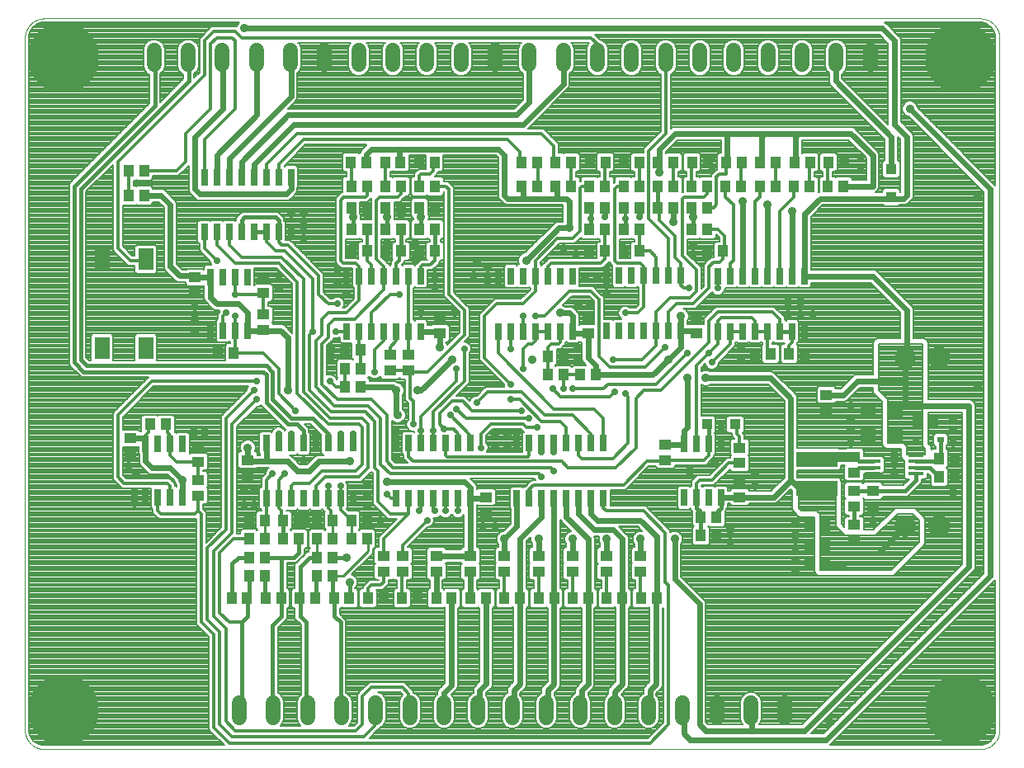
<source format=gtl>
G75*
%MOIN*%
%OFA0B0*%
%FSLAX25Y25*%
%IPPOS*%
%LPD*%
%AMOC8*
5,1,8,0,0,1.08239X$1,22.5*
%
%ADD10C,0.00400*%
%ADD11R,0.02756X0.06890*%
%ADD12R,0.04331X0.05118*%
%ADD13R,0.06496X0.01772*%
%ADD14R,0.16535X0.06299*%
%ADD15R,0.05118X0.04331*%
%ADD16R,0.06299X0.07087*%
%ADD17R,0.04331X0.04331*%
%ADD18C,0.08661*%
%ADD19OC8,0.08661*%
%ADD20R,0.03150X0.02362*%
%ADD21R,0.06299X0.09055*%
%ADD22C,0.05906*%
%ADD23C,0.00787*%
%ADD24C,0.28346*%
%ADD25C,0.03562*%
%ADD26C,0.02775*%
%ADD27C,0.00800*%
%ADD28C,0.02400*%
%ADD29C,0.01600*%
%ADD30C,0.01200*%
%ADD31C,0.01000*%
%ADD32C,0.01800*%
%ADD33C,0.04000*%
D10*
X0001394Y0009268D02*
X0001394Y0288795D01*
X0001396Y0288985D01*
X0001403Y0289175D01*
X0001415Y0289365D01*
X0001431Y0289555D01*
X0001451Y0289744D01*
X0001477Y0289933D01*
X0001506Y0290121D01*
X0001541Y0290308D01*
X0001580Y0290494D01*
X0001623Y0290679D01*
X0001671Y0290864D01*
X0001723Y0291047D01*
X0001779Y0291228D01*
X0001840Y0291408D01*
X0001906Y0291587D01*
X0001975Y0291764D01*
X0002049Y0291940D01*
X0002127Y0292113D01*
X0002210Y0292285D01*
X0002296Y0292454D01*
X0002386Y0292622D01*
X0002481Y0292787D01*
X0002579Y0292950D01*
X0002682Y0293110D01*
X0002788Y0293268D01*
X0002898Y0293423D01*
X0003011Y0293576D01*
X0003129Y0293726D01*
X0003250Y0293872D01*
X0003374Y0294016D01*
X0003502Y0294157D01*
X0003633Y0294295D01*
X0003768Y0294430D01*
X0003906Y0294561D01*
X0004047Y0294689D01*
X0004191Y0294813D01*
X0004337Y0294934D01*
X0004487Y0295052D01*
X0004640Y0295165D01*
X0004795Y0295275D01*
X0004953Y0295381D01*
X0005113Y0295484D01*
X0005276Y0295582D01*
X0005441Y0295677D01*
X0005609Y0295767D01*
X0005778Y0295853D01*
X0005950Y0295936D01*
X0006123Y0296014D01*
X0006299Y0296088D01*
X0006476Y0296157D01*
X0006655Y0296223D01*
X0006835Y0296284D01*
X0007016Y0296340D01*
X0007199Y0296392D01*
X0007384Y0296440D01*
X0007569Y0296483D01*
X0007755Y0296522D01*
X0007942Y0296557D01*
X0008130Y0296586D01*
X0008319Y0296612D01*
X0008508Y0296632D01*
X0008698Y0296648D01*
X0008888Y0296660D01*
X0009078Y0296667D01*
X0009268Y0296669D01*
X0387220Y0296669D01*
X0387410Y0296667D01*
X0387600Y0296660D01*
X0387790Y0296648D01*
X0387980Y0296632D01*
X0388169Y0296612D01*
X0388358Y0296586D01*
X0388546Y0296557D01*
X0388733Y0296522D01*
X0388919Y0296483D01*
X0389104Y0296440D01*
X0389289Y0296392D01*
X0389472Y0296340D01*
X0389653Y0296284D01*
X0389833Y0296223D01*
X0390012Y0296157D01*
X0390189Y0296088D01*
X0390365Y0296014D01*
X0390538Y0295936D01*
X0390710Y0295853D01*
X0390879Y0295767D01*
X0391047Y0295677D01*
X0391212Y0295582D01*
X0391375Y0295484D01*
X0391535Y0295381D01*
X0391693Y0295275D01*
X0391848Y0295165D01*
X0392001Y0295052D01*
X0392151Y0294934D01*
X0392297Y0294813D01*
X0392441Y0294689D01*
X0392582Y0294561D01*
X0392720Y0294430D01*
X0392855Y0294295D01*
X0392986Y0294157D01*
X0393114Y0294016D01*
X0393238Y0293872D01*
X0393359Y0293726D01*
X0393477Y0293576D01*
X0393590Y0293423D01*
X0393700Y0293268D01*
X0393806Y0293110D01*
X0393909Y0292950D01*
X0394007Y0292787D01*
X0394102Y0292622D01*
X0394192Y0292454D01*
X0394278Y0292285D01*
X0394361Y0292113D01*
X0394439Y0291940D01*
X0394513Y0291764D01*
X0394582Y0291587D01*
X0394648Y0291408D01*
X0394709Y0291228D01*
X0394765Y0291047D01*
X0394817Y0290864D01*
X0394865Y0290679D01*
X0394908Y0290494D01*
X0394947Y0290308D01*
X0394982Y0290121D01*
X0395011Y0289933D01*
X0395037Y0289744D01*
X0395057Y0289555D01*
X0395073Y0289365D01*
X0395085Y0289175D01*
X0395092Y0288985D01*
X0395094Y0288795D01*
X0395094Y0009268D01*
X0395092Y0009078D01*
X0395085Y0008888D01*
X0395073Y0008698D01*
X0395057Y0008508D01*
X0395037Y0008319D01*
X0395011Y0008130D01*
X0394982Y0007942D01*
X0394947Y0007755D01*
X0394908Y0007569D01*
X0394865Y0007384D01*
X0394817Y0007199D01*
X0394765Y0007016D01*
X0394709Y0006835D01*
X0394648Y0006655D01*
X0394582Y0006476D01*
X0394513Y0006299D01*
X0394439Y0006123D01*
X0394361Y0005950D01*
X0394278Y0005778D01*
X0394192Y0005609D01*
X0394102Y0005441D01*
X0394007Y0005276D01*
X0393909Y0005113D01*
X0393806Y0004953D01*
X0393700Y0004795D01*
X0393590Y0004640D01*
X0393477Y0004487D01*
X0393359Y0004337D01*
X0393238Y0004191D01*
X0393114Y0004047D01*
X0392986Y0003906D01*
X0392855Y0003768D01*
X0392720Y0003633D01*
X0392582Y0003502D01*
X0392441Y0003374D01*
X0392297Y0003250D01*
X0392151Y0003129D01*
X0392001Y0003011D01*
X0391848Y0002898D01*
X0391693Y0002788D01*
X0391535Y0002682D01*
X0391375Y0002579D01*
X0391212Y0002481D01*
X0391047Y0002386D01*
X0390879Y0002296D01*
X0390710Y0002210D01*
X0390538Y0002127D01*
X0390365Y0002049D01*
X0390189Y0001975D01*
X0390012Y0001906D01*
X0389833Y0001840D01*
X0389653Y0001779D01*
X0389472Y0001723D01*
X0389289Y0001671D01*
X0389104Y0001623D01*
X0388919Y0001580D01*
X0388733Y0001541D01*
X0388546Y0001506D01*
X0388358Y0001477D01*
X0388169Y0001451D01*
X0387980Y0001431D01*
X0387790Y0001415D01*
X0387600Y0001403D01*
X0387410Y0001396D01*
X0387220Y0001394D01*
X0009268Y0001394D01*
X0009078Y0001396D01*
X0008888Y0001403D01*
X0008698Y0001415D01*
X0008508Y0001431D01*
X0008319Y0001451D01*
X0008130Y0001477D01*
X0007942Y0001506D01*
X0007755Y0001541D01*
X0007569Y0001580D01*
X0007384Y0001623D01*
X0007199Y0001671D01*
X0007016Y0001723D01*
X0006835Y0001779D01*
X0006655Y0001840D01*
X0006476Y0001906D01*
X0006299Y0001975D01*
X0006123Y0002049D01*
X0005950Y0002127D01*
X0005778Y0002210D01*
X0005609Y0002296D01*
X0005441Y0002386D01*
X0005276Y0002481D01*
X0005113Y0002579D01*
X0004953Y0002682D01*
X0004795Y0002788D01*
X0004640Y0002898D01*
X0004487Y0003011D01*
X0004337Y0003129D01*
X0004191Y0003250D01*
X0004047Y0003374D01*
X0003906Y0003502D01*
X0003768Y0003633D01*
X0003633Y0003768D01*
X0003502Y0003906D01*
X0003374Y0004047D01*
X0003250Y0004191D01*
X0003129Y0004337D01*
X0003011Y0004487D01*
X0002898Y0004640D01*
X0002788Y0004795D01*
X0002682Y0004953D01*
X0002579Y0005113D01*
X0002481Y0005276D01*
X0002386Y0005441D01*
X0002296Y0005609D01*
X0002210Y0005778D01*
X0002127Y0005950D01*
X0002049Y0006123D01*
X0001975Y0006299D01*
X0001906Y0006476D01*
X0001840Y0006655D01*
X0001779Y0006835D01*
X0001723Y0007016D01*
X0001671Y0007199D01*
X0001623Y0007384D01*
X0001580Y0007569D01*
X0001541Y0007755D01*
X0001506Y0007942D01*
X0001477Y0008130D01*
X0001451Y0008319D01*
X0001431Y0008508D01*
X0001415Y0008698D01*
X0001403Y0008888D01*
X0001396Y0009078D01*
X0001394Y0009268D01*
D11*
X0050144Y0103067D03*
X0055144Y0103067D03*
X0060144Y0103067D03*
X0065144Y0103067D03*
X0065144Y0124720D03*
X0060144Y0124720D03*
X0055144Y0124720D03*
X0050144Y0124720D03*
X0098894Y0125016D03*
X0103894Y0125016D03*
X0108894Y0125016D03*
X0113894Y0125016D03*
X0118894Y0125016D03*
X0123894Y0125016D03*
X0128894Y0125016D03*
X0133894Y0125016D03*
X0151394Y0125016D03*
X0156394Y0125016D03*
X0161394Y0125016D03*
X0166394Y0125016D03*
X0171394Y0125016D03*
X0176394Y0125016D03*
X0181394Y0125016D03*
X0200144Y0125016D03*
X0205144Y0125016D03*
X0210144Y0125016D03*
X0215144Y0125016D03*
X0220144Y0125016D03*
X0225144Y0125016D03*
X0230144Y0125016D03*
X0235144Y0125016D03*
X0235144Y0102772D03*
X0230144Y0102772D03*
X0225144Y0102772D03*
X0220144Y0102772D03*
X0215144Y0102772D03*
X0210144Y0102772D03*
X0205144Y0102772D03*
X0200144Y0102772D03*
X0181394Y0102772D03*
X0176394Y0102772D03*
X0171394Y0102772D03*
X0166394Y0102772D03*
X0161394Y0102772D03*
X0156394Y0102772D03*
X0151394Y0102772D03*
X0133894Y0102772D03*
X0128894Y0102772D03*
X0123894Y0102772D03*
X0118894Y0102772D03*
X0113894Y0102772D03*
X0108894Y0102772D03*
X0103894Y0102772D03*
X0098894Y0102772D03*
X0091394Y0170567D03*
X0086394Y0170567D03*
X0081394Y0170567D03*
X0076394Y0170567D03*
X0076394Y0192220D03*
X0081394Y0192220D03*
X0086394Y0192220D03*
X0091394Y0192220D03*
X0093884Y0210360D03*
X0088884Y0210360D03*
X0083884Y0210360D03*
X0078884Y0210360D03*
X0073884Y0210360D03*
X0073884Y0232604D03*
X0078884Y0232604D03*
X0083884Y0232604D03*
X0088884Y0232604D03*
X0093884Y0232604D03*
X0098884Y0232604D03*
X0103884Y0232604D03*
X0108884Y0232604D03*
X0108884Y0210360D03*
X0103884Y0210360D03*
X0098884Y0210360D03*
X0131394Y0192516D03*
X0136394Y0192516D03*
X0141394Y0192516D03*
X0146394Y0192516D03*
X0151394Y0192516D03*
X0156394Y0192516D03*
X0161394Y0192516D03*
X0161394Y0170272D03*
X0156394Y0170272D03*
X0151394Y0170272D03*
X0146394Y0170272D03*
X0141394Y0170272D03*
X0136394Y0170272D03*
X0131394Y0170272D03*
X0192644Y0170272D03*
X0197644Y0170272D03*
X0202644Y0170272D03*
X0207644Y0170272D03*
X0212644Y0170272D03*
X0217644Y0170272D03*
X0222644Y0170272D03*
X0236394Y0170439D03*
X0241394Y0170439D03*
X0246394Y0170439D03*
X0251394Y0170439D03*
X0256394Y0170439D03*
X0261394Y0170439D03*
X0266394Y0170439D03*
X0281394Y0170272D03*
X0286394Y0170272D03*
X0291394Y0170272D03*
X0296394Y0170272D03*
X0301394Y0170272D03*
X0306394Y0170272D03*
X0311394Y0170272D03*
X0316394Y0170272D03*
X0316394Y0192516D03*
X0311394Y0192516D03*
X0306394Y0192516D03*
X0301394Y0192516D03*
X0296394Y0192516D03*
X0291394Y0192516D03*
X0286394Y0192516D03*
X0281394Y0192516D03*
X0266394Y0192683D03*
X0261394Y0192683D03*
X0256394Y0192683D03*
X0251394Y0192683D03*
X0246394Y0192683D03*
X0241394Y0192683D03*
X0236394Y0192683D03*
X0222644Y0192516D03*
X0217644Y0192516D03*
X0212644Y0192516D03*
X0207644Y0192516D03*
X0202644Y0192516D03*
X0197644Y0192516D03*
X0192644Y0192516D03*
X0267644Y0124720D03*
X0272644Y0124720D03*
X0277644Y0124720D03*
X0282644Y0124720D03*
X0282644Y0103067D03*
X0277644Y0103067D03*
X0272644Y0103067D03*
X0267644Y0103067D03*
D12*
X0274494Y0095144D03*
X0280793Y0095144D03*
X0280793Y0087644D03*
X0274494Y0087644D03*
X0256512Y0062417D03*
X0250213Y0062417D03*
X0242732Y0062417D03*
X0236433Y0062417D03*
X0228953Y0062417D03*
X0222654Y0062417D03*
X0215173Y0062417D03*
X0208874Y0062417D03*
X0201394Y0062417D03*
X0195094Y0062417D03*
X0187614Y0062417D03*
X0181315Y0062417D03*
X0173835Y0062417D03*
X0167535Y0062417D03*
X0160055Y0062417D03*
X0153756Y0062417D03*
X0146276Y0062417D03*
X0139976Y0062417D03*
X0132496Y0062417D03*
X0126197Y0062417D03*
X0118717Y0062417D03*
X0112417Y0062417D03*
X0104937Y0062417D03*
X0098638Y0062417D03*
X0091157Y0062417D03*
X0084858Y0062417D03*
X0091994Y0071394D03*
X0098293Y0071394D03*
X0098293Y0078894D03*
X0091994Y0078894D03*
X0091994Y0086394D03*
X0098293Y0086394D03*
X0105744Y0086394D03*
X0112043Y0086394D03*
X0119494Y0086394D03*
X0125793Y0086394D03*
X0133244Y0086394D03*
X0139543Y0086394D03*
X0139543Y0093894D03*
X0133244Y0093894D03*
X0125793Y0093894D03*
X0119494Y0093894D03*
X0112043Y0093894D03*
X0105744Y0093894D03*
X0098293Y0093894D03*
X0091994Y0093894D03*
X0119494Y0078894D03*
X0125793Y0078894D03*
X0125793Y0071394D03*
X0119494Y0071394D03*
X0058293Y0132644D03*
X0051994Y0132644D03*
X0079494Y0161394D03*
X0085793Y0161394D03*
X0130744Y0162644D03*
X0137043Y0162644D03*
X0137043Y0155144D03*
X0130744Y0155144D03*
X0130744Y0147644D03*
X0137043Y0147644D03*
X0139543Y0202644D03*
X0133244Y0202644D03*
X0133244Y0211394D03*
X0139543Y0211394D03*
X0146994Y0211394D03*
X0153293Y0211394D03*
X0160744Y0211394D03*
X0167043Y0211394D03*
X0167043Y0220144D03*
X0160744Y0220144D03*
X0153293Y0220144D03*
X0146994Y0220144D03*
X0139543Y0220144D03*
X0133244Y0220144D03*
X0133244Y0228894D03*
X0139543Y0228894D03*
X0146994Y0228894D03*
X0153293Y0228894D03*
X0160744Y0228894D03*
X0167043Y0228894D03*
X0166945Y0238598D03*
X0160646Y0238598D03*
X0153165Y0238598D03*
X0146866Y0238598D03*
X0139386Y0238598D03*
X0133087Y0238598D03*
X0146994Y0202644D03*
X0153293Y0202644D03*
X0160744Y0202644D03*
X0167043Y0202644D03*
X0201994Y0228894D03*
X0208293Y0228894D03*
X0215744Y0228894D03*
X0222043Y0228894D03*
X0229494Y0228894D03*
X0235793Y0228894D03*
X0243244Y0228894D03*
X0249543Y0228894D03*
X0256994Y0228894D03*
X0263293Y0228894D03*
X0270744Y0228894D03*
X0277043Y0228894D03*
X0284494Y0228894D03*
X0290793Y0228894D03*
X0298244Y0228894D03*
X0304543Y0228894D03*
X0311994Y0228894D03*
X0318293Y0228894D03*
X0325744Y0228894D03*
X0332043Y0228894D03*
X0332299Y0238598D03*
X0326000Y0238598D03*
X0318520Y0238598D03*
X0312220Y0238598D03*
X0304740Y0238598D03*
X0298441Y0238598D03*
X0290961Y0238598D03*
X0284661Y0238598D03*
X0277181Y0238598D03*
X0270882Y0238598D03*
X0263402Y0238598D03*
X0257102Y0238598D03*
X0249622Y0238598D03*
X0243323Y0238598D03*
X0235843Y0238598D03*
X0229543Y0238598D03*
X0222063Y0238598D03*
X0215764Y0238598D03*
X0208283Y0238598D03*
X0201984Y0238598D03*
X0229494Y0220144D03*
X0235793Y0220144D03*
X0243244Y0220144D03*
X0249543Y0220144D03*
X0256994Y0220144D03*
X0263293Y0220144D03*
X0270744Y0220144D03*
X0277043Y0220144D03*
X0277043Y0211394D03*
X0270744Y0211394D03*
X0276994Y0202644D03*
X0283293Y0202644D03*
X0249543Y0202644D03*
X0243244Y0202644D03*
X0235793Y0202644D03*
X0229494Y0202644D03*
X0229494Y0211394D03*
X0235793Y0211394D03*
X0243244Y0211394D03*
X0249543Y0211394D03*
X0218918Y0160144D03*
X0212619Y0160144D03*
X0212619Y0152644D03*
X0218918Y0152644D03*
X0225744Y0152644D03*
X0232043Y0152644D03*
X0296369Y0161226D03*
X0302668Y0161226D03*
X0310119Y0161226D03*
X0316418Y0161226D03*
X0361994Y0133894D03*
X0368293Y0133894D03*
X0370744Y0118894D03*
X0377043Y0118894D03*
X0377043Y0111394D03*
X0370744Y0111394D03*
X0324543Y0091394D03*
X0318244Y0091394D03*
X0318244Y0083894D03*
X0324543Y0083894D03*
X0324543Y0076394D03*
X0318244Y0076394D03*
X0049543Y0225144D03*
X0043244Y0225144D03*
X0043244Y0235144D03*
X0049543Y0235144D03*
D13*
X0343982Y0120144D03*
X0343982Y0117644D03*
X0343982Y0115144D03*
X0343982Y0112644D03*
X0361305Y0112644D03*
X0361305Y0115144D03*
X0361305Y0117644D03*
X0361305Y0120144D03*
D14*
X0321394Y0118549D03*
X0321394Y0106738D03*
D15*
X0336394Y0105793D03*
X0336394Y0099494D03*
X0336394Y0092043D03*
X0336394Y0085744D03*
X0343894Y0099494D03*
X0343894Y0105793D03*
X0336394Y0113244D03*
X0336394Y0119543D03*
X0325144Y0138244D03*
X0325144Y0144543D03*
X0290144Y0123293D03*
X0290144Y0116994D03*
X0290144Y0109543D03*
X0290144Y0103244D03*
X0260144Y0118244D03*
X0260144Y0124543D03*
X0250144Y0079543D03*
X0250144Y0073244D03*
X0236394Y0073244D03*
X0236394Y0079543D03*
X0222644Y0079543D03*
X0222644Y0073244D03*
X0208894Y0073244D03*
X0208894Y0079543D03*
X0195144Y0079543D03*
X0195144Y0073244D03*
X0181394Y0073244D03*
X0181394Y0079543D03*
X0167644Y0079543D03*
X0167644Y0073244D03*
X0153894Y0073244D03*
X0153894Y0079543D03*
X0146394Y0079543D03*
X0146394Y0073244D03*
X0187644Y0096994D03*
X0187644Y0103293D03*
X0156394Y0154494D03*
X0156394Y0160793D03*
X0148894Y0160793D03*
X0148894Y0154494D03*
X0168894Y0169494D03*
X0168894Y0175793D03*
X0228894Y0175793D03*
X0228894Y0169494D03*
X0272644Y0169494D03*
X0272644Y0175793D03*
X0097644Y0177043D03*
X0097644Y0170744D03*
X0097644Y0185744D03*
X0097644Y0192043D03*
X0070144Y0192043D03*
X0070144Y0185744D03*
X0043894Y0127043D03*
X0043894Y0120744D03*
X0071394Y0117619D03*
X0071394Y0123918D03*
X0071394Y0110168D03*
X0071394Y0103869D03*
X0091394Y0111994D03*
X0091394Y0118293D03*
D16*
X0342132Y0128269D03*
X0353156Y0128269D03*
X0353156Y0138269D03*
X0342132Y0138269D03*
D17*
X0288352Y0132644D03*
X0276935Y0132644D03*
X0351394Y0224435D03*
X0351394Y0235852D03*
D18*
X0357004Y0159519D03*
X0357004Y0091394D03*
D19*
X0370783Y0091394D03*
X0370783Y0159519D03*
D20*
X0371315Y0126394D03*
X0361472Y0126394D03*
D21*
X0050252Y0163480D03*
X0032535Y0163480D03*
X0032535Y0199307D03*
X0050252Y0199307D03*
D22*
X0053559Y0277969D02*
X0053559Y0283874D01*
X0067339Y0283874D02*
X0067339Y0277969D01*
X0081118Y0277969D02*
X0081118Y0283874D01*
X0094898Y0283874D02*
X0094898Y0277969D01*
X0108677Y0277969D02*
X0108677Y0283874D01*
X0122457Y0283874D02*
X0122457Y0277969D01*
X0136236Y0277969D02*
X0136236Y0283874D01*
X0150016Y0283874D02*
X0150016Y0277969D01*
X0163795Y0277969D02*
X0163795Y0283874D01*
X0177575Y0283874D02*
X0177575Y0277969D01*
X0191354Y0277969D02*
X0191354Y0283874D01*
X0205134Y0283874D02*
X0205134Y0277969D01*
X0218913Y0277969D02*
X0218913Y0283874D01*
X0232693Y0283874D02*
X0232693Y0277969D01*
X0246472Y0277969D02*
X0246472Y0283874D01*
X0260252Y0283874D02*
X0260252Y0277969D01*
X0274031Y0277969D02*
X0274031Y0283874D01*
X0287811Y0283874D02*
X0287811Y0277969D01*
X0301591Y0277969D02*
X0301591Y0283874D01*
X0315370Y0283874D02*
X0315370Y0277969D01*
X0329150Y0277969D02*
X0329150Y0283874D01*
X0342929Y0283874D02*
X0342929Y0277969D01*
X0308480Y0020094D02*
X0308480Y0014189D01*
X0294701Y0014189D02*
X0294701Y0020094D01*
X0280921Y0020094D02*
X0280921Y0014189D01*
X0267142Y0014189D02*
X0267142Y0020094D01*
X0253362Y0020094D02*
X0253362Y0014189D01*
X0239583Y0014189D02*
X0239583Y0020094D01*
X0225803Y0020094D02*
X0225803Y0014189D01*
X0212024Y0014189D02*
X0212024Y0020094D01*
X0198244Y0020094D02*
X0198244Y0014189D01*
X0184465Y0014189D02*
X0184465Y0020094D01*
X0170685Y0020094D02*
X0170685Y0014189D01*
X0156906Y0014189D02*
X0156906Y0020094D01*
X0143126Y0020094D02*
X0143126Y0014189D01*
X0129346Y0014189D02*
X0129346Y0020094D01*
X0115567Y0020094D02*
X0115567Y0014189D01*
X0101787Y0014189D02*
X0101787Y0020094D01*
X0088008Y0020094D02*
X0088008Y0014189D01*
D23*
X0004827Y0004827D02*
X0003672Y0006417D01*
X0003065Y0008285D01*
X0002987Y0009268D01*
X0002987Y0288795D01*
X0003065Y0289778D01*
X0003672Y0291646D01*
X0004827Y0293236D01*
X0006417Y0294391D01*
X0008285Y0294998D01*
X0009268Y0295076D01*
X0088086Y0295076D01*
X0087452Y0294442D01*
X0087015Y0293387D01*
X0076818Y0293387D01*
X0071900Y0288470D01*
X0071900Y0274720D01*
X0069837Y0272657D01*
X0069837Y0274321D01*
X0071023Y0275506D01*
X0071685Y0277104D01*
X0071685Y0284739D01*
X0071023Y0286336D01*
X0069801Y0287559D01*
X0068203Y0288220D01*
X0066474Y0288220D01*
X0064877Y0287559D01*
X0063654Y0286336D01*
X0062992Y0284739D01*
X0062992Y0277104D01*
X0063654Y0275506D01*
X0064877Y0274284D01*
X0065450Y0274046D01*
X0065450Y0272302D01*
X0056087Y0262940D01*
X0056087Y0274350D01*
X0057244Y0275506D01*
X0057905Y0277104D01*
X0057905Y0284739D01*
X0057244Y0286336D01*
X0056021Y0287559D01*
X0054424Y0288220D01*
X0052694Y0288220D01*
X0051097Y0287559D01*
X0049874Y0286336D01*
X0049213Y0284739D01*
X0049213Y0277104D01*
X0049874Y0275506D01*
X0051097Y0274284D01*
X0051700Y0274034D01*
X0051700Y0262302D01*
X0020485Y0231087D01*
X0019200Y0229802D01*
X0019200Y0156735D01*
X0020485Y0155450D01*
X0020485Y0155450D01*
X0022950Y0152985D01*
X0024235Y0151700D01*
X0051380Y0151700D01*
X0038068Y0138387D01*
X0036900Y0137220D01*
X0036900Y0110568D01*
X0040568Y0106900D01*
X0052372Y0106900D01*
X0052372Y0099045D01*
X0053150Y0098267D01*
X0053150Y0096818D01*
X0054400Y0095568D01*
X0055568Y0094400D01*
X0070650Y0094400D01*
X0070650Y0051818D01*
X0071818Y0050650D01*
X0075650Y0046818D01*
X0075650Y0009318D01*
X0076818Y0008150D01*
X0081980Y0002987D01*
X0009268Y0002987D01*
X0008285Y0003065D01*
X0006417Y0003672D01*
X0004827Y0004827D01*
X0005225Y0004537D02*
X0080431Y0004537D01*
X0081216Y0003751D02*
X0006307Y0003751D01*
X0004466Y0005323D02*
X0079645Y0005323D01*
X0078859Y0006109D02*
X0003895Y0006109D01*
X0003516Y0006895D02*
X0078073Y0006895D01*
X0077287Y0007681D02*
X0003261Y0007681D01*
X0003050Y0008467D02*
X0076501Y0008467D01*
X0075715Y0009253D02*
X0002989Y0009253D01*
X0002987Y0010039D02*
X0075650Y0010039D01*
X0075650Y0010825D02*
X0002987Y0010825D01*
X0002987Y0011611D02*
X0075650Y0011611D01*
X0075650Y0012396D02*
X0002987Y0012396D01*
X0002987Y0013182D02*
X0075650Y0013182D01*
X0075650Y0013968D02*
X0002987Y0013968D01*
X0002987Y0014754D02*
X0075650Y0014754D01*
X0075650Y0015540D02*
X0002987Y0015540D01*
X0002987Y0016326D02*
X0075650Y0016326D01*
X0075650Y0017112D02*
X0002987Y0017112D01*
X0002987Y0017898D02*
X0075650Y0017898D01*
X0075650Y0018684D02*
X0002987Y0018684D01*
X0002987Y0019470D02*
X0075650Y0019470D01*
X0075650Y0020256D02*
X0002987Y0020256D01*
X0002987Y0021042D02*
X0075650Y0021042D01*
X0075650Y0021827D02*
X0002987Y0021827D01*
X0002987Y0022613D02*
X0075650Y0022613D01*
X0075650Y0023399D02*
X0002987Y0023399D01*
X0002987Y0024185D02*
X0075650Y0024185D01*
X0075650Y0024971D02*
X0002987Y0024971D01*
X0002987Y0025757D02*
X0075650Y0025757D01*
X0075650Y0026543D02*
X0002987Y0026543D01*
X0002987Y0027329D02*
X0075650Y0027329D01*
X0075650Y0028115D02*
X0002987Y0028115D01*
X0002987Y0028901D02*
X0075650Y0028901D01*
X0075650Y0029687D02*
X0002987Y0029687D01*
X0002987Y0030472D02*
X0075650Y0030472D01*
X0075650Y0031258D02*
X0002987Y0031258D01*
X0002987Y0032044D02*
X0075650Y0032044D01*
X0075650Y0032830D02*
X0002987Y0032830D01*
X0002987Y0033616D02*
X0075650Y0033616D01*
X0075650Y0034402D02*
X0002987Y0034402D01*
X0002987Y0035188D02*
X0075650Y0035188D01*
X0075650Y0035974D02*
X0002987Y0035974D01*
X0002987Y0036760D02*
X0075650Y0036760D01*
X0075650Y0037546D02*
X0002987Y0037546D01*
X0002987Y0038332D02*
X0075650Y0038332D01*
X0075650Y0039118D02*
X0002987Y0039118D01*
X0002987Y0039903D02*
X0075650Y0039903D01*
X0075650Y0040689D02*
X0002987Y0040689D01*
X0002987Y0041475D02*
X0075650Y0041475D01*
X0075650Y0042261D02*
X0002987Y0042261D01*
X0002987Y0043047D02*
X0075650Y0043047D01*
X0075650Y0043833D02*
X0002987Y0043833D01*
X0002987Y0044619D02*
X0075650Y0044619D01*
X0075650Y0045405D02*
X0002987Y0045405D01*
X0002987Y0046191D02*
X0075650Y0046191D01*
X0075491Y0046977D02*
X0002987Y0046977D01*
X0002987Y0047763D02*
X0074705Y0047763D01*
X0073919Y0048548D02*
X0002987Y0048548D01*
X0002987Y0049334D02*
X0073133Y0049334D01*
X0072348Y0050120D02*
X0002987Y0050120D01*
X0002987Y0050906D02*
X0071562Y0050906D01*
X0070776Y0051692D02*
X0002987Y0051692D01*
X0002987Y0052478D02*
X0070650Y0052478D01*
X0070650Y0053264D02*
X0002987Y0053264D01*
X0002987Y0054050D02*
X0070650Y0054050D01*
X0070650Y0054836D02*
X0002987Y0054836D01*
X0002987Y0055622D02*
X0070650Y0055622D01*
X0070650Y0056408D02*
X0002987Y0056408D01*
X0002987Y0057194D02*
X0070650Y0057194D01*
X0070650Y0057979D02*
X0002987Y0057979D01*
X0002987Y0058765D02*
X0070650Y0058765D01*
X0070650Y0059551D02*
X0002987Y0059551D01*
X0002987Y0060337D02*
X0070650Y0060337D01*
X0070650Y0061123D02*
X0002987Y0061123D01*
X0002987Y0061909D02*
X0070650Y0061909D01*
X0070650Y0062695D02*
X0002987Y0062695D01*
X0002987Y0063481D02*
X0070650Y0063481D01*
X0070650Y0064267D02*
X0002987Y0064267D01*
X0002987Y0065053D02*
X0070650Y0065053D01*
X0070650Y0065839D02*
X0002987Y0065839D01*
X0002987Y0066624D02*
X0070650Y0066624D01*
X0070650Y0067410D02*
X0002987Y0067410D01*
X0002987Y0068196D02*
X0070650Y0068196D01*
X0070650Y0068982D02*
X0002987Y0068982D01*
X0002987Y0069768D02*
X0070650Y0069768D01*
X0070650Y0070554D02*
X0002987Y0070554D01*
X0002987Y0071340D02*
X0070650Y0071340D01*
X0070650Y0072126D02*
X0002987Y0072126D01*
X0002987Y0072912D02*
X0070650Y0072912D01*
X0070650Y0073698D02*
X0002987Y0073698D01*
X0002987Y0074484D02*
X0070650Y0074484D01*
X0070650Y0075270D02*
X0002987Y0075270D01*
X0002987Y0076055D02*
X0070650Y0076055D01*
X0070650Y0076841D02*
X0002987Y0076841D01*
X0002987Y0077627D02*
X0070650Y0077627D01*
X0070650Y0078413D02*
X0002987Y0078413D01*
X0002987Y0079199D02*
X0070650Y0079199D01*
X0070650Y0079985D02*
X0002987Y0079985D01*
X0002987Y0080771D02*
X0070650Y0080771D01*
X0070650Y0081557D02*
X0002987Y0081557D01*
X0002987Y0082343D02*
X0070650Y0082343D01*
X0070650Y0083129D02*
X0002987Y0083129D01*
X0002987Y0083915D02*
X0070650Y0083915D01*
X0070650Y0084700D02*
X0002987Y0084700D01*
X0002987Y0085486D02*
X0070650Y0085486D01*
X0070650Y0086272D02*
X0002987Y0086272D01*
X0002987Y0087058D02*
X0070650Y0087058D01*
X0070650Y0087844D02*
X0002987Y0087844D01*
X0002987Y0088630D02*
X0070650Y0088630D01*
X0070650Y0089416D02*
X0002987Y0089416D01*
X0002987Y0090202D02*
X0070650Y0090202D01*
X0070650Y0090988D02*
X0002987Y0090988D01*
X0002987Y0091774D02*
X0070650Y0091774D01*
X0070650Y0092560D02*
X0002987Y0092560D01*
X0002987Y0093346D02*
X0070650Y0093346D01*
X0070650Y0094131D02*
X0002987Y0094131D01*
X0002987Y0094917D02*
X0055051Y0094917D01*
X0054265Y0095703D02*
X0002987Y0095703D01*
X0002987Y0096489D02*
X0053479Y0096489D01*
X0053150Y0097275D02*
X0002987Y0097275D01*
X0002987Y0098061D02*
X0053150Y0098061D01*
X0052570Y0098847D02*
X0002987Y0098847D01*
X0002987Y0099633D02*
X0052372Y0099633D01*
X0052372Y0100419D02*
X0002987Y0100419D01*
X0002987Y0101205D02*
X0052372Y0101205D01*
X0052372Y0101991D02*
X0002987Y0101991D01*
X0002987Y0102776D02*
X0052372Y0102776D01*
X0052372Y0103562D02*
X0002987Y0103562D01*
X0002987Y0104348D02*
X0052372Y0104348D01*
X0052372Y0105134D02*
X0002987Y0105134D01*
X0002987Y0105920D02*
X0052372Y0105920D01*
X0052372Y0106706D02*
X0002987Y0106706D01*
X0002987Y0107492D02*
X0039976Y0107492D01*
X0039190Y0108278D02*
X0002987Y0108278D01*
X0002987Y0109064D02*
X0038404Y0109064D01*
X0037618Y0109850D02*
X0002987Y0109850D01*
X0002987Y0110636D02*
X0036900Y0110636D01*
X0036900Y0111422D02*
X0002987Y0111422D01*
X0002987Y0112207D02*
X0036900Y0112207D01*
X0036900Y0112993D02*
X0002987Y0112993D01*
X0002987Y0113779D02*
X0036900Y0113779D01*
X0036900Y0114565D02*
X0002987Y0114565D01*
X0002987Y0115351D02*
X0036900Y0115351D01*
X0036900Y0116137D02*
X0002987Y0116137D01*
X0002987Y0116923D02*
X0036900Y0116923D01*
X0036900Y0117709D02*
X0002987Y0117709D01*
X0002987Y0118495D02*
X0036900Y0118495D01*
X0036900Y0119281D02*
X0002987Y0119281D01*
X0002987Y0120067D02*
X0036900Y0120067D01*
X0036900Y0120852D02*
X0002987Y0120852D01*
X0002987Y0121638D02*
X0036900Y0121638D01*
X0036900Y0122424D02*
X0002987Y0122424D01*
X0002987Y0123210D02*
X0036900Y0123210D01*
X0036900Y0123996D02*
X0002987Y0123996D01*
X0002987Y0124782D02*
X0036900Y0124782D01*
X0036900Y0125568D02*
X0002987Y0125568D01*
X0002987Y0126354D02*
X0036900Y0126354D01*
X0036900Y0127140D02*
X0002987Y0127140D01*
X0002987Y0127926D02*
X0036900Y0127926D01*
X0036900Y0128712D02*
X0002987Y0128712D01*
X0002987Y0129498D02*
X0036900Y0129498D01*
X0036900Y0130283D02*
X0002987Y0130283D01*
X0002987Y0131069D02*
X0036900Y0131069D01*
X0036900Y0131855D02*
X0002987Y0131855D01*
X0002987Y0132641D02*
X0036900Y0132641D01*
X0036900Y0133427D02*
X0002987Y0133427D01*
X0002987Y0134213D02*
X0036900Y0134213D01*
X0036900Y0134999D02*
X0002987Y0134999D01*
X0002987Y0135785D02*
X0036900Y0135785D01*
X0036900Y0136571D02*
X0002987Y0136571D01*
X0002987Y0137357D02*
X0037037Y0137357D01*
X0037823Y0138143D02*
X0002987Y0138143D01*
X0002987Y0138928D02*
X0038609Y0138928D01*
X0039395Y0139714D02*
X0002987Y0139714D01*
X0002987Y0140500D02*
X0040181Y0140500D01*
X0040967Y0141286D02*
X0002987Y0141286D01*
X0002987Y0142072D02*
X0041753Y0142072D01*
X0042539Y0142858D02*
X0002987Y0142858D01*
X0002987Y0143644D02*
X0043324Y0143644D01*
X0044110Y0144430D02*
X0002987Y0144430D01*
X0002987Y0145216D02*
X0044896Y0145216D01*
X0045682Y0146002D02*
X0002987Y0146002D01*
X0002987Y0146788D02*
X0046468Y0146788D01*
X0047254Y0147573D02*
X0002987Y0147573D01*
X0002987Y0148359D02*
X0048040Y0148359D01*
X0048826Y0149145D02*
X0002987Y0149145D01*
X0002987Y0149931D02*
X0049612Y0149931D01*
X0050398Y0150717D02*
X0002987Y0150717D01*
X0002987Y0151503D02*
X0051184Y0151503D01*
X0053470Y0148150D02*
X0040887Y0135568D01*
X0040887Y0130602D01*
X0047030Y0130602D01*
X0047846Y0129786D01*
X0047846Y0129637D01*
X0048435Y0129637D01*
X0048435Y0135780D01*
X0049251Y0136596D01*
X0054737Y0136596D01*
X0055144Y0136189D01*
X0055551Y0136596D01*
X0061036Y0136596D01*
X0061852Y0135780D01*
X0061852Y0129559D01*
X0062099Y0129559D01*
X0062644Y0129014D01*
X0063188Y0129559D01*
X0067099Y0129559D01*
X0067915Y0128743D01*
X0067915Y0120836D01*
X0068257Y0121178D01*
X0074530Y0121178D01*
X0075346Y0120362D01*
X0075346Y0114876D01*
X0074530Y0114060D01*
X0073387Y0114060D01*
X0073387Y0113727D01*
X0074530Y0113727D01*
X0075346Y0112911D01*
X0075346Y0107426D01*
X0074939Y0107019D01*
X0075346Y0106612D01*
X0075346Y0101126D01*
X0074530Y0100310D01*
X0073387Y0100310D01*
X0073387Y0098470D01*
X0073470Y0098387D01*
X0073470Y0098387D01*
X0074637Y0097220D01*
X0074637Y0084957D01*
X0080650Y0090970D01*
X0080650Y0135970D01*
X0091113Y0146432D01*
X0091113Y0146947D01*
X0091536Y0147969D01*
X0091717Y0148150D01*
X0053470Y0148150D01*
X0052893Y0147573D02*
X0091372Y0147573D01*
X0091113Y0146788D02*
X0052107Y0146788D01*
X0051321Y0146002D02*
X0090682Y0146002D01*
X0089896Y0145216D02*
X0050535Y0145216D01*
X0049749Y0144430D02*
X0089110Y0144430D01*
X0088324Y0143644D02*
X0048963Y0143644D01*
X0048178Y0142858D02*
X0087539Y0142858D01*
X0086753Y0142072D02*
X0047392Y0142072D01*
X0046606Y0141286D02*
X0085967Y0141286D01*
X0085181Y0140500D02*
X0045820Y0140500D01*
X0045034Y0139714D02*
X0084395Y0139714D01*
X0083609Y0138928D02*
X0044248Y0138928D01*
X0043462Y0138143D02*
X0082823Y0138143D01*
X0082037Y0137357D02*
X0042676Y0137357D01*
X0041890Y0136571D02*
X0049226Y0136571D01*
X0048440Y0135785D02*
X0041104Y0135785D01*
X0040887Y0134999D02*
X0048435Y0134999D01*
X0048435Y0134213D02*
X0040887Y0134213D01*
X0040887Y0133427D02*
X0048435Y0133427D01*
X0048435Y0132641D02*
X0040887Y0132641D01*
X0040887Y0131855D02*
X0048435Y0131855D01*
X0048435Y0131069D02*
X0040887Y0131069D01*
X0047349Y0130283D02*
X0048435Y0130283D01*
X0047372Y0123826D02*
X0047372Y0120698D01*
X0047550Y0120520D01*
X0047550Y0117128D01*
X0047945Y0116174D01*
X0050445Y0113674D01*
X0051174Y0112945D01*
X0052128Y0112550D01*
X0059069Y0112550D01*
X0061969Y0109650D01*
X0061969Y0109512D01*
X0062452Y0108345D01*
X0062550Y0108248D01*
X0062550Y0107454D01*
X0062137Y0107867D01*
X0062137Y0108470D01*
X0060887Y0109720D01*
X0059720Y0110887D01*
X0042220Y0110887D01*
X0040887Y0112220D01*
X0040887Y0123484D01*
X0047030Y0123484D01*
X0047372Y0123826D01*
X0047372Y0123210D02*
X0040887Y0123210D01*
X0040887Y0122424D02*
X0047372Y0122424D01*
X0047372Y0121638D02*
X0040887Y0121638D01*
X0040887Y0120852D02*
X0047372Y0120852D01*
X0047550Y0120067D02*
X0040887Y0120067D01*
X0040887Y0119281D02*
X0047550Y0119281D01*
X0047550Y0118495D02*
X0040887Y0118495D01*
X0040887Y0117709D02*
X0047550Y0117709D01*
X0047635Y0116923D02*
X0040887Y0116923D01*
X0040887Y0116137D02*
X0047982Y0116137D01*
X0048768Y0115351D02*
X0040887Y0115351D01*
X0040887Y0114565D02*
X0049554Y0114565D01*
X0050340Y0113779D02*
X0040887Y0113779D01*
X0040887Y0112993D02*
X0051126Y0112993D01*
X0059412Y0112207D02*
X0040899Y0112207D01*
X0041685Y0111422D02*
X0060198Y0111422D01*
X0059971Y0110636D02*
X0060984Y0110636D01*
X0060757Y0109850D02*
X0061770Y0109850D01*
X0061543Y0109064D02*
X0062155Y0109064D01*
X0062137Y0108278D02*
X0062520Y0108278D01*
X0062512Y0107492D02*
X0062550Y0107492D01*
X0073387Y0113779D02*
X0080650Y0113779D01*
X0080650Y0112993D02*
X0075264Y0112993D01*
X0075346Y0112207D02*
X0080650Y0112207D01*
X0080650Y0111422D02*
X0075346Y0111422D01*
X0075346Y0110636D02*
X0080650Y0110636D01*
X0080650Y0109850D02*
X0075346Y0109850D01*
X0075346Y0109064D02*
X0080650Y0109064D01*
X0080650Y0108278D02*
X0075346Y0108278D01*
X0075346Y0107492D02*
X0080650Y0107492D01*
X0080650Y0106706D02*
X0075252Y0106706D01*
X0075346Y0105920D02*
X0080650Y0105920D01*
X0080650Y0105134D02*
X0075346Y0105134D01*
X0075346Y0104348D02*
X0080650Y0104348D01*
X0080650Y0103562D02*
X0075346Y0103562D01*
X0075346Y0102776D02*
X0080650Y0102776D01*
X0080650Y0101991D02*
X0075346Y0101991D01*
X0075346Y0101205D02*
X0080650Y0101205D01*
X0080650Y0100419D02*
X0074639Y0100419D01*
X0073387Y0099633D02*
X0080650Y0099633D01*
X0080650Y0098847D02*
X0073387Y0098847D01*
X0073796Y0098061D02*
X0080650Y0098061D01*
X0080650Y0097275D02*
X0074582Y0097275D01*
X0074637Y0096489D02*
X0080650Y0096489D01*
X0080650Y0095703D02*
X0074637Y0095703D01*
X0074637Y0094917D02*
X0080650Y0094917D01*
X0080650Y0094131D02*
X0074637Y0094131D01*
X0074637Y0093346D02*
X0080650Y0093346D01*
X0080650Y0092560D02*
X0074637Y0092560D01*
X0074637Y0091774D02*
X0080650Y0091774D01*
X0080650Y0090988D02*
X0074637Y0090988D01*
X0074637Y0090202D02*
X0079882Y0090202D01*
X0079096Y0089416D02*
X0074637Y0089416D01*
X0074637Y0088630D02*
X0078311Y0088630D01*
X0077525Y0087844D02*
X0074637Y0087844D01*
X0074637Y0087058D02*
X0076739Y0087058D01*
X0075953Y0086272D02*
X0074637Y0086272D01*
X0074637Y0085486D02*
X0075167Y0085486D01*
X0087137Y0088387D02*
X0087137Y0131818D01*
X0095182Y0139863D01*
X0095697Y0139863D01*
X0096719Y0140286D01*
X0096809Y0140376D01*
X0097985Y0139200D01*
X0106626Y0130559D01*
X0106536Y0130469D01*
X0106394Y0130125D01*
X0106251Y0130469D01*
X0105469Y0131251D01*
X0104447Y0131675D01*
X0103340Y0131675D01*
X0102318Y0131251D01*
X0101536Y0130469D01*
X0101155Y0129549D01*
X0100849Y0129854D01*
X0096938Y0129854D01*
X0096122Y0129038D01*
X0096122Y0120994D01*
X0096300Y0120816D01*
X0096300Y0120237D01*
X0095346Y0120237D01*
X0095346Y0121036D01*
X0094530Y0121852D01*
X0094243Y0121852D01*
X0094568Y0122637D01*
X0094568Y0123900D01*
X0094085Y0125067D01*
X0093192Y0125960D01*
X0092025Y0126443D01*
X0090762Y0126443D01*
X0089595Y0125960D01*
X0088702Y0125067D01*
X0088219Y0123900D01*
X0088219Y0122637D01*
X0088544Y0121852D01*
X0088257Y0121852D01*
X0087441Y0121036D01*
X0087441Y0115551D01*
X0088257Y0114734D01*
X0094530Y0114734D01*
X0094846Y0115050D01*
X0099936Y0115050D01*
X0099818Y0115001D01*
X0099036Y0114219D01*
X0098613Y0113197D01*
X0098613Y0112682D01*
X0096900Y0110970D01*
X0096900Y0107572D01*
X0096122Y0106794D01*
X0096122Y0098749D01*
X0096900Y0097972D01*
X0096900Y0097846D01*
X0095551Y0097846D01*
X0094734Y0097030D01*
X0094734Y0090757D01*
X0095348Y0090144D01*
X0095144Y0089939D01*
X0094737Y0090346D01*
X0089251Y0090346D01*
X0088435Y0089530D01*
X0088435Y0088387D01*
X0087137Y0088387D01*
X0087137Y0088630D02*
X0088435Y0088630D01*
X0088435Y0089416D02*
X0087137Y0089416D01*
X0087137Y0090202D02*
X0089107Y0090202D01*
X0087137Y0090988D02*
X0094734Y0090988D01*
X0094734Y0091774D02*
X0087137Y0091774D01*
X0087137Y0092560D02*
X0094734Y0092560D01*
X0094734Y0093346D02*
X0087137Y0093346D01*
X0087137Y0094131D02*
X0094734Y0094131D01*
X0094734Y0094917D02*
X0087137Y0094917D01*
X0087137Y0095703D02*
X0094734Y0095703D01*
X0094734Y0096489D02*
X0087137Y0096489D01*
X0087137Y0097275D02*
X0094979Y0097275D01*
X0096122Y0098847D02*
X0087137Y0098847D01*
X0087137Y0099633D02*
X0096122Y0099633D01*
X0096122Y0100419D02*
X0087137Y0100419D01*
X0087137Y0101205D02*
X0096122Y0101205D01*
X0096122Y0101991D02*
X0087137Y0101991D01*
X0087137Y0102776D02*
X0096122Y0102776D01*
X0096122Y0103562D02*
X0087137Y0103562D01*
X0087137Y0104348D02*
X0096122Y0104348D01*
X0096122Y0105134D02*
X0087137Y0105134D01*
X0087137Y0105920D02*
X0096122Y0105920D01*
X0096122Y0106706D02*
X0087137Y0106706D01*
X0087137Y0107492D02*
X0096820Y0107492D01*
X0096900Y0108278D02*
X0087137Y0108278D01*
X0087137Y0109064D02*
X0096900Y0109064D01*
X0096900Y0109850D02*
X0087137Y0109850D01*
X0087137Y0110636D02*
X0096900Y0110636D01*
X0097352Y0111422D02*
X0087137Y0111422D01*
X0087137Y0112207D02*
X0098138Y0112207D01*
X0098613Y0112993D02*
X0087137Y0112993D01*
X0087137Y0113779D02*
X0098854Y0113779D01*
X0099382Y0114565D02*
X0087137Y0114565D01*
X0087137Y0115351D02*
X0087641Y0115351D01*
X0087441Y0116137D02*
X0087137Y0116137D01*
X0087137Y0116923D02*
X0087441Y0116923D01*
X0087441Y0117709D02*
X0087137Y0117709D01*
X0087137Y0118495D02*
X0087441Y0118495D01*
X0087441Y0119281D02*
X0087137Y0119281D01*
X0087137Y0120067D02*
X0087441Y0120067D01*
X0087441Y0120852D02*
X0087137Y0120852D01*
X0087137Y0121638D02*
X0088043Y0121638D01*
X0088307Y0122424D02*
X0087137Y0122424D01*
X0087137Y0123210D02*
X0088219Y0123210D01*
X0088259Y0123996D02*
X0087137Y0123996D01*
X0087137Y0124782D02*
X0088584Y0124782D01*
X0089203Y0125568D02*
X0087137Y0125568D01*
X0087137Y0126354D02*
X0090546Y0126354D01*
X0092242Y0126354D02*
X0096122Y0126354D01*
X0096122Y0127140D02*
X0087137Y0127140D01*
X0087137Y0127926D02*
X0096122Y0127926D01*
X0096122Y0128712D02*
X0087137Y0128712D01*
X0087137Y0129498D02*
X0096582Y0129498D01*
X0101459Y0130283D02*
X0087137Y0130283D01*
X0087137Y0131069D02*
X0102136Y0131069D01*
X0103758Y0133427D02*
X0088747Y0133427D01*
X0089532Y0134213D02*
X0102972Y0134213D01*
X0102186Y0134999D02*
X0090318Y0134999D01*
X0091104Y0135785D02*
X0101400Y0135785D01*
X0100614Y0136571D02*
X0091890Y0136571D01*
X0092676Y0137357D02*
X0099828Y0137357D01*
X0099042Y0138143D02*
X0093462Y0138143D01*
X0094248Y0138928D02*
X0098257Y0138928D01*
X0097471Y0139714D02*
X0095034Y0139714D01*
X0087961Y0132641D02*
X0104544Y0132641D01*
X0105330Y0131855D02*
X0087175Y0131855D01*
X0080650Y0131855D02*
X0061852Y0131855D01*
X0061852Y0131069D02*
X0080650Y0131069D01*
X0080650Y0130283D02*
X0061852Y0130283D01*
X0062160Y0129498D02*
X0063127Y0129498D01*
X0061852Y0132641D02*
X0080650Y0132641D01*
X0080650Y0133427D02*
X0061852Y0133427D01*
X0061852Y0134213D02*
X0080650Y0134213D01*
X0080650Y0134999D02*
X0061852Y0134999D01*
X0061848Y0135785D02*
X0080650Y0135785D01*
X0081251Y0136571D02*
X0061062Y0136571D01*
X0055525Y0136571D02*
X0054762Y0136571D01*
X0067160Y0129498D02*
X0080650Y0129498D01*
X0080650Y0128712D02*
X0067915Y0128712D01*
X0067915Y0127926D02*
X0080650Y0127926D01*
X0080650Y0127140D02*
X0067915Y0127140D01*
X0067915Y0126354D02*
X0080650Y0126354D01*
X0080650Y0125568D02*
X0067915Y0125568D01*
X0067915Y0124782D02*
X0080650Y0124782D01*
X0080650Y0123996D02*
X0067915Y0123996D01*
X0067915Y0123210D02*
X0080650Y0123210D01*
X0080650Y0122424D02*
X0067915Y0122424D01*
X0067915Y0121638D02*
X0080650Y0121638D01*
X0080650Y0120852D02*
X0074856Y0120852D01*
X0075346Y0120067D02*
X0080650Y0120067D01*
X0080650Y0119281D02*
X0075346Y0119281D01*
X0075346Y0118495D02*
X0080650Y0118495D01*
X0080650Y0117709D02*
X0075346Y0117709D01*
X0075346Y0116923D02*
X0080650Y0116923D01*
X0080650Y0116137D02*
X0075346Y0116137D01*
X0075346Y0115351D02*
X0080650Y0115351D01*
X0080650Y0114565D02*
X0075035Y0114565D01*
X0067932Y0120852D02*
X0067915Y0120852D01*
X0093584Y0125568D02*
X0096122Y0125568D01*
X0096122Y0124782D02*
X0094203Y0124782D01*
X0094529Y0123996D02*
X0096122Y0123996D01*
X0096122Y0123210D02*
X0094568Y0123210D01*
X0094480Y0122424D02*
X0096122Y0122424D01*
X0096122Y0121638D02*
X0094744Y0121638D01*
X0095346Y0120852D02*
X0096263Y0120852D01*
X0108305Y0120177D02*
X0110849Y0120177D01*
X0111394Y0120722D01*
X0111938Y0120177D01*
X0115849Y0120177D01*
X0116665Y0120994D01*
X0116665Y0129038D01*
X0116087Y0129616D01*
X0116087Y0131052D01*
X0114190Y0132950D01*
X0116735Y0132950D01*
X0121122Y0128563D01*
X0121122Y0120994D01*
X0121878Y0120237D01*
X0119628Y0120237D01*
X0118674Y0119843D01*
X0115319Y0116487D01*
X0112468Y0116487D01*
X0109843Y0119113D01*
X0109113Y0119843D01*
X0108305Y0120177D01*
X0108572Y0120067D02*
X0119215Y0120067D01*
X0118113Y0119281D02*
X0109675Y0119281D01*
X0110461Y0118495D02*
X0117327Y0118495D01*
X0116541Y0117709D02*
X0111247Y0117709D01*
X0112033Y0116923D02*
X0115755Y0116923D01*
X0116524Y0120852D02*
X0121263Y0120852D01*
X0121122Y0121638D02*
X0116665Y0121638D01*
X0116665Y0122424D02*
X0121122Y0122424D01*
X0121122Y0123210D02*
X0116665Y0123210D01*
X0116665Y0123996D02*
X0121122Y0123996D01*
X0121122Y0124782D02*
X0116665Y0124782D01*
X0116665Y0125568D02*
X0121122Y0125568D01*
X0121122Y0126354D02*
X0116665Y0126354D01*
X0116665Y0127140D02*
X0121122Y0127140D01*
X0121122Y0127926D02*
X0116665Y0127926D01*
X0116665Y0128712D02*
X0120973Y0128712D01*
X0120188Y0129498D02*
X0116206Y0129498D01*
X0116087Y0130283D02*
X0119402Y0130283D01*
X0118616Y0131069D02*
X0116070Y0131069D01*
X0115285Y0131855D02*
X0117830Y0131855D01*
X0117044Y0132641D02*
X0114499Y0132641D01*
X0106459Y0130283D02*
X0106328Y0130283D01*
X0106116Y0131069D02*
X0105651Y0131069D01*
X0127242Y0150837D02*
X0126876Y0151719D01*
X0126094Y0152501D01*
X0125072Y0152925D01*
X0123965Y0152925D01*
X0123387Y0152685D01*
X0123387Y0164318D01*
X0124720Y0165650D01*
X0125887Y0166818D01*
X0125887Y0167602D01*
X0126465Y0167363D01*
X0127572Y0167363D01*
X0128594Y0167786D01*
X0128622Y0167814D01*
X0128622Y0166249D01*
X0129438Y0165433D01*
X0133349Y0165433D01*
X0133484Y0165568D01*
X0133484Y0159507D01*
X0134098Y0158894D01*
X0133894Y0158689D01*
X0133487Y0159096D01*
X0128001Y0159096D01*
X0127185Y0158280D01*
X0127185Y0152007D01*
X0127799Y0151394D01*
X0127242Y0150837D01*
X0126966Y0151503D02*
X0127689Y0151503D01*
X0127185Y0152289D02*
X0126306Y0152289D01*
X0127185Y0153075D02*
X0123387Y0153075D01*
X0123387Y0153861D02*
X0127185Y0153861D01*
X0127185Y0154647D02*
X0123387Y0154647D01*
X0123387Y0155433D02*
X0127185Y0155433D01*
X0127185Y0156219D02*
X0123387Y0156219D01*
X0123387Y0157004D02*
X0127185Y0157004D01*
X0127185Y0157790D02*
X0123387Y0157790D01*
X0123387Y0158576D02*
X0127481Y0158576D01*
X0123387Y0159362D02*
X0133629Y0159362D01*
X0133484Y0160148D02*
X0123387Y0160148D01*
X0123387Y0160934D02*
X0133484Y0160934D01*
X0133484Y0161720D02*
X0123387Y0161720D01*
X0123387Y0162506D02*
X0133484Y0162506D01*
X0133484Y0163292D02*
X0123387Y0163292D01*
X0123387Y0164078D02*
X0133484Y0164078D01*
X0133484Y0164864D02*
X0123933Y0164864D01*
X0124719Y0165649D02*
X0129222Y0165649D01*
X0128622Y0166435D02*
X0125505Y0166435D01*
X0125887Y0167221D02*
X0128622Y0167221D01*
X0129820Y0179637D02*
X0130001Y0179818D01*
X0130425Y0180840D01*
X0130425Y0181947D01*
X0130001Y0182969D01*
X0129219Y0183751D01*
X0128197Y0184175D01*
X0127090Y0184175D01*
X0126068Y0183751D01*
X0125704Y0183387D01*
X0124720Y0183387D01*
X0122137Y0185970D01*
X0122137Y0193470D01*
X0109637Y0205970D01*
X0108470Y0207137D01*
X0106655Y0207137D01*
X0106655Y0214382D01*
X0106078Y0214960D01*
X0106078Y0216062D01*
X0104837Y0217302D01*
X0103552Y0218587D01*
X0089235Y0218587D01*
X0087985Y0217337D01*
X0086700Y0216052D01*
X0086700Y0214970D01*
X0086384Y0214654D01*
X0085839Y0215199D01*
X0081929Y0215199D01*
X0081384Y0214654D01*
X0080839Y0215199D01*
X0076929Y0215199D01*
X0076384Y0214654D01*
X0075839Y0215199D01*
X0071929Y0215199D01*
X0071112Y0214382D01*
X0071112Y0206338D01*
X0071890Y0205560D01*
X0071890Y0203078D01*
X0073058Y0201910D01*
X0076113Y0198855D01*
X0076113Y0198340D01*
X0076536Y0197318D01*
X0076795Y0197059D01*
X0074438Y0197059D01*
X0073622Y0196243D01*
X0073622Y0195260D01*
X0073280Y0195602D01*
X0067007Y0195602D01*
X0066642Y0195237D01*
X0064968Y0195237D01*
X0062737Y0197468D01*
X0062737Y0221910D01*
X0062343Y0222863D01*
X0061613Y0223593D01*
X0057863Y0227343D01*
X0056910Y0227737D01*
X0053102Y0227737D01*
X0053102Y0228280D01*
X0052286Y0229096D01*
X0046801Y0229096D01*
X0046394Y0228689D01*
X0045987Y0229096D01*
X0045238Y0229096D01*
X0045238Y0231191D01*
X0045987Y0231191D01*
X0046394Y0231598D01*
X0046801Y0231191D01*
X0052286Y0231191D01*
X0053102Y0232007D01*
X0053102Y0233150D01*
X0063470Y0233150D01*
X0067220Y0236900D01*
X0067550Y0237230D01*
X0067550Y0227128D01*
X0067945Y0226174D01*
X0068674Y0225445D01*
X0068674Y0225445D01*
X0070549Y0223570D01*
X0071503Y0223175D01*
X0107535Y0223175D01*
X0108488Y0223570D01*
X0109218Y0224299D01*
X0111083Y0226165D01*
X0128970Y0226165D01*
X0129318Y0226512D02*
X0128068Y0225262D01*
X0126900Y0224095D01*
X0126900Y0198068D01*
X0128150Y0196818D01*
X0129318Y0195650D01*
X0133622Y0195650D01*
X0133622Y0188494D01*
X0134400Y0187716D01*
X0134400Y0183470D01*
X0130568Y0179637D01*
X0129820Y0179637D01*
X0129979Y0179796D02*
X0130726Y0179796D01*
X0130318Y0180582D02*
X0131512Y0180582D01*
X0132298Y0181368D02*
X0130425Y0181368D01*
X0130339Y0182154D02*
X0133084Y0182154D01*
X0133870Y0182940D02*
X0130014Y0182940D01*
X0129245Y0183725D02*
X0134400Y0183725D01*
X0134400Y0184511D02*
X0123595Y0184511D01*
X0122810Y0185297D02*
X0134400Y0185297D01*
X0134400Y0186083D02*
X0122137Y0186083D01*
X0122137Y0186869D02*
X0134400Y0186869D01*
X0134400Y0187655D02*
X0122137Y0187655D01*
X0122137Y0188441D02*
X0133675Y0188441D01*
X0133622Y0189227D02*
X0122137Y0189227D01*
X0122137Y0190013D02*
X0133622Y0190013D01*
X0133622Y0190799D02*
X0122137Y0190799D01*
X0122137Y0191585D02*
X0133622Y0191585D01*
X0133622Y0192371D02*
X0122137Y0192371D01*
X0122137Y0193156D02*
X0133622Y0193156D01*
X0133622Y0193942D02*
X0121665Y0193942D01*
X0120879Y0194728D02*
X0133622Y0194728D01*
X0133622Y0195514D02*
X0120093Y0195514D01*
X0119307Y0196300D02*
X0128668Y0196300D01*
X0127882Y0197086D02*
X0118521Y0197086D01*
X0117735Y0197872D02*
X0127096Y0197872D01*
X0126900Y0198658D02*
X0116949Y0198658D01*
X0116163Y0199444D02*
X0126900Y0199444D01*
X0126900Y0200230D02*
X0115377Y0200230D01*
X0114591Y0201016D02*
X0126900Y0201016D01*
X0126900Y0201801D02*
X0113805Y0201801D01*
X0113020Y0202587D02*
X0126900Y0202587D01*
X0126900Y0203373D02*
X0112234Y0203373D01*
X0111448Y0204159D02*
X0126900Y0204159D01*
X0126900Y0204945D02*
X0110662Y0204945D01*
X0109876Y0205731D02*
X0126900Y0205731D01*
X0126900Y0206517D02*
X0109090Y0206517D01*
X0106655Y0207303D02*
X0126900Y0207303D01*
X0126900Y0208089D02*
X0106655Y0208089D01*
X0106655Y0208875D02*
X0126900Y0208875D01*
X0126900Y0209661D02*
X0106655Y0209661D01*
X0106655Y0210447D02*
X0126900Y0210447D01*
X0126900Y0211232D02*
X0106655Y0211232D01*
X0106655Y0212018D02*
X0126900Y0212018D01*
X0126900Y0212804D02*
X0106655Y0212804D01*
X0106655Y0213590D02*
X0126900Y0213590D01*
X0126900Y0214376D02*
X0106655Y0214376D01*
X0106078Y0215162D02*
X0126900Y0215162D01*
X0126900Y0215948D02*
X0106078Y0215948D01*
X0105406Y0216734D02*
X0126900Y0216734D01*
X0126900Y0217520D02*
X0104620Y0217520D01*
X0103834Y0218306D02*
X0126900Y0218306D01*
X0126900Y0219092D02*
X0062737Y0219092D01*
X0062737Y0219877D02*
X0126900Y0219877D01*
X0126900Y0220663D02*
X0062737Y0220663D01*
X0062737Y0221449D02*
X0126900Y0221449D01*
X0126900Y0222235D02*
X0062603Y0222235D01*
X0062184Y0223021D02*
X0126900Y0223021D01*
X0126900Y0223807D02*
X0108725Y0223807D01*
X0109511Y0224593D02*
X0127398Y0224593D01*
X0128184Y0225379D02*
X0110297Y0225379D01*
X0111083Y0226165D02*
X0111478Y0227118D01*
X0111478Y0228404D01*
X0111655Y0228582D01*
X0111655Y0236627D01*
X0110839Y0237443D01*
X0106929Y0237443D01*
X0106384Y0236898D01*
X0106176Y0237106D01*
X0114720Y0245650D01*
X0139482Y0245650D01*
X0139195Y0245363D01*
X0137187Y0243355D01*
X0136854Y0242551D01*
X0136643Y0242551D01*
X0136236Y0242144D01*
X0135829Y0242551D01*
X0130344Y0242551D01*
X0129528Y0241735D01*
X0129528Y0235462D01*
X0130344Y0234646D01*
X0131250Y0234646D01*
X0131250Y0232846D01*
X0130501Y0232846D01*
X0129685Y0232030D01*
X0129685Y0226512D01*
X0129318Y0226512D01*
X0129685Y0226951D02*
X0111408Y0226951D01*
X0111478Y0227737D02*
X0129685Y0227737D01*
X0129685Y0228523D02*
X0111596Y0228523D01*
X0111655Y0229308D02*
X0129685Y0229308D01*
X0129685Y0230094D02*
X0111655Y0230094D01*
X0111655Y0230880D02*
X0129685Y0230880D01*
X0129685Y0231666D02*
X0111655Y0231666D01*
X0111655Y0232452D02*
X0130107Y0232452D01*
X0131250Y0233238D02*
X0111655Y0233238D01*
X0111655Y0234024D02*
X0131250Y0234024D01*
X0130180Y0234810D02*
X0111655Y0234810D01*
X0111655Y0235596D02*
X0129528Y0235596D01*
X0129528Y0236382D02*
X0111655Y0236382D01*
X0111114Y0237168D02*
X0129528Y0237168D01*
X0129528Y0237953D02*
X0107023Y0237953D01*
X0106653Y0237168D02*
X0106237Y0237168D01*
X0107809Y0238739D02*
X0129528Y0238739D01*
X0129528Y0239525D02*
X0108595Y0239525D01*
X0109381Y0240311D02*
X0129528Y0240311D01*
X0129528Y0241097D02*
X0110167Y0241097D01*
X0110953Y0241883D02*
X0129676Y0241883D01*
X0136903Y0242669D02*
X0111738Y0242669D01*
X0112524Y0243455D02*
X0137287Y0243455D01*
X0138073Y0244241D02*
X0113310Y0244241D01*
X0114096Y0245027D02*
X0138859Y0245027D01*
X0148988Y0234646D02*
X0149609Y0234646D01*
X0150016Y0235053D01*
X0150423Y0234646D01*
X0155908Y0234646D01*
X0156724Y0235462D01*
X0156724Y0241300D01*
X0163386Y0241300D01*
X0163386Y0235887D01*
X0160568Y0235887D01*
X0159400Y0234720D01*
X0158750Y0234070D01*
X0158750Y0232846D01*
X0158001Y0232846D01*
X0157185Y0232030D01*
X0157185Y0225757D01*
X0158001Y0224941D01*
X0163487Y0224941D01*
X0163894Y0225348D01*
X0164301Y0224941D01*
X0169786Y0224941D01*
X0170602Y0225757D01*
X0170602Y0226866D01*
X0170650Y0226818D01*
X0170650Y0184318D01*
X0176900Y0178068D01*
X0176900Y0169720D01*
X0171962Y0164782D01*
X0171585Y0165692D01*
X0171487Y0165790D01*
X0171487Y0165935D01*
X0172030Y0165935D01*
X0172846Y0166751D01*
X0172846Y0172237D01*
X0172030Y0173053D01*
X0165757Y0173053D01*
X0165570Y0172865D01*
X0164165Y0172865D01*
X0164165Y0174294D01*
X0163349Y0175110D01*
X0159438Y0175110D01*
X0158894Y0174565D01*
X0158387Y0175072D01*
X0158387Y0187716D01*
X0158894Y0188222D01*
X0159438Y0187677D01*
X0163349Y0187677D01*
X0164165Y0188494D01*
X0164165Y0195025D01*
X0165970Y0195025D01*
X0167845Y0196900D01*
X0169012Y0198068D01*
X0169012Y0198691D01*
X0169786Y0198691D01*
X0170602Y0199507D01*
X0170602Y0205780D01*
X0169786Y0206596D01*
X0169237Y0206596D01*
X0169237Y0207441D01*
X0169786Y0207441D01*
X0170602Y0208257D01*
X0170602Y0214530D01*
X0169786Y0215346D01*
X0164396Y0215346D01*
X0164568Y0215762D01*
X0164568Y0217025D01*
X0164303Y0217666D01*
X0164303Y0223280D01*
X0163487Y0224096D01*
X0158001Y0224096D01*
X0157185Y0223280D01*
X0157185Y0217007D01*
X0158001Y0216191D01*
X0158219Y0216191D01*
X0158219Y0215762D01*
X0158391Y0215346D01*
X0158001Y0215346D01*
X0157185Y0214530D01*
X0157185Y0208257D01*
X0158001Y0207441D01*
X0163487Y0207441D01*
X0163894Y0207848D01*
X0164301Y0207441D01*
X0164850Y0207441D01*
X0164850Y0206596D01*
X0164301Y0206596D01*
X0163484Y0205780D01*
X0163484Y0199507D01*
X0163979Y0199012D01*
X0161193Y0199012D01*
X0160025Y0197845D01*
X0159535Y0197354D01*
X0159438Y0197354D01*
X0158894Y0196810D01*
X0158349Y0197354D01*
X0154438Y0197354D01*
X0153894Y0196810D01*
X0153636Y0197067D01*
X0154637Y0198068D01*
X0154637Y0198691D01*
X0156036Y0198691D01*
X0156852Y0199507D01*
X0156852Y0205780D01*
X0156036Y0206596D01*
X0155487Y0206596D01*
X0155487Y0207441D01*
X0156036Y0207441D01*
X0156852Y0208257D01*
X0156852Y0214530D01*
X0156036Y0215346D01*
X0150646Y0215346D01*
X0150818Y0215762D01*
X0150818Y0217025D01*
X0150553Y0217666D01*
X0150553Y0222525D01*
X0152845Y0222525D01*
X0154012Y0223693D01*
X0155260Y0224941D01*
X0156036Y0224941D01*
X0156852Y0225757D01*
X0156852Y0232030D01*
X0156036Y0232846D01*
X0150551Y0232846D01*
X0150144Y0232439D01*
X0149737Y0232846D01*
X0148988Y0232846D01*
X0148988Y0234646D01*
X0148988Y0234024D02*
X0158750Y0234024D01*
X0158750Y0233238D02*
X0148988Y0233238D01*
X0150131Y0232452D02*
X0150156Y0232452D01*
X0150259Y0234810D02*
X0149773Y0234810D01*
X0156072Y0234810D02*
X0159490Y0234810D01*
X0160276Y0235596D02*
X0156724Y0235596D01*
X0156724Y0236382D02*
X0163386Y0236382D01*
X0163386Y0237168D02*
X0156724Y0237168D01*
X0156724Y0237953D02*
X0163386Y0237953D01*
X0163386Y0238739D02*
X0156724Y0238739D01*
X0156724Y0239525D02*
X0163386Y0239525D01*
X0163386Y0240311D02*
X0156724Y0240311D01*
X0156724Y0241097D02*
X0163386Y0241097D01*
X0170504Y0241097D02*
X0191772Y0241097D01*
X0191569Y0241300D02*
X0192550Y0240319D01*
X0192550Y0224628D01*
X0192945Y0223674D01*
X0194924Y0221695D01*
X0195878Y0221300D01*
X0218800Y0221300D01*
X0218800Y0214612D01*
X0216503Y0214612D01*
X0215549Y0214218D01*
X0203400Y0202068D01*
X0203262Y0202068D01*
X0202095Y0201585D01*
X0201202Y0200692D01*
X0200719Y0199525D01*
X0200719Y0198262D01*
X0201095Y0197354D01*
X0200688Y0197354D01*
X0200144Y0196810D01*
X0199599Y0197354D01*
X0195688Y0197354D01*
X0194872Y0196538D01*
X0194872Y0188494D01*
X0195688Y0187677D01*
X0199599Y0187677D01*
X0200144Y0188222D01*
X0200688Y0187677D01*
X0204599Y0187677D01*
X0205144Y0188222D01*
X0205650Y0187716D01*
X0205650Y0187220D01*
X0201818Y0183387D01*
X0191193Y0183387D01*
X0185025Y0177220D01*
X0185025Y0158693D01*
X0194863Y0148855D01*
X0194863Y0148340D01*
X0195102Y0147762D01*
X0187443Y0147762D01*
X0183855Y0144175D01*
X0183340Y0144175D01*
X0182318Y0143751D01*
X0181536Y0142969D01*
X0181126Y0141980D01*
X0180262Y0142845D01*
X0179095Y0144012D01*
X0175582Y0144012D01*
X0180887Y0149318D01*
X0180887Y0161329D01*
X0181251Y0161693D01*
X0181675Y0162715D01*
X0181675Y0163822D01*
X0181251Y0164844D01*
X0180469Y0165626D01*
X0179447Y0166050D01*
X0178869Y0166050D01*
X0180887Y0168068D01*
X0180887Y0179720D01*
X0179720Y0180887D01*
X0174637Y0185970D01*
X0174637Y0228470D01*
X0173470Y0229637D01*
X0172220Y0230887D01*
X0170602Y0230887D01*
X0170602Y0232030D01*
X0169786Y0232846D01*
X0166916Y0232846D01*
X0167220Y0233150D01*
X0168387Y0234318D01*
X0168387Y0234646D01*
X0169688Y0234646D01*
X0170504Y0235462D01*
X0170504Y0241300D01*
X0191569Y0241300D01*
X0192550Y0240311D02*
X0170504Y0240311D01*
X0170504Y0239525D02*
X0192550Y0239525D01*
X0192550Y0238739D02*
X0170504Y0238739D01*
X0170504Y0237953D02*
X0192550Y0237953D01*
X0192550Y0237168D02*
X0170504Y0237168D01*
X0170504Y0236382D02*
X0192550Y0236382D01*
X0192550Y0235596D02*
X0170504Y0235596D01*
X0169852Y0234810D02*
X0192550Y0234810D01*
X0192550Y0234024D02*
X0168093Y0234024D01*
X0167308Y0233238D02*
X0192550Y0233238D01*
X0192550Y0232452D02*
X0170180Y0232452D01*
X0170602Y0231666D02*
X0192550Y0231666D01*
X0192550Y0230880D02*
X0172227Y0230880D01*
X0173013Y0230094D02*
X0192550Y0230094D01*
X0192550Y0229308D02*
X0173798Y0229308D01*
X0174584Y0228523D02*
X0192550Y0228523D01*
X0192550Y0227737D02*
X0174637Y0227737D01*
X0174637Y0226951D02*
X0192550Y0226951D01*
X0192550Y0226165D02*
X0174637Y0226165D01*
X0174637Y0225379D02*
X0192550Y0225379D01*
X0192564Y0224593D02*
X0174637Y0224593D01*
X0174637Y0223807D02*
X0192890Y0223807D01*
X0193598Y0223021D02*
X0174637Y0223021D01*
X0174637Y0222235D02*
X0194384Y0222235D01*
X0195517Y0221449D02*
X0174637Y0221449D01*
X0174637Y0220663D02*
X0218800Y0220663D01*
X0218800Y0219877D02*
X0174637Y0219877D01*
X0174637Y0219092D02*
X0218800Y0219092D01*
X0218800Y0218306D02*
X0174637Y0218306D01*
X0174637Y0217520D02*
X0218800Y0217520D01*
X0218800Y0216734D02*
X0174637Y0216734D01*
X0174637Y0215948D02*
X0218800Y0215948D01*
X0218800Y0215162D02*
X0174637Y0215162D01*
X0174637Y0214376D02*
X0215932Y0214376D01*
X0214922Y0213590D02*
X0174637Y0213590D01*
X0174637Y0212804D02*
X0214136Y0212804D01*
X0213350Y0212018D02*
X0174637Y0212018D01*
X0174637Y0211232D02*
X0212564Y0211232D01*
X0211778Y0210447D02*
X0174637Y0210447D01*
X0174637Y0209661D02*
X0210993Y0209661D01*
X0210207Y0208875D02*
X0174637Y0208875D01*
X0174637Y0208089D02*
X0209421Y0208089D01*
X0208635Y0207303D02*
X0174637Y0207303D01*
X0174637Y0206517D02*
X0207849Y0206517D01*
X0207063Y0205731D02*
X0174637Y0205731D01*
X0174637Y0204945D02*
X0206277Y0204945D01*
X0205491Y0204159D02*
X0174637Y0204159D01*
X0174637Y0203373D02*
X0204705Y0203373D01*
X0203919Y0202587D02*
X0174637Y0202587D01*
X0174637Y0201801D02*
X0202618Y0201801D01*
X0201526Y0201016D02*
X0174637Y0201016D01*
X0174637Y0200230D02*
X0201011Y0200230D01*
X0200719Y0199444D02*
X0174637Y0199444D01*
X0174637Y0198658D02*
X0200719Y0198658D01*
X0200881Y0197872D02*
X0174637Y0197872D01*
X0174637Y0197086D02*
X0195420Y0197086D01*
X0194872Y0196300D02*
X0174637Y0196300D01*
X0174637Y0195514D02*
X0194872Y0195514D01*
X0194872Y0194728D02*
X0174637Y0194728D01*
X0174637Y0193942D02*
X0194872Y0193942D01*
X0194872Y0193156D02*
X0174637Y0193156D01*
X0174637Y0192371D02*
X0194872Y0192371D01*
X0194872Y0191585D02*
X0174637Y0191585D01*
X0174637Y0190799D02*
X0194872Y0190799D01*
X0194872Y0190013D02*
X0174637Y0190013D01*
X0174637Y0189227D02*
X0194872Y0189227D01*
X0194925Y0188441D02*
X0174637Y0188441D01*
X0174637Y0187655D02*
X0205650Y0187655D01*
X0205300Y0186869D02*
X0174637Y0186869D01*
X0174637Y0186083D02*
X0204514Y0186083D01*
X0203728Y0185297D02*
X0175310Y0185297D01*
X0176095Y0184511D02*
X0202942Y0184511D01*
X0202156Y0183725D02*
X0176881Y0183725D01*
X0177667Y0182940D02*
X0190745Y0182940D01*
X0189959Y0182154D02*
X0178453Y0182154D01*
X0179239Y0181368D02*
X0189173Y0181368D01*
X0188387Y0180582D02*
X0180025Y0180582D01*
X0180811Y0179796D02*
X0187601Y0179796D01*
X0186816Y0179010D02*
X0180887Y0179010D01*
X0180887Y0178224D02*
X0186030Y0178224D01*
X0185244Y0177438D02*
X0180887Y0177438D01*
X0180887Y0176652D02*
X0185025Y0176652D01*
X0185025Y0175866D02*
X0180887Y0175866D01*
X0180887Y0175080D02*
X0185025Y0175080D01*
X0185025Y0174295D02*
X0180887Y0174295D01*
X0180887Y0173509D02*
X0185025Y0173509D01*
X0185025Y0172723D02*
X0180887Y0172723D01*
X0180887Y0171937D02*
X0185025Y0171937D01*
X0185025Y0171151D02*
X0180887Y0171151D01*
X0180887Y0170365D02*
X0185025Y0170365D01*
X0185025Y0169579D02*
X0180887Y0169579D01*
X0180887Y0168793D02*
X0185025Y0168793D01*
X0185025Y0168007D02*
X0180827Y0168007D01*
X0180041Y0167221D02*
X0185025Y0167221D01*
X0185025Y0166435D02*
X0179255Y0166435D01*
X0180413Y0165649D02*
X0185025Y0165649D01*
X0185025Y0164864D02*
X0181232Y0164864D01*
X0181569Y0164078D02*
X0185025Y0164078D01*
X0185025Y0163292D02*
X0181675Y0163292D01*
X0181588Y0162506D02*
X0185025Y0162506D01*
X0185025Y0161720D02*
X0181262Y0161720D01*
X0180887Y0160934D02*
X0185025Y0160934D01*
X0185025Y0160148D02*
X0180887Y0160148D01*
X0180887Y0159362D02*
X0185025Y0159362D01*
X0185142Y0158576D02*
X0180887Y0158576D01*
X0180887Y0157790D02*
X0185928Y0157790D01*
X0186713Y0157004D02*
X0180887Y0157004D01*
X0180887Y0156219D02*
X0187499Y0156219D01*
X0188285Y0155433D02*
X0180887Y0155433D01*
X0180887Y0154647D02*
X0189071Y0154647D01*
X0189857Y0153861D02*
X0180887Y0153861D01*
X0180887Y0153075D02*
X0190643Y0153075D01*
X0191429Y0152289D02*
X0180887Y0152289D01*
X0180887Y0151503D02*
X0192215Y0151503D01*
X0193001Y0150717D02*
X0180887Y0150717D01*
X0180887Y0149931D02*
X0193787Y0149931D01*
X0194573Y0149145D02*
X0180715Y0149145D01*
X0179929Y0148359D02*
X0194863Y0148359D01*
X0187254Y0147573D02*
X0179143Y0147573D01*
X0178357Y0146788D02*
X0186468Y0146788D01*
X0185682Y0146002D02*
X0177571Y0146002D01*
X0176785Y0145216D02*
X0184896Y0145216D01*
X0184110Y0144430D02*
X0175999Y0144430D01*
X0179463Y0143644D02*
X0182211Y0143644D01*
X0181490Y0142858D02*
X0180249Y0142858D01*
X0181035Y0142072D02*
X0181164Y0142072D01*
X0190345Y0130650D02*
X0201818Y0130650D01*
X0202901Y0129567D01*
X0202372Y0129038D01*
X0202372Y0121512D01*
X0187945Y0121512D01*
X0188126Y0121693D01*
X0188550Y0122715D01*
X0188550Y0123822D01*
X0188126Y0124844D01*
X0187762Y0125208D01*
X0187762Y0128068D01*
X0190345Y0130650D01*
X0189978Y0130283D02*
X0202184Y0130283D01*
X0202832Y0129498D02*
X0189192Y0129498D01*
X0188406Y0128712D02*
X0202372Y0128712D01*
X0202372Y0127926D02*
X0187762Y0127926D01*
X0187762Y0127140D02*
X0202372Y0127140D01*
X0202372Y0126354D02*
X0187762Y0126354D01*
X0187762Y0125568D02*
X0202372Y0125568D01*
X0202372Y0124782D02*
X0188152Y0124782D01*
X0188478Y0123996D02*
X0202372Y0123996D01*
X0202372Y0123210D02*
X0188550Y0123210D01*
X0188429Y0122424D02*
X0202372Y0122424D01*
X0202372Y0121638D02*
X0188071Y0121638D01*
X0181430Y0110650D02*
X0207442Y0110650D01*
X0207602Y0110262D01*
X0206193Y0110262D01*
X0205025Y0109095D01*
X0205025Y0109095D01*
X0204318Y0108387D01*
X0203541Y0107610D01*
X0203188Y0107610D01*
X0202644Y0107065D01*
X0202099Y0107610D01*
X0198188Y0107610D01*
X0197372Y0106794D01*
X0197372Y0098749D01*
X0197550Y0098572D01*
X0197550Y0092468D01*
X0194650Y0089568D01*
X0194512Y0089568D01*
X0193345Y0089085D01*
X0192452Y0088192D01*
X0191969Y0087025D01*
X0191969Y0085762D01*
X0192452Y0084595D01*
X0192550Y0084498D01*
X0192550Y0083102D01*
X0192007Y0083102D01*
X0191191Y0082286D01*
X0191191Y0076801D01*
X0191598Y0076394D01*
X0191191Y0075987D01*
X0191191Y0070501D01*
X0192007Y0069685D01*
X0193150Y0069685D01*
X0193150Y0066370D01*
X0192352Y0066370D01*
X0191535Y0065554D01*
X0191535Y0059281D01*
X0192352Y0058465D01*
X0197837Y0058465D01*
X0198244Y0058872D01*
X0198651Y0058465D01*
X0198800Y0058465D01*
X0198800Y0028718D01*
X0196695Y0026613D01*
X0196300Y0025660D01*
X0196300Y0023994D01*
X0195782Y0023779D01*
X0194559Y0022557D01*
X0193898Y0020959D01*
X0193898Y0013324D01*
X0194559Y0011727D01*
X0195782Y0010504D01*
X0197380Y0009843D01*
X0199109Y0009843D01*
X0200706Y0010504D01*
X0201929Y0011727D01*
X0202591Y0013324D01*
X0202591Y0020959D01*
X0201929Y0022557D01*
X0201487Y0022998D01*
X0201487Y0024069D01*
X0202863Y0025445D01*
X0203593Y0026174D01*
X0203987Y0027128D01*
X0203987Y0058465D01*
X0204136Y0058465D01*
X0204953Y0059281D01*
X0204953Y0065554D01*
X0204136Y0066370D01*
X0203987Y0066370D01*
X0203987Y0085319D01*
X0205737Y0087069D01*
X0205719Y0087025D01*
X0205719Y0085762D01*
X0206202Y0084595D01*
X0206300Y0084498D01*
X0206300Y0083102D01*
X0205757Y0083102D01*
X0204941Y0082286D01*
X0204941Y0076801D01*
X0205348Y0076394D01*
X0204941Y0075987D01*
X0204941Y0070501D01*
X0205757Y0069685D01*
X0206900Y0069685D01*
X0206900Y0066370D01*
X0206131Y0066370D01*
X0205315Y0065554D01*
X0205315Y0059281D01*
X0206131Y0058465D01*
X0211617Y0058465D01*
X0212024Y0058872D01*
X0212431Y0058465D01*
X0212550Y0058465D01*
X0212550Y0028718D01*
X0210445Y0026613D01*
X0210050Y0025660D01*
X0210050Y0023982D01*
X0209562Y0023779D01*
X0208339Y0022557D01*
X0207677Y0020959D01*
X0207677Y0013324D01*
X0208339Y0011727D01*
X0209562Y0010504D01*
X0211159Y0009843D01*
X0212888Y0009843D01*
X0214486Y0010504D01*
X0215708Y0011727D01*
X0216370Y0013324D01*
X0216370Y0020959D01*
X0215708Y0022557D01*
X0215237Y0023027D01*
X0215237Y0024069D01*
X0216613Y0025445D01*
X0217343Y0026174D01*
X0217737Y0027128D01*
X0217737Y0058465D01*
X0217916Y0058465D01*
X0218732Y0059281D01*
X0218732Y0065554D01*
X0217916Y0066370D01*
X0217737Y0066370D01*
X0217737Y0094175D01*
X0217945Y0093674D01*
X0218674Y0092945D01*
X0222051Y0089568D01*
X0222012Y0089568D01*
X0220845Y0089085D01*
X0219952Y0088192D01*
X0219469Y0087025D01*
X0219469Y0085762D01*
X0219952Y0084595D01*
X0220050Y0084498D01*
X0220050Y0083102D01*
X0219507Y0083102D01*
X0218691Y0082286D01*
X0218691Y0076801D01*
X0219098Y0076394D01*
X0218691Y0075987D01*
X0218691Y0070501D01*
X0219507Y0069685D01*
X0220650Y0069685D01*
X0220650Y0066370D01*
X0219911Y0066370D01*
X0219094Y0065554D01*
X0219094Y0059281D01*
X0219911Y0058465D01*
X0225396Y0058465D01*
X0225803Y0058872D01*
X0226210Y0058465D01*
X0226300Y0058465D01*
X0226300Y0028718D01*
X0224195Y0026613D01*
X0223800Y0025660D01*
X0223800Y0023969D01*
X0223341Y0023779D01*
X0222118Y0022557D01*
X0221457Y0020959D01*
X0221457Y0013324D01*
X0222118Y0011727D01*
X0223341Y0010504D01*
X0224939Y0009843D01*
X0226668Y0009843D01*
X0228265Y0010504D01*
X0229488Y0011727D01*
X0230150Y0013324D01*
X0230150Y0020959D01*
X0229488Y0022557D01*
X0228987Y0023057D01*
X0228987Y0024069D01*
X0230363Y0025445D01*
X0231093Y0026174D01*
X0231487Y0027128D01*
X0231487Y0058465D01*
X0231695Y0058465D01*
X0232512Y0059281D01*
X0232512Y0065554D01*
X0231695Y0066370D01*
X0231546Y0066370D01*
X0231546Y0086851D01*
X0231257Y0087550D01*
X0233436Y0087550D01*
X0233219Y0087025D01*
X0233219Y0085762D01*
X0233702Y0084595D01*
X0233800Y0084498D01*
X0233800Y0083102D01*
X0233257Y0083102D01*
X0232441Y0082286D01*
X0232441Y0076801D01*
X0232848Y0076394D01*
X0232441Y0075987D01*
X0232441Y0070501D01*
X0233257Y0069685D01*
X0234400Y0069685D01*
X0234400Y0066370D01*
X0233690Y0066370D01*
X0232874Y0065554D01*
X0232874Y0059281D01*
X0233690Y0058465D01*
X0239176Y0058465D01*
X0239583Y0058872D01*
X0239990Y0058465D01*
X0240050Y0058465D01*
X0240050Y0028718D01*
X0237384Y0026052D01*
X0236989Y0025099D01*
X0236989Y0023648D01*
X0235898Y0022557D01*
X0235236Y0020959D01*
X0235236Y0013324D01*
X0235898Y0011727D01*
X0237121Y0010504D01*
X0238718Y0009843D01*
X0240447Y0009843D01*
X0242045Y0010504D01*
X0243267Y0011727D01*
X0243929Y0013324D01*
X0243929Y0020959D01*
X0243267Y0022557D01*
X0242246Y0023578D01*
X0244113Y0025445D01*
X0244843Y0026174D01*
X0245237Y0027128D01*
X0245237Y0058465D01*
X0245475Y0058465D01*
X0246291Y0059281D01*
X0246291Y0065554D01*
X0245475Y0066370D01*
X0245237Y0066370D01*
X0245237Y0086910D01*
X0244843Y0087863D01*
X0244113Y0088593D01*
X0241405Y0091300D01*
X0249069Y0091300D01*
X0250819Y0089550D01*
X0250775Y0089568D01*
X0249512Y0089568D01*
X0248345Y0089085D01*
X0247452Y0088192D01*
X0246969Y0087025D01*
X0246969Y0085762D01*
X0247452Y0084595D01*
X0247550Y0084498D01*
X0247550Y0083102D01*
X0247007Y0083102D01*
X0246191Y0082286D01*
X0246191Y0076801D01*
X0246598Y0076394D01*
X0246191Y0075987D01*
X0246191Y0070501D01*
X0247007Y0069685D01*
X0248150Y0069685D01*
X0248150Y0066370D01*
X0247470Y0066370D01*
X0246654Y0065554D01*
X0246654Y0059281D01*
X0247470Y0058465D01*
X0252955Y0058465D01*
X0253362Y0058872D01*
X0253769Y0058465D01*
X0253800Y0058465D01*
X0253800Y0028718D01*
X0251695Y0026613D01*
X0251300Y0025660D01*
X0251300Y0023945D01*
X0250900Y0023779D01*
X0249677Y0022557D01*
X0249016Y0020959D01*
X0249016Y0013324D01*
X0249677Y0011727D01*
X0250900Y0010504D01*
X0252498Y0009843D01*
X0254227Y0009843D01*
X0255824Y0010504D01*
X0257047Y0011727D01*
X0257709Y0013324D01*
X0257709Y0020959D01*
X0257047Y0022557D01*
X0256487Y0023116D01*
X0256487Y0024069D01*
X0257863Y0025445D01*
X0258593Y0026174D01*
X0258987Y0027128D01*
X0258987Y0058465D01*
X0259254Y0058465D01*
X0259400Y0058610D01*
X0259400Y0012220D01*
X0253068Y0005887D01*
X0140582Y0005887D01*
X0143470Y0008775D01*
X0144637Y0009943D01*
X0144637Y0010110D01*
X0145588Y0010504D01*
X0146811Y0011727D01*
X0147472Y0013324D01*
X0147472Y0020959D01*
X0146811Y0022557D01*
X0145588Y0023779D01*
X0144089Y0024400D01*
X0153068Y0024400D01*
X0154066Y0023402D01*
X0153221Y0022557D01*
X0152559Y0020959D01*
X0152559Y0013324D01*
X0153221Y0011727D01*
X0154443Y0010504D01*
X0156041Y0009843D01*
X0157770Y0009843D01*
X0159368Y0010504D01*
X0160590Y0011727D01*
X0161252Y0013324D01*
X0161252Y0020959D01*
X0160590Y0022557D01*
X0159368Y0023779D01*
X0158387Y0024185D01*
X0158387Y0024720D01*
X0154720Y0028387D01*
X0140568Y0028387D01*
X0136818Y0024637D01*
X0135650Y0023470D01*
X0135650Y0012220D01*
X0134318Y0010887D01*
X0132192Y0010887D01*
X0133031Y0011727D01*
X0133693Y0013324D01*
X0133693Y0020959D01*
X0133031Y0022557D01*
X0131809Y0023779D01*
X0131087Y0024078D01*
X0131087Y0053552D01*
X0128587Y0056052D01*
X0128587Y0058465D01*
X0128939Y0058465D01*
X0129346Y0058872D01*
X0129753Y0058465D01*
X0135239Y0058465D01*
X0136055Y0059281D01*
X0136055Y0065554D01*
X0135239Y0066370D01*
X0134837Y0066370D01*
X0134837Y0066598D01*
X0135335Y0067095D01*
X0135818Y0068262D01*
X0135818Y0069525D01*
X0135335Y0070692D01*
X0134442Y0071585D01*
X0133432Y0072004D01*
X0140928Y0079500D01*
X0140928Y0079500D01*
X0142037Y0080609D01*
X0142037Y0082441D01*
X0142286Y0082441D01*
X0143102Y0083257D01*
X0143102Y0089530D01*
X0142286Y0090346D01*
X0136801Y0090346D01*
X0136394Y0089939D01*
X0136189Y0090144D01*
X0136803Y0090757D01*
X0136803Y0097030D01*
X0135987Y0097846D01*
X0132111Y0097846D01*
X0131437Y0098521D01*
X0131665Y0098749D01*
X0131665Y0106794D01*
X0131585Y0106874D01*
X0131675Y0107090D01*
X0131675Y0108197D01*
X0131251Y0109219D01*
X0131070Y0109400D01*
X0137220Y0109400D01*
X0141394Y0113574D01*
X0141818Y0113150D01*
X0141900Y0113068D01*
X0141900Y0100568D01*
X0143068Y0099400D01*
X0148068Y0094400D01*
X0151580Y0094400D01*
X0144400Y0087220D01*
X0144400Y0083102D01*
X0143257Y0083102D01*
X0142441Y0082286D01*
X0142441Y0076801D01*
X0142848Y0076394D01*
X0142441Y0075987D01*
X0142441Y0070501D01*
X0143257Y0069685D01*
X0144366Y0069685D01*
X0144318Y0069637D01*
X0140568Y0069637D01*
X0139318Y0068387D01*
X0138150Y0067220D01*
X0138150Y0066370D01*
X0137234Y0066370D01*
X0136417Y0065554D01*
X0136417Y0059281D01*
X0137234Y0058465D01*
X0142719Y0058465D01*
X0143535Y0059281D01*
X0143535Y0065554D01*
X0143439Y0065650D01*
X0145970Y0065650D01*
X0147137Y0066818D01*
X0148387Y0068068D01*
X0148387Y0069685D01*
X0149530Y0069685D01*
X0150144Y0070299D01*
X0150757Y0069685D01*
X0151762Y0069685D01*
X0151762Y0066370D01*
X0151013Y0066370D01*
X0150197Y0065554D01*
X0150197Y0059281D01*
X0151013Y0058465D01*
X0156499Y0058465D01*
X0157315Y0059281D01*
X0157315Y0065554D01*
X0156499Y0066370D01*
X0155750Y0066370D01*
X0155750Y0069685D01*
X0157030Y0069685D01*
X0157846Y0070501D01*
X0157846Y0075987D01*
X0157439Y0076394D01*
X0157846Y0076801D01*
X0157846Y0082286D01*
X0157030Y0083102D01*
X0155922Y0083102D01*
X0163932Y0091113D01*
X0164447Y0091113D01*
X0165469Y0091536D01*
X0166251Y0092318D01*
X0166675Y0093340D01*
X0166675Y0094447D01*
X0166503Y0094863D01*
X0167572Y0094863D01*
X0168594Y0095286D01*
X0169206Y0095898D01*
X0169818Y0095286D01*
X0170840Y0094863D01*
X0171947Y0094863D01*
X0172969Y0095286D01*
X0173751Y0096068D01*
X0173894Y0096412D01*
X0174036Y0096068D01*
X0174818Y0095286D01*
X0175840Y0094863D01*
X0176947Y0094863D01*
X0177969Y0095286D01*
X0178751Y0096068D01*
X0178800Y0096186D01*
X0178800Y0083102D01*
X0178257Y0083102D01*
X0177441Y0082286D01*
X0177441Y0082137D01*
X0171596Y0082137D01*
X0171596Y0082286D01*
X0170780Y0083102D01*
X0164507Y0083102D01*
X0163691Y0082286D01*
X0163691Y0076801D01*
X0164098Y0076394D01*
X0163691Y0075987D01*
X0163691Y0070501D01*
X0164507Y0069685D01*
X0164942Y0069685D01*
X0164942Y0066370D01*
X0164793Y0066370D01*
X0163976Y0065554D01*
X0163976Y0059281D01*
X0164793Y0058465D01*
X0170278Y0058465D01*
X0170685Y0058872D01*
X0171044Y0058512D01*
X0171044Y0028059D01*
X0168486Y0025501D01*
X0168091Y0024547D01*
X0168091Y0023648D01*
X0167000Y0022557D01*
X0166339Y0020959D01*
X0166339Y0013324D01*
X0167000Y0011727D01*
X0168223Y0010504D01*
X0169820Y0009843D01*
X0171550Y0009843D01*
X0173147Y0010504D01*
X0174370Y0011727D01*
X0175031Y0013324D01*
X0175031Y0020959D01*
X0174370Y0022557D01*
X0173624Y0023302D01*
X0175107Y0024785D01*
X0175837Y0025515D01*
X0176231Y0026468D01*
X0176231Y0058465D01*
X0176577Y0058465D01*
X0177394Y0059281D01*
X0177394Y0065554D01*
X0176577Y0066370D01*
X0171092Y0066370D01*
X0170685Y0065963D01*
X0170278Y0066370D01*
X0170129Y0066370D01*
X0170129Y0069685D01*
X0170780Y0069685D01*
X0171596Y0070501D01*
X0171596Y0075987D01*
X0171189Y0076394D01*
X0171596Y0076801D01*
X0171596Y0076950D01*
X0177441Y0076950D01*
X0177441Y0076801D01*
X0177848Y0076394D01*
X0177441Y0075987D01*
X0177441Y0070501D01*
X0178257Y0069685D01*
X0178721Y0069685D01*
X0178721Y0066370D01*
X0178572Y0066370D01*
X0177756Y0065554D01*
X0177756Y0059281D01*
X0178572Y0058465D01*
X0184058Y0058465D01*
X0184465Y0058872D01*
X0184872Y0058465D01*
X0185050Y0058465D01*
X0185050Y0028718D01*
X0182945Y0026613D01*
X0182550Y0025660D01*
X0182550Y0024006D01*
X0182002Y0023779D01*
X0180780Y0022557D01*
X0180118Y0020959D01*
X0180118Y0013324D01*
X0180780Y0011727D01*
X0182002Y0010504D01*
X0183600Y0009843D01*
X0185329Y0009843D01*
X0186927Y0010504D01*
X0188149Y0011727D01*
X0188811Y0013324D01*
X0188811Y0020959D01*
X0188149Y0022557D01*
X0187737Y0022968D01*
X0187737Y0024069D01*
X0189113Y0025445D01*
X0189843Y0026174D01*
X0190237Y0027128D01*
X0190237Y0058465D01*
X0190357Y0058465D01*
X0191173Y0059281D01*
X0191173Y0065554D01*
X0190357Y0066370D01*
X0184872Y0066370D01*
X0184465Y0065963D01*
X0184058Y0066370D01*
X0183909Y0066370D01*
X0183909Y0069685D01*
X0184530Y0069685D01*
X0185346Y0070501D01*
X0185346Y0075987D01*
X0184939Y0076394D01*
X0185346Y0076801D01*
X0185346Y0082286D01*
X0184530Y0083102D01*
X0183987Y0083102D01*
X0183987Y0098572D01*
X0184165Y0098749D01*
X0184165Y0100076D01*
X0184507Y0099734D01*
X0190780Y0099734D01*
X0191596Y0100551D01*
X0191596Y0106036D01*
X0190780Y0106852D01*
X0184507Y0106852D01*
X0184165Y0106510D01*
X0184165Y0106794D01*
X0183987Y0106972D01*
X0183987Y0107535D01*
X0183593Y0108488D01*
X0181430Y0110650D01*
X0181445Y0110636D02*
X0207447Y0110636D01*
X0205780Y0109850D02*
X0182231Y0109850D01*
X0183017Y0109064D02*
X0204994Y0109064D01*
X0204318Y0108387D02*
X0204318Y0108387D01*
X0204208Y0108278D02*
X0183680Y0108278D01*
X0183987Y0107492D02*
X0198070Y0107492D01*
X0197372Y0106706D02*
X0190926Y0106706D01*
X0191596Y0105920D02*
X0197372Y0105920D01*
X0197372Y0105134D02*
X0191596Y0105134D01*
X0191596Y0104348D02*
X0197372Y0104348D01*
X0197372Y0103562D02*
X0191596Y0103562D01*
X0191596Y0102776D02*
X0197372Y0102776D01*
X0197372Y0101991D02*
X0191596Y0101991D01*
X0191596Y0101205D02*
X0197372Y0101205D01*
X0197372Y0100419D02*
X0191465Y0100419D01*
X0197372Y0099633D02*
X0184165Y0099633D01*
X0184165Y0098847D02*
X0197372Y0098847D01*
X0197550Y0098061D02*
X0183987Y0098061D01*
X0183987Y0097275D02*
X0197550Y0097275D01*
X0197550Y0096489D02*
X0183987Y0096489D01*
X0183987Y0095703D02*
X0197550Y0095703D01*
X0197550Y0094917D02*
X0183987Y0094917D01*
X0183987Y0094131D02*
X0197550Y0094131D01*
X0197550Y0093346D02*
X0183987Y0093346D01*
X0183987Y0092560D02*
X0197550Y0092560D01*
X0196856Y0091774D02*
X0183987Y0091774D01*
X0183987Y0090988D02*
X0196070Y0090988D01*
X0195284Y0090202D02*
X0183987Y0090202D01*
X0183987Y0089416D02*
X0194144Y0089416D01*
X0192890Y0088630D02*
X0183987Y0088630D01*
X0183987Y0087844D02*
X0192308Y0087844D01*
X0191983Y0087058D02*
X0183987Y0087058D01*
X0183987Y0086272D02*
X0191969Y0086272D01*
X0192083Y0085486D02*
X0183987Y0085486D01*
X0183987Y0084700D02*
X0192409Y0084700D01*
X0192550Y0083915D02*
X0183987Y0083915D01*
X0183987Y0083129D02*
X0192550Y0083129D01*
X0191248Y0082343D02*
X0185290Y0082343D01*
X0185346Y0081557D02*
X0191191Y0081557D01*
X0191191Y0080771D02*
X0185346Y0080771D01*
X0185346Y0079985D02*
X0191191Y0079985D01*
X0191191Y0079199D02*
X0185346Y0079199D01*
X0185346Y0078413D02*
X0191191Y0078413D01*
X0191191Y0077627D02*
X0185346Y0077627D01*
X0185346Y0076841D02*
X0191191Y0076841D01*
X0191260Y0076055D02*
X0185278Y0076055D01*
X0185346Y0075270D02*
X0191191Y0075270D01*
X0191191Y0074484D02*
X0185346Y0074484D01*
X0185346Y0073698D02*
X0191191Y0073698D01*
X0191191Y0072912D02*
X0185346Y0072912D01*
X0185346Y0072126D02*
X0191191Y0072126D01*
X0191191Y0071340D02*
X0185346Y0071340D01*
X0185346Y0070554D02*
X0191191Y0070554D01*
X0191924Y0069768D02*
X0184613Y0069768D01*
X0183909Y0068982D02*
X0193150Y0068982D01*
X0193150Y0068196D02*
X0183909Y0068196D01*
X0183909Y0067410D02*
X0193150Y0067410D01*
X0193150Y0066624D02*
X0183909Y0066624D01*
X0190888Y0065839D02*
X0191820Y0065839D01*
X0191535Y0065053D02*
X0191173Y0065053D01*
X0191173Y0064267D02*
X0191535Y0064267D01*
X0191535Y0063481D02*
X0191173Y0063481D01*
X0191173Y0062695D02*
X0191535Y0062695D01*
X0191535Y0061909D02*
X0191173Y0061909D01*
X0191173Y0061123D02*
X0191535Y0061123D01*
X0191535Y0060337D02*
X0191173Y0060337D01*
X0191173Y0059551D02*
X0191535Y0059551D01*
X0192051Y0058765D02*
X0190658Y0058765D01*
X0190237Y0057979D02*
X0198800Y0057979D01*
X0198800Y0057194D02*
X0190237Y0057194D01*
X0190237Y0056408D02*
X0198800Y0056408D01*
X0198800Y0055622D02*
X0190237Y0055622D01*
X0190237Y0054836D02*
X0198800Y0054836D01*
X0198800Y0054050D02*
X0190237Y0054050D01*
X0190237Y0053264D02*
X0198800Y0053264D01*
X0198800Y0052478D02*
X0190237Y0052478D01*
X0190237Y0051692D02*
X0198800Y0051692D01*
X0198800Y0050906D02*
X0190237Y0050906D01*
X0190237Y0050120D02*
X0198800Y0050120D01*
X0198800Y0049334D02*
X0190237Y0049334D01*
X0190237Y0048548D02*
X0198800Y0048548D01*
X0198800Y0047763D02*
X0190237Y0047763D01*
X0190237Y0046977D02*
X0198800Y0046977D01*
X0198800Y0046191D02*
X0190237Y0046191D01*
X0190237Y0045405D02*
X0198800Y0045405D01*
X0198800Y0044619D02*
X0190237Y0044619D01*
X0190237Y0043833D02*
X0198800Y0043833D01*
X0198800Y0043047D02*
X0190237Y0043047D01*
X0190237Y0042261D02*
X0198800Y0042261D01*
X0198800Y0041475D02*
X0190237Y0041475D01*
X0190237Y0040689D02*
X0198800Y0040689D01*
X0198800Y0039903D02*
X0190237Y0039903D01*
X0190237Y0039118D02*
X0198800Y0039118D01*
X0198800Y0038332D02*
X0190237Y0038332D01*
X0190237Y0037546D02*
X0198800Y0037546D01*
X0198800Y0036760D02*
X0190237Y0036760D01*
X0190237Y0035974D02*
X0198800Y0035974D01*
X0198800Y0035188D02*
X0190237Y0035188D01*
X0190237Y0034402D02*
X0198800Y0034402D01*
X0198800Y0033616D02*
X0190237Y0033616D01*
X0190237Y0032830D02*
X0198800Y0032830D01*
X0198800Y0032044D02*
X0190237Y0032044D01*
X0190237Y0031258D02*
X0198800Y0031258D01*
X0198800Y0030472D02*
X0190237Y0030472D01*
X0190237Y0029687D02*
X0198800Y0029687D01*
X0198800Y0028901D02*
X0190237Y0028901D01*
X0190237Y0028115D02*
X0198197Y0028115D01*
X0197411Y0027329D02*
X0190237Y0027329D01*
X0189995Y0026543D02*
X0196666Y0026543D01*
X0196340Y0025757D02*
X0189425Y0025757D01*
X0188639Y0024971D02*
X0196300Y0024971D01*
X0196300Y0024185D02*
X0187853Y0024185D01*
X0187737Y0023399D02*
X0195402Y0023399D01*
X0194616Y0022613D02*
X0188092Y0022613D01*
X0188451Y0021827D02*
X0194257Y0021827D01*
X0193932Y0021042D02*
X0188777Y0021042D01*
X0188811Y0020256D02*
X0193898Y0020256D01*
X0193898Y0019470D02*
X0188811Y0019470D01*
X0188811Y0018684D02*
X0193898Y0018684D01*
X0193898Y0017898D02*
X0188811Y0017898D01*
X0188811Y0017112D02*
X0193898Y0017112D01*
X0193898Y0016326D02*
X0188811Y0016326D01*
X0188811Y0015540D02*
X0193898Y0015540D01*
X0193898Y0014754D02*
X0188811Y0014754D01*
X0188811Y0013968D02*
X0193898Y0013968D01*
X0193956Y0013182D02*
X0188752Y0013182D01*
X0188427Y0012396D02*
X0194282Y0012396D01*
X0194676Y0011611D02*
X0188033Y0011611D01*
X0187247Y0010825D02*
X0195462Y0010825D01*
X0196906Y0010039D02*
X0185803Y0010039D01*
X0183126Y0010039D02*
X0172023Y0010039D01*
X0173468Y0010825D02*
X0181682Y0010825D01*
X0180896Y0011611D02*
X0174253Y0011611D01*
X0174647Y0012396D02*
X0180502Y0012396D01*
X0180177Y0013182D02*
X0174973Y0013182D01*
X0175031Y0013968D02*
X0180118Y0013968D01*
X0180118Y0014754D02*
X0175031Y0014754D01*
X0175031Y0015540D02*
X0180118Y0015540D01*
X0180118Y0016326D02*
X0175031Y0016326D01*
X0175031Y0017112D02*
X0180118Y0017112D01*
X0180118Y0017898D02*
X0175031Y0017898D01*
X0175031Y0018684D02*
X0180118Y0018684D01*
X0180118Y0019470D02*
X0175031Y0019470D01*
X0175031Y0020256D02*
X0180118Y0020256D01*
X0180152Y0021042D02*
X0174997Y0021042D01*
X0174672Y0021827D02*
X0180478Y0021827D01*
X0180837Y0022613D02*
X0174313Y0022613D01*
X0173721Y0023399D02*
X0181623Y0023399D01*
X0182550Y0024185D02*
X0174507Y0024185D01*
X0175293Y0024971D02*
X0182550Y0024971D01*
X0182590Y0025757D02*
X0175937Y0025757D01*
X0176231Y0026543D02*
X0182916Y0026543D01*
X0183661Y0027329D02*
X0176231Y0027329D01*
X0176231Y0028115D02*
X0184447Y0028115D01*
X0185050Y0028901D02*
X0176231Y0028901D01*
X0176231Y0029687D02*
X0185050Y0029687D01*
X0185050Y0030472D02*
X0176231Y0030472D01*
X0176231Y0031258D02*
X0185050Y0031258D01*
X0185050Y0032044D02*
X0176231Y0032044D01*
X0176231Y0032830D02*
X0185050Y0032830D01*
X0185050Y0033616D02*
X0176231Y0033616D01*
X0176231Y0034402D02*
X0185050Y0034402D01*
X0185050Y0035188D02*
X0176231Y0035188D01*
X0176231Y0035974D02*
X0185050Y0035974D01*
X0185050Y0036760D02*
X0176231Y0036760D01*
X0176231Y0037546D02*
X0185050Y0037546D01*
X0185050Y0038332D02*
X0176231Y0038332D01*
X0176231Y0039118D02*
X0185050Y0039118D01*
X0185050Y0039903D02*
X0176231Y0039903D01*
X0176231Y0040689D02*
X0185050Y0040689D01*
X0185050Y0041475D02*
X0176231Y0041475D01*
X0176231Y0042261D02*
X0185050Y0042261D01*
X0185050Y0043047D02*
X0176231Y0043047D01*
X0176231Y0043833D02*
X0185050Y0043833D01*
X0185050Y0044619D02*
X0176231Y0044619D01*
X0176231Y0045405D02*
X0185050Y0045405D01*
X0185050Y0046191D02*
X0176231Y0046191D01*
X0176231Y0046977D02*
X0185050Y0046977D01*
X0185050Y0047763D02*
X0176231Y0047763D01*
X0176231Y0048548D02*
X0185050Y0048548D01*
X0185050Y0049334D02*
X0176231Y0049334D01*
X0176231Y0050120D02*
X0185050Y0050120D01*
X0185050Y0050906D02*
X0176231Y0050906D01*
X0176231Y0051692D02*
X0185050Y0051692D01*
X0185050Y0052478D02*
X0176231Y0052478D01*
X0176231Y0053264D02*
X0185050Y0053264D01*
X0185050Y0054050D02*
X0176231Y0054050D01*
X0176231Y0054836D02*
X0185050Y0054836D01*
X0185050Y0055622D02*
X0176231Y0055622D01*
X0176231Y0056408D02*
X0185050Y0056408D01*
X0185050Y0057194D02*
X0176231Y0057194D01*
X0176231Y0057979D02*
X0185050Y0057979D01*
X0184571Y0058765D02*
X0184358Y0058765D01*
X0178272Y0058765D02*
X0176878Y0058765D01*
X0177394Y0059551D02*
X0177756Y0059551D01*
X0177756Y0060337D02*
X0177394Y0060337D01*
X0177394Y0061123D02*
X0177756Y0061123D01*
X0177756Y0061909D02*
X0177394Y0061909D01*
X0177394Y0062695D02*
X0177756Y0062695D01*
X0177756Y0063481D02*
X0177394Y0063481D01*
X0177394Y0064267D02*
X0177756Y0064267D01*
X0177756Y0065053D02*
X0177394Y0065053D01*
X0177109Y0065839D02*
X0178041Y0065839D01*
X0178721Y0066624D02*
X0170129Y0066624D01*
X0170129Y0067410D02*
X0178721Y0067410D01*
X0178721Y0068196D02*
X0170129Y0068196D01*
X0170129Y0068982D02*
X0178721Y0068982D01*
X0178174Y0069768D02*
X0170863Y0069768D01*
X0171596Y0070554D02*
X0177441Y0070554D01*
X0177441Y0071340D02*
X0171596Y0071340D01*
X0171596Y0072126D02*
X0177441Y0072126D01*
X0177441Y0072912D02*
X0171596Y0072912D01*
X0171596Y0073698D02*
X0177441Y0073698D01*
X0177441Y0074484D02*
X0171596Y0074484D01*
X0171596Y0075270D02*
X0177441Y0075270D01*
X0177510Y0076055D02*
X0171528Y0076055D01*
X0171596Y0076841D02*
X0177441Y0076841D01*
X0177498Y0082343D02*
X0171540Y0082343D01*
X0178800Y0083129D02*
X0155948Y0083129D01*
X0156734Y0083915D02*
X0178800Y0083915D01*
X0178800Y0084700D02*
X0157520Y0084700D01*
X0158306Y0085486D02*
X0178800Y0085486D01*
X0178800Y0086272D02*
X0159092Y0086272D01*
X0159878Y0087058D02*
X0178800Y0087058D01*
X0178800Y0087844D02*
X0160664Y0087844D01*
X0161450Y0088630D02*
X0178800Y0088630D01*
X0178800Y0089416D02*
X0162235Y0089416D01*
X0163021Y0090202D02*
X0178800Y0090202D01*
X0178800Y0090988D02*
X0163807Y0090988D01*
X0165707Y0091774D02*
X0178800Y0091774D01*
X0178800Y0092560D02*
X0166351Y0092560D01*
X0166675Y0093346D02*
X0178800Y0093346D01*
X0178800Y0094131D02*
X0166675Y0094131D01*
X0167704Y0094917D02*
X0170708Y0094917D01*
X0172079Y0094917D02*
X0175708Y0094917D01*
X0177079Y0094917D02*
X0178800Y0094917D01*
X0178800Y0095703D02*
X0178386Y0095703D01*
X0174401Y0095703D02*
X0173386Y0095703D01*
X0169401Y0095703D02*
X0169011Y0095703D01*
X0163748Y0082343D02*
X0157790Y0082343D01*
X0157846Y0081557D02*
X0163691Y0081557D01*
X0163691Y0080771D02*
X0157846Y0080771D01*
X0157846Y0079985D02*
X0163691Y0079985D01*
X0163691Y0079199D02*
X0157846Y0079199D01*
X0157846Y0078413D02*
X0163691Y0078413D01*
X0163691Y0077627D02*
X0157846Y0077627D01*
X0157846Y0076841D02*
X0163691Y0076841D01*
X0163760Y0076055D02*
X0157778Y0076055D01*
X0157846Y0075270D02*
X0163691Y0075270D01*
X0163691Y0074484D02*
X0157846Y0074484D01*
X0157846Y0073698D02*
X0163691Y0073698D01*
X0163691Y0072912D02*
X0157846Y0072912D01*
X0157846Y0072126D02*
X0163691Y0072126D01*
X0163691Y0071340D02*
X0157846Y0071340D01*
X0157846Y0070554D02*
X0163691Y0070554D01*
X0164424Y0069768D02*
X0157113Y0069768D01*
X0155750Y0068982D02*
X0164942Y0068982D01*
X0164942Y0068196D02*
X0155750Y0068196D01*
X0155750Y0067410D02*
X0164942Y0067410D01*
X0164942Y0066624D02*
X0155750Y0066624D01*
X0157030Y0065839D02*
X0164261Y0065839D01*
X0163976Y0065053D02*
X0157315Y0065053D01*
X0157315Y0064267D02*
X0163976Y0064267D01*
X0163976Y0063481D02*
X0157315Y0063481D01*
X0157315Y0062695D02*
X0163976Y0062695D01*
X0163976Y0061909D02*
X0157315Y0061909D01*
X0157315Y0061123D02*
X0163976Y0061123D01*
X0163976Y0060337D02*
X0157315Y0060337D01*
X0157315Y0059551D02*
X0163976Y0059551D01*
X0164492Y0058765D02*
X0156799Y0058765D01*
X0150712Y0058765D02*
X0143020Y0058765D01*
X0143535Y0059551D02*
X0150197Y0059551D01*
X0150197Y0060337D02*
X0143535Y0060337D01*
X0143535Y0061123D02*
X0150197Y0061123D01*
X0150197Y0061909D02*
X0143535Y0061909D01*
X0143535Y0062695D02*
X0150197Y0062695D01*
X0150197Y0063481D02*
X0143535Y0063481D01*
X0143535Y0064267D02*
X0150197Y0064267D01*
X0150197Y0065053D02*
X0143535Y0065053D01*
X0146158Y0065839D02*
X0150482Y0065839D01*
X0151762Y0066624D02*
X0146944Y0066624D01*
X0147730Y0067410D02*
X0151762Y0067410D01*
X0151762Y0068196D02*
X0148387Y0068196D01*
X0148387Y0068982D02*
X0151762Y0068982D01*
X0150674Y0069768D02*
X0149613Y0069768D01*
X0143174Y0069768D02*
X0135718Y0069768D01*
X0135818Y0068982D02*
X0139913Y0068982D01*
X0139127Y0068196D02*
X0135791Y0068196D01*
X0135466Y0067410D02*
X0138341Y0067410D01*
X0138150Y0066624D02*
X0134864Y0066624D01*
X0135770Y0065839D02*
X0136702Y0065839D01*
X0136417Y0065053D02*
X0136055Y0065053D01*
X0136055Y0064267D02*
X0136417Y0064267D01*
X0136417Y0063481D02*
X0136055Y0063481D01*
X0136055Y0062695D02*
X0136417Y0062695D01*
X0136417Y0061909D02*
X0136055Y0061909D01*
X0136055Y0061123D02*
X0136417Y0061123D01*
X0136417Y0060337D02*
X0136055Y0060337D01*
X0136055Y0059551D02*
X0136417Y0059551D01*
X0136933Y0058765D02*
X0135539Y0058765D01*
X0129453Y0058765D02*
X0129240Y0058765D01*
X0128587Y0057979D02*
X0171044Y0057979D01*
X0171044Y0057194D02*
X0128587Y0057194D01*
X0128587Y0056408D02*
X0171044Y0056408D01*
X0171044Y0055622D02*
X0129018Y0055622D01*
X0129804Y0054836D02*
X0171044Y0054836D01*
X0171044Y0054050D02*
X0130590Y0054050D01*
X0131087Y0053264D02*
X0171044Y0053264D01*
X0171044Y0052478D02*
X0131087Y0052478D01*
X0131087Y0051692D02*
X0171044Y0051692D01*
X0171044Y0050906D02*
X0131087Y0050906D01*
X0131087Y0050120D02*
X0171044Y0050120D01*
X0171044Y0049334D02*
X0131087Y0049334D01*
X0131087Y0048548D02*
X0171044Y0048548D01*
X0171044Y0047763D02*
X0131087Y0047763D01*
X0131087Y0046977D02*
X0171044Y0046977D01*
X0171044Y0046191D02*
X0131087Y0046191D01*
X0131087Y0045405D02*
X0171044Y0045405D01*
X0171044Y0044619D02*
X0131087Y0044619D01*
X0131087Y0043833D02*
X0171044Y0043833D01*
X0171044Y0043047D02*
X0131087Y0043047D01*
X0131087Y0042261D02*
X0171044Y0042261D01*
X0171044Y0041475D02*
X0131087Y0041475D01*
X0131087Y0040689D02*
X0171044Y0040689D01*
X0171044Y0039903D02*
X0131087Y0039903D01*
X0131087Y0039118D02*
X0171044Y0039118D01*
X0171044Y0038332D02*
X0131087Y0038332D01*
X0131087Y0037546D02*
X0171044Y0037546D01*
X0171044Y0036760D02*
X0131087Y0036760D01*
X0131087Y0035974D02*
X0171044Y0035974D01*
X0171044Y0035188D02*
X0131087Y0035188D01*
X0131087Y0034402D02*
X0171044Y0034402D01*
X0171044Y0033616D02*
X0131087Y0033616D01*
X0131087Y0032830D02*
X0171044Y0032830D01*
X0171044Y0032044D02*
X0131087Y0032044D01*
X0131087Y0031258D02*
X0171044Y0031258D01*
X0171044Y0030472D02*
X0131087Y0030472D01*
X0131087Y0029687D02*
X0171044Y0029687D01*
X0171044Y0028901D02*
X0131087Y0028901D01*
X0131087Y0028115D02*
X0140295Y0028115D01*
X0139509Y0027329D02*
X0131087Y0027329D01*
X0131087Y0026543D02*
X0138723Y0026543D01*
X0137937Y0025757D02*
X0131087Y0025757D01*
X0131087Y0024971D02*
X0137152Y0024971D01*
X0136366Y0024185D02*
X0131087Y0024185D01*
X0132188Y0023399D02*
X0135650Y0023399D01*
X0135650Y0022613D02*
X0132974Y0022613D01*
X0133333Y0021827D02*
X0135650Y0021827D01*
X0135650Y0021042D02*
X0133659Y0021042D01*
X0133693Y0020256D02*
X0135650Y0020256D01*
X0135650Y0019470D02*
X0133693Y0019470D01*
X0133693Y0018684D02*
X0135650Y0018684D01*
X0135650Y0017898D02*
X0133693Y0017898D01*
X0133693Y0017112D02*
X0135650Y0017112D01*
X0135650Y0016326D02*
X0133693Y0016326D01*
X0133693Y0015540D02*
X0135650Y0015540D01*
X0135650Y0014754D02*
X0133693Y0014754D01*
X0133693Y0013968D02*
X0135650Y0013968D01*
X0135650Y0013182D02*
X0133634Y0013182D01*
X0133309Y0012396D02*
X0135650Y0012396D01*
X0135041Y0011611D02*
X0132915Y0011611D01*
X0140804Y0006109D02*
X0253290Y0006109D01*
X0254076Y0006895D02*
X0141590Y0006895D01*
X0142376Y0007681D02*
X0254861Y0007681D01*
X0255647Y0008467D02*
X0143161Y0008467D01*
X0143470Y0008775D02*
X0143470Y0008775D01*
X0143947Y0009253D02*
X0256433Y0009253D01*
X0257219Y0010039D02*
X0254700Y0010039D01*
X0256145Y0010825D02*
X0258005Y0010825D01*
X0258791Y0011611D02*
X0256931Y0011611D01*
X0257324Y0012396D02*
X0259400Y0012396D01*
X0259400Y0013182D02*
X0257650Y0013182D01*
X0257709Y0013968D02*
X0259400Y0013968D01*
X0259400Y0014754D02*
X0257709Y0014754D01*
X0257709Y0015540D02*
X0259400Y0015540D01*
X0259400Y0016326D02*
X0257709Y0016326D01*
X0257709Y0017112D02*
X0259400Y0017112D01*
X0259400Y0017898D02*
X0257709Y0017898D01*
X0257709Y0018684D02*
X0259400Y0018684D01*
X0259400Y0019470D02*
X0257709Y0019470D01*
X0257709Y0020256D02*
X0259400Y0020256D01*
X0259400Y0021042D02*
X0257674Y0021042D01*
X0257349Y0021827D02*
X0259400Y0021827D01*
X0259400Y0022613D02*
X0256990Y0022613D01*
X0256487Y0023399D02*
X0259400Y0023399D01*
X0259400Y0024185D02*
X0256603Y0024185D01*
X0257389Y0024971D02*
X0259400Y0024971D01*
X0259400Y0025757D02*
X0258175Y0025757D01*
X0258745Y0026543D02*
X0259400Y0026543D01*
X0259400Y0027329D02*
X0258987Y0027329D01*
X0258987Y0028115D02*
X0259400Y0028115D01*
X0259400Y0028901D02*
X0258987Y0028901D01*
X0258987Y0029687D02*
X0259400Y0029687D01*
X0259400Y0030472D02*
X0258987Y0030472D01*
X0258987Y0031258D02*
X0259400Y0031258D01*
X0259400Y0032044D02*
X0258987Y0032044D01*
X0258987Y0032830D02*
X0259400Y0032830D01*
X0259400Y0033616D02*
X0258987Y0033616D01*
X0258987Y0034402D02*
X0259400Y0034402D01*
X0259400Y0035188D02*
X0258987Y0035188D01*
X0258987Y0035974D02*
X0259400Y0035974D01*
X0259400Y0036760D02*
X0258987Y0036760D01*
X0258987Y0037546D02*
X0259400Y0037546D01*
X0259400Y0038332D02*
X0258987Y0038332D01*
X0258987Y0039118D02*
X0259400Y0039118D01*
X0259400Y0039903D02*
X0258987Y0039903D01*
X0258987Y0040689D02*
X0259400Y0040689D01*
X0259400Y0041475D02*
X0258987Y0041475D01*
X0258987Y0042261D02*
X0259400Y0042261D01*
X0259400Y0043047D02*
X0258987Y0043047D01*
X0258987Y0043833D02*
X0259400Y0043833D01*
X0259400Y0044619D02*
X0258987Y0044619D01*
X0258987Y0045405D02*
X0259400Y0045405D01*
X0259400Y0046191D02*
X0258987Y0046191D01*
X0258987Y0046977D02*
X0259400Y0046977D01*
X0259400Y0047763D02*
X0258987Y0047763D01*
X0258987Y0048548D02*
X0259400Y0048548D01*
X0259400Y0049334D02*
X0258987Y0049334D01*
X0258987Y0050120D02*
X0259400Y0050120D01*
X0259400Y0050906D02*
X0258987Y0050906D01*
X0258987Y0051692D02*
X0259400Y0051692D01*
X0259400Y0052478D02*
X0258987Y0052478D01*
X0258987Y0053264D02*
X0259400Y0053264D01*
X0259400Y0054050D02*
X0258987Y0054050D01*
X0258987Y0054836D02*
X0259400Y0054836D01*
X0259400Y0055622D02*
X0258987Y0055622D01*
X0258987Y0056408D02*
X0259400Y0056408D01*
X0259400Y0057194D02*
X0258987Y0057194D01*
X0258987Y0057979D02*
X0259400Y0057979D01*
X0253800Y0057979D02*
X0245237Y0057979D01*
X0245237Y0057194D02*
X0253800Y0057194D01*
X0253800Y0056408D02*
X0245237Y0056408D01*
X0245237Y0055622D02*
X0253800Y0055622D01*
X0253800Y0054836D02*
X0245237Y0054836D01*
X0245237Y0054050D02*
X0253800Y0054050D01*
X0253800Y0053264D02*
X0245237Y0053264D01*
X0245237Y0052478D02*
X0253800Y0052478D01*
X0253800Y0051692D02*
X0245237Y0051692D01*
X0245237Y0050906D02*
X0253800Y0050906D01*
X0253800Y0050120D02*
X0245237Y0050120D01*
X0245237Y0049334D02*
X0253800Y0049334D01*
X0253800Y0048548D02*
X0245237Y0048548D01*
X0245237Y0047763D02*
X0253800Y0047763D01*
X0253800Y0046977D02*
X0245237Y0046977D01*
X0245237Y0046191D02*
X0253800Y0046191D01*
X0253800Y0045405D02*
X0245237Y0045405D01*
X0245237Y0044619D02*
X0253800Y0044619D01*
X0253800Y0043833D02*
X0245237Y0043833D01*
X0245237Y0043047D02*
X0253800Y0043047D01*
X0253800Y0042261D02*
X0245237Y0042261D01*
X0245237Y0041475D02*
X0253800Y0041475D01*
X0253800Y0040689D02*
X0245237Y0040689D01*
X0245237Y0039903D02*
X0253800Y0039903D01*
X0253800Y0039118D02*
X0245237Y0039118D01*
X0245237Y0038332D02*
X0253800Y0038332D01*
X0253800Y0037546D02*
X0245237Y0037546D01*
X0245237Y0036760D02*
X0253800Y0036760D01*
X0253800Y0035974D02*
X0245237Y0035974D01*
X0245237Y0035188D02*
X0253800Y0035188D01*
X0253800Y0034402D02*
X0245237Y0034402D01*
X0245237Y0033616D02*
X0253800Y0033616D01*
X0253800Y0032830D02*
X0245237Y0032830D01*
X0245237Y0032044D02*
X0253800Y0032044D01*
X0253800Y0031258D02*
X0245237Y0031258D01*
X0245237Y0030472D02*
X0253800Y0030472D01*
X0253800Y0029687D02*
X0245237Y0029687D01*
X0245237Y0028901D02*
X0253800Y0028901D01*
X0253197Y0028115D02*
X0245237Y0028115D01*
X0245237Y0027329D02*
X0252411Y0027329D01*
X0251666Y0026543D02*
X0244995Y0026543D01*
X0244425Y0025757D02*
X0251340Y0025757D01*
X0251300Y0024971D02*
X0243639Y0024971D01*
X0242853Y0024185D02*
X0251300Y0024185D01*
X0250520Y0023399D02*
X0242425Y0023399D01*
X0243211Y0022613D02*
X0249734Y0022613D01*
X0249375Y0021827D02*
X0243569Y0021827D01*
X0243895Y0021042D02*
X0249050Y0021042D01*
X0249016Y0020256D02*
X0243929Y0020256D01*
X0243929Y0019470D02*
X0249016Y0019470D01*
X0249016Y0018684D02*
X0243929Y0018684D01*
X0243929Y0017898D02*
X0249016Y0017898D01*
X0249016Y0017112D02*
X0243929Y0017112D01*
X0243929Y0016326D02*
X0249016Y0016326D01*
X0249016Y0015540D02*
X0243929Y0015540D01*
X0243929Y0014754D02*
X0249016Y0014754D01*
X0249016Y0013968D02*
X0243929Y0013968D01*
X0243870Y0013182D02*
X0249075Y0013182D01*
X0249400Y0012396D02*
X0243545Y0012396D01*
X0243151Y0011611D02*
X0249794Y0011611D01*
X0250580Y0010825D02*
X0242365Y0010825D01*
X0240921Y0010039D02*
X0252024Y0010039D01*
X0238244Y0010039D02*
X0227141Y0010039D01*
X0228586Y0010825D02*
X0236800Y0010825D01*
X0236014Y0011611D02*
X0229372Y0011611D01*
X0229765Y0012396D02*
X0235621Y0012396D01*
X0235295Y0013182D02*
X0230091Y0013182D01*
X0230150Y0013968D02*
X0235236Y0013968D01*
X0235236Y0014754D02*
X0230150Y0014754D01*
X0230150Y0015540D02*
X0235236Y0015540D01*
X0235236Y0016326D02*
X0230150Y0016326D01*
X0230150Y0017112D02*
X0235236Y0017112D01*
X0235236Y0017898D02*
X0230150Y0017898D01*
X0230150Y0018684D02*
X0235236Y0018684D01*
X0235236Y0019470D02*
X0230150Y0019470D01*
X0230150Y0020256D02*
X0235236Y0020256D01*
X0235270Y0021042D02*
X0230115Y0021042D01*
X0229790Y0021827D02*
X0235596Y0021827D01*
X0235955Y0022613D02*
X0229431Y0022613D01*
X0228987Y0023399D02*
X0236741Y0023399D01*
X0236989Y0024185D02*
X0229103Y0024185D01*
X0229889Y0024971D02*
X0236989Y0024971D01*
X0237262Y0025757D02*
X0230675Y0025757D01*
X0231245Y0026543D02*
X0237875Y0026543D01*
X0238661Y0027329D02*
X0231487Y0027329D01*
X0231487Y0028115D02*
X0239447Y0028115D01*
X0240050Y0028901D02*
X0231487Y0028901D01*
X0231487Y0029687D02*
X0240050Y0029687D01*
X0240050Y0030472D02*
X0231487Y0030472D01*
X0231487Y0031258D02*
X0240050Y0031258D01*
X0240050Y0032044D02*
X0231487Y0032044D01*
X0231487Y0032830D02*
X0240050Y0032830D01*
X0240050Y0033616D02*
X0231487Y0033616D01*
X0231487Y0034402D02*
X0240050Y0034402D01*
X0240050Y0035188D02*
X0231487Y0035188D01*
X0231487Y0035974D02*
X0240050Y0035974D01*
X0240050Y0036760D02*
X0231487Y0036760D01*
X0231487Y0037546D02*
X0240050Y0037546D01*
X0240050Y0038332D02*
X0231487Y0038332D01*
X0231487Y0039118D02*
X0240050Y0039118D01*
X0240050Y0039903D02*
X0231487Y0039903D01*
X0231487Y0040689D02*
X0240050Y0040689D01*
X0240050Y0041475D02*
X0231487Y0041475D01*
X0231487Y0042261D02*
X0240050Y0042261D01*
X0240050Y0043047D02*
X0231487Y0043047D01*
X0231487Y0043833D02*
X0240050Y0043833D01*
X0240050Y0044619D02*
X0231487Y0044619D01*
X0231487Y0045405D02*
X0240050Y0045405D01*
X0240050Y0046191D02*
X0231487Y0046191D01*
X0231487Y0046977D02*
X0240050Y0046977D01*
X0240050Y0047763D02*
X0231487Y0047763D01*
X0231487Y0048548D02*
X0240050Y0048548D01*
X0240050Y0049334D02*
X0231487Y0049334D01*
X0231487Y0050120D02*
X0240050Y0050120D01*
X0240050Y0050906D02*
X0231487Y0050906D01*
X0231487Y0051692D02*
X0240050Y0051692D01*
X0240050Y0052478D02*
X0231487Y0052478D01*
X0231487Y0053264D02*
X0240050Y0053264D01*
X0240050Y0054050D02*
X0231487Y0054050D01*
X0231487Y0054836D02*
X0240050Y0054836D01*
X0240050Y0055622D02*
X0231487Y0055622D01*
X0231487Y0056408D02*
X0240050Y0056408D01*
X0240050Y0057194D02*
X0231487Y0057194D01*
X0231487Y0057979D02*
X0240050Y0057979D01*
X0239689Y0058765D02*
X0239476Y0058765D01*
X0245776Y0058765D02*
X0247169Y0058765D01*
X0246654Y0059551D02*
X0246291Y0059551D01*
X0246291Y0060337D02*
X0246654Y0060337D01*
X0246654Y0061123D02*
X0246291Y0061123D01*
X0246291Y0061909D02*
X0246654Y0061909D01*
X0246654Y0062695D02*
X0246291Y0062695D01*
X0246291Y0063481D02*
X0246654Y0063481D01*
X0246654Y0064267D02*
X0246291Y0064267D01*
X0246291Y0065053D02*
X0246654Y0065053D01*
X0246938Y0065839D02*
X0246006Y0065839D01*
X0245237Y0066624D02*
X0248150Y0066624D01*
X0248150Y0067410D02*
X0245237Y0067410D01*
X0245237Y0068196D02*
X0248150Y0068196D01*
X0248150Y0068982D02*
X0245237Y0068982D01*
X0245237Y0069768D02*
X0246924Y0069768D01*
X0246191Y0070554D02*
X0245237Y0070554D01*
X0245237Y0071340D02*
X0246191Y0071340D01*
X0246191Y0072126D02*
X0245237Y0072126D01*
X0245237Y0072912D02*
X0246191Y0072912D01*
X0246191Y0073698D02*
X0245237Y0073698D01*
X0245237Y0074484D02*
X0246191Y0074484D01*
X0246191Y0075270D02*
X0245237Y0075270D01*
X0245237Y0076055D02*
X0246260Y0076055D01*
X0246191Y0076841D02*
X0245237Y0076841D01*
X0245237Y0077627D02*
X0246191Y0077627D01*
X0246191Y0078413D02*
X0245237Y0078413D01*
X0245237Y0079199D02*
X0246191Y0079199D01*
X0246191Y0079985D02*
X0245237Y0079985D01*
X0245237Y0080771D02*
X0246191Y0080771D01*
X0246191Y0081557D02*
X0245237Y0081557D01*
X0245237Y0082343D02*
X0246248Y0082343D01*
X0245237Y0083129D02*
X0247550Y0083129D01*
X0247550Y0083915D02*
X0245237Y0083915D01*
X0245237Y0084700D02*
X0247409Y0084700D01*
X0247083Y0085486D02*
X0245237Y0085486D01*
X0245237Y0086272D02*
X0246969Y0086272D01*
X0246983Y0087058D02*
X0245176Y0087058D01*
X0244850Y0087844D02*
X0247308Y0087844D01*
X0247890Y0088630D02*
X0244075Y0088630D01*
X0243289Y0089416D02*
X0249144Y0089416D01*
X0250167Y0090202D02*
X0242504Y0090202D01*
X0241718Y0090988D02*
X0249382Y0090988D01*
X0255368Y0096489D02*
X0270935Y0096489D01*
X0270935Y0095703D02*
X0256154Y0095703D01*
X0256940Y0094917D02*
X0270935Y0094917D01*
X0270935Y0094131D02*
X0257725Y0094131D01*
X0258511Y0093346D02*
X0270935Y0093346D01*
X0270935Y0092560D02*
X0259297Y0092560D01*
X0260083Y0091774D02*
X0271169Y0091774D01*
X0270935Y0092007D02*
X0271549Y0091394D01*
X0270935Y0090780D01*
X0270935Y0084507D01*
X0271751Y0083691D01*
X0277237Y0083691D01*
X0278053Y0084507D01*
X0278053Y0090780D01*
X0277439Y0091394D01*
X0277644Y0091598D01*
X0278051Y0091191D01*
X0283536Y0091191D01*
X0284352Y0092007D01*
X0284352Y0097500D01*
X0284837Y0097985D01*
X0284837Y0098467D01*
X0285415Y0099045D01*
X0285415Y0100650D01*
X0286191Y0100650D01*
X0286191Y0100501D01*
X0287007Y0099685D01*
X0293280Y0099685D01*
X0294096Y0100501D01*
X0294096Y0100650D01*
X0304385Y0100650D01*
X0305338Y0101045D01*
X0306068Y0101775D01*
X0310769Y0106476D01*
X0311500Y0105744D01*
X0311500Y0098418D01*
X0311864Y0097538D01*
X0312538Y0096864D01*
X0313788Y0095614D01*
X0314668Y0095250D01*
X0320250Y0095250D01*
X0320250Y0073418D01*
X0320614Y0072538D01*
X0321288Y0071864D01*
X0322168Y0071500D01*
X0351870Y0071500D01*
X0352750Y0071864D01*
X0353423Y0072538D01*
X0364673Y0083788D01*
X0365037Y0084668D01*
X0365037Y0094370D01*
X0364673Y0095250D01*
X0364000Y0095923D01*
X0361500Y0098423D01*
X0360620Y0098787D01*
X0353418Y0098787D01*
X0352538Y0098423D01*
X0351864Y0097750D01*
X0344152Y0090037D01*
X0340346Y0090037D01*
X0340346Y0094786D01*
X0339530Y0095602D01*
X0338587Y0095602D01*
X0338587Y0095935D01*
X0339530Y0095935D01*
X0340346Y0096751D01*
X0340346Y0102237D01*
X0339939Y0102644D01*
X0340144Y0102848D01*
X0340757Y0102234D01*
X0347030Y0102234D01*
X0347846Y0103051D01*
X0347846Y0103600D01*
X0357952Y0103600D01*
X0362302Y0107950D01*
X0363587Y0109235D01*
X0363587Y0110364D01*
X0365130Y0110364D01*
X0365947Y0111181D01*
X0365947Y0112950D01*
X0366085Y0112950D01*
X0367185Y0111850D01*
X0367185Y0108257D01*
X0368001Y0107441D01*
X0373487Y0107441D01*
X0374303Y0108257D01*
X0374303Y0114530D01*
X0373689Y0115144D01*
X0374303Y0115757D01*
X0374303Y0122030D01*
X0373587Y0122746D01*
X0373587Y0123939D01*
X0374283Y0124635D01*
X0374283Y0128152D01*
X0373467Y0128968D01*
X0369163Y0128968D01*
X0368346Y0128152D01*
X0368346Y0124635D01*
X0369163Y0123819D01*
X0369200Y0123819D01*
X0369200Y0122846D01*
X0368001Y0122846D01*
X0367537Y0122382D01*
X0367537Y0123120D01*
X0367173Y0124000D01*
X0366500Y0124673D01*
X0366500Y0124673D01*
X0366287Y0124885D01*
X0366287Y0137550D01*
X0380050Y0137550D01*
X0380050Y0076218D01*
X0315319Y0011487D01*
X0298146Y0011487D01*
X0298386Y0011727D01*
X0299047Y0013324D01*
X0299047Y0020959D01*
X0298386Y0022557D01*
X0297163Y0023779D01*
X0295565Y0024441D01*
X0293836Y0024441D01*
X0292239Y0023779D01*
X0291016Y0022557D01*
X0290354Y0020959D01*
X0290354Y0013324D01*
X0291016Y0011727D01*
X0291256Y0011487D01*
X0277468Y0011487D01*
X0276487Y0012468D01*
X0276487Y0060660D01*
X0276093Y0061613D01*
X0266487Y0071218D01*
X0266487Y0084498D01*
X0266585Y0084595D01*
X0267068Y0085762D01*
X0267068Y0087025D01*
X0266585Y0088192D01*
X0265692Y0089085D01*
X0264525Y0089568D01*
X0263262Y0089568D01*
X0262137Y0089103D01*
X0262137Y0089720D01*
X0253387Y0098470D01*
X0253387Y0098470D01*
X0252220Y0099637D01*
X0237915Y0099637D01*
X0237915Y0106275D01*
X0244095Y0106275D01*
X0253470Y0115650D01*
X0256191Y0115650D01*
X0256191Y0115501D01*
X0257007Y0114685D01*
X0263280Y0114685D01*
X0264096Y0115501D01*
X0264096Y0116250D01*
X0276570Y0116250D01*
X0278470Y0118150D01*
X0279637Y0119318D01*
X0279637Y0119920D01*
X0280415Y0120698D01*
X0280415Y0128743D01*
X0279876Y0129282D01*
X0280494Y0129901D01*
X0280494Y0135386D01*
X0279678Y0136203D01*
X0274637Y0136203D01*
X0274637Y0148685D01*
X0275762Y0148219D01*
X0277025Y0148219D01*
X0278192Y0148702D01*
X0278290Y0148800D01*
X0301569Y0148800D01*
X0308175Y0142194D01*
X0308175Y0111218D01*
X0302795Y0105838D01*
X0294096Y0105838D01*
X0294096Y0105987D01*
X0293280Y0106803D01*
X0287007Y0106803D01*
X0286191Y0105987D01*
X0286191Y0105838D01*
X0285415Y0105838D01*
X0285415Y0107089D01*
X0284599Y0107905D01*
X0280688Y0107905D01*
X0280144Y0107361D01*
X0279599Y0107905D01*
X0275688Y0107905D01*
X0275144Y0107361D01*
X0274637Y0107867D01*
X0274637Y0108068D01*
X0274720Y0108150D01*
X0279720Y0108150D01*
X0280887Y0109318D01*
X0286191Y0114621D01*
X0286191Y0114251D01*
X0287007Y0113435D01*
X0293280Y0113435D01*
X0294096Y0114251D01*
X0294096Y0119737D01*
X0293689Y0120144D01*
X0294096Y0120551D01*
X0294096Y0126036D01*
X0293280Y0126852D01*
X0292137Y0126852D01*
X0292137Y0128470D01*
X0291309Y0129298D01*
X0291911Y0129901D01*
X0291911Y0135386D01*
X0291095Y0136203D01*
X0285610Y0136203D01*
X0284793Y0135386D01*
X0284793Y0129901D01*
X0285610Y0129085D01*
X0286900Y0129085D01*
X0286900Y0128068D01*
X0288068Y0126900D01*
X0288116Y0126852D01*
X0287007Y0126852D01*
X0286191Y0126036D01*
X0286191Y0120551D01*
X0286598Y0120144D01*
X0286191Y0119737D01*
X0286191Y0118988D01*
X0284918Y0118988D01*
X0278068Y0112137D01*
X0273068Y0112137D01*
X0271818Y0110887D01*
X0270650Y0109720D01*
X0270650Y0107867D01*
X0270144Y0107361D01*
X0269599Y0107905D01*
X0265688Y0107905D01*
X0264872Y0107089D01*
X0264872Y0099045D01*
X0265688Y0098228D01*
X0269599Y0098228D01*
X0270144Y0098773D01*
X0270450Y0098467D01*
X0270450Y0097985D01*
X0270935Y0097500D01*
X0270935Y0092007D01*
X0271143Y0090988D02*
X0260869Y0090988D01*
X0261655Y0090202D02*
X0270935Y0090202D01*
X0270935Y0089416D02*
X0264894Y0089416D01*
X0266147Y0088630D02*
X0270935Y0088630D01*
X0270935Y0087844D02*
X0266729Y0087844D01*
X0267055Y0087058D02*
X0270935Y0087058D01*
X0270935Y0086272D02*
X0267068Y0086272D01*
X0266954Y0085486D02*
X0270935Y0085486D01*
X0270935Y0084700D02*
X0266629Y0084700D01*
X0266487Y0083915D02*
X0271528Y0083915D01*
X0266487Y0083129D02*
X0320250Y0083129D01*
X0320250Y0083915D02*
X0277460Y0083915D01*
X0278053Y0084700D02*
X0320250Y0084700D01*
X0320250Y0085486D02*
X0278053Y0085486D01*
X0278053Y0086272D02*
X0320250Y0086272D01*
X0320250Y0087058D02*
X0278053Y0087058D01*
X0278053Y0087844D02*
X0320250Y0087844D01*
X0320250Y0088630D02*
X0278053Y0088630D01*
X0278053Y0089416D02*
X0320250Y0089416D01*
X0320250Y0090202D02*
X0278053Y0090202D01*
X0277845Y0090988D02*
X0320250Y0090988D01*
X0320250Y0091774D02*
X0284119Y0091774D01*
X0284352Y0092560D02*
X0320250Y0092560D01*
X0320250Y0093346D02*
X0284352Y0093346D01*
X0284352Y0094131D02*
X0320250Y0094131D01*
X0320250Y0094917D02*
X0284352Y0094917D01*
X0284352Y0095703D02*
X0313699Y0095703D01*
X0312913Y0096489D02*
X0284352Y0096489D01*
X0284352Y0097275D02*
X0312127Y0097275D01*
X0311648Y0098061D02*
X0284837Y0098061D01*
X0285217Y0098847D02*
X0311500Y0098847D01*
X0311500Y0099633D02*
X0285415Y0099633D01*
X0285415Y0100419D02*
X0286274Y0100419D01*
X0286191Y0105920D02*
X0285415Y0105920D01*
X0285415Y0106706D02*
X0286910Y0106706D01*
X0285013Y0107492D02*
X0304449Y0107492D01*
X0305235Y0108278D02*
X0279847Y0108278D01*
X0280013Y0107492D02*
X0280275Y0107492D01*
X0280633Y0109064D02*
X0306021Y0109064D01*
X0306807Y0109850D02*
X0281419Y0109850D01*
X0282205Y0110636D02*
X0307593Y0110636D01*
X0308175Y0111422D02*
X0282991Y0111422D01*
X0283777Y0112207D02*
X0308175Y0112207D01*
X0308175Y0112993D02*
X0284563Y0112993D01*
X0285349Y0113779D02*
X0286663Y0113779D01*
X0286191Y0114565D02*
X0286135Y0114565D01*
X0283639Y0117709D02*
X0278028Y0117709D01*
X0277242Y0116923D02*
X0282853Y0116923D01*
X0282067Y0116137D02*
X0264096Y0116137D01*
X0263946Y0115351D02*
X0281282Y0115351D01*
X0280496Y0114565D02*
X0252385Y0114565D01*
X0253171Y0115351D02*
X0256341Y0115351D01*
X0251599Y0113779D02*
X0279710Y0113779D01*
X0278924Y0112993D02*
X0250813Y0112993D01*
X0250027Y0112207D02*
X0278138Y0112207D01*
X0275275Y0107492D02*
X0275013Y0107492D01*
X0270650Y0108278D02*
X0246097Y0108278D01*
X0245311Y0107492D02*
X0265275Y0107492D01*
X0264872Y0106706D02*
X0244526Y0106706D01*
X0246883Y0109064D02*
X0270650Y0109064D01*
X0270780Y0109850D02*
X0247669Y0109850D01*
X0248455Y0110636D02*
X0271566Y0110636D01*
X0272352Y0111422D02*
X0249241Y0111422D01*
X0237915Y0105920D02*
X0264872Y0105920D01*
X0264872Y0105134D02*
X0237915Y0105134D01*
X0237915Y0104348D02*
X0264872Y0104348D01*
X0264872Y0103562D02*
X0237915Y0103562D01*
X0237915Y0102776D02*
X0264872Y0102776D01*
X0264872Y0101991D02*
X0237915Y0101991D01*
X0237915Y0101205D02*
X0264872Y0101205D01*
X0264872Y0100419D02*
X0237915Y0100419D01*
X0252224Y0099633D02*
X0264872Y0099633D01*
X0265070Y0098847D02*
X0253010Y0098847D01*
X0253796Y0098061D02*
X0270450Y0098061D01*
X0270935Y0097275D02*
X0254582Y0097275D01*
X0262137Y0089416D02*
X0262894Y0089416D01*
X0266487Y0082343D02*
X0320250Y0082343D01*
X0320250Y0081557D02*
X0266487Y0081557D01*
X0266487Y0080771D02*
X0320250Y0080771D01*
X0320250Y0079985D02*
X0266487Y0079985D01*
X0266487Y0079199D02*
X0320250Y0079199D01*
X0320250Y0078413D02*
X0266487Y0078413D01*
X0266487Y0077627D02*
X0320250Y0077627D01*
X0320250Y0076841D02*
X0266487Y0076841D01*
X0266487Y0076055D02*
X0320250Y0076055D01*
X0320250Y0075270D02*
X0266487Y0075270D01*
X0266487Y0074484D02*
X0320250Y0074484D01*
X0320250Y0073698D02*
X0266487Y0073698D01*
X0266487Y0072912D02*
X0320459Y0072912D01*
X0321026Y0072126D02*
X0266487Y0072126D01*
X0266487Y0071340D02*
X0375172Y0071340D01*
X0375958Y0072126D02*
X0353011Y0072126D01*
X0353797Y0072912D02*
X0376744Y0072912D01*
X0377530Y0073698D02*
X0354583Y0073698D01*
X0355369Y0074484D02*
X0378316Y0074484D01*
X0379101Y0075270D02*
X0356155Y0075270D01*
X0356941Y0076055D02*
X0379887Y0076055D01*
X0380050Y0076841D02*
X0357727Y0076841D01*
X0358512Y0077627D02*
X0380050Y0077627D01*
X0380050Y0078413D02*
X0359298Y0078413D01*
X0360084Y0079199D02*
X0380050Y0079199D01*
X0380050Y0079985D02*
X0360870Y0079985D01*
X0361656Y0080771D02*
X0380050Y0080771D01*
X0380050Y0081557D02*
X0362442Y0081557D01*
X0363228Y0082343D02*
X0380050Y0082343D01*
X0380050Y0083129D02*
X0364014Y0083129D01*
X0364725Y0083915D02*
X0380050Y0083915D01*
X0380050Y0084700D02*
X0365037Y0084700D01*
X0365037Y0085486D02*
X0380050Y0085486D01*
X0380050Y0086272D02*
X0365037Y0086272D01*
X0365037Y0087058D02*
X0380050Y0087058D01*
X0380050Y0087844D02*
X0365037Y0087844D01*
X0365037Y0088630D02*
X0380050Y0088630D01*
X0380050Y0089416D02*
X0365037Y0089416D01*
X0365037Y0090202D02*
X0380050Y0090202D01*
X0380050Y0090988D02*
X0365037Y0090988D01*
X0365037Y0091774D02*
X0380050Y0091774D01*
X0380050Y0092560D02*
X0365037Y0092560D01*
X0365037Y0093346D02*
X0380050Y0093346D01*
X0380050Y0094131D02*
X0365037Y0094131D01*
X0364811Y0094917D02*
X0380050Y0094917D01*
X0380050Y0095703D02*
X0364219Y0095703D01*
X0363433Y0096489D02*
X0380050Y0096489D01*
X0380050Y0097275D02*
X0362648Y0097275D01*
X0361862Y0098061D02*
X0380050Y0098061D01*
X0380050Y0098847D02*
X0340346Y0098847D01*
X0340346Y0099633D02*
X0380050Y0099633D01*
X0380050Y0100419D02*
X0340346Y0100419D01*
X0340346Y0101205D02*
X0380050Y0101205D01*
X0380050Y0101991D02*
X0340346Y0101991D01*
X0340215Y0102776D02*
X0340072Y0102776D01*
X0340346Y0098061D02*
X0352176Y0098061D01*
X0351390Y0097275D02*
X0340346Y0097275D01*
X0340084Y0096489D02*
X0350604Y0096489D01*
X0349818Y0095703D02*
X0338587Y0095703D01*
X0340215Y0094917D02*
X0349032Y0094917D01*
X0348246Y0094131D02*
X0340346Y0094131D01*
X0340346Y0093346D02*
X0347460Y0093346D01*
X0346674Y0092560D02*
X0340346Y0092560D01*
X0340346Y0091774D02*
X0345888Y0091774D01*
X0345103Y0090988D02*
X0340346Y0090988D01*
X0340346Y0090202D02*
X0344317Y0090202D01*
X0334200Y0095602D02*
X0333257Y0095602D01*
X0332441Y0094786D01*
X0332441Y0091232D01*
X0331287Y0092385D01*
X0331287Y0109370D01*
X0331055Y0109931D01*
X0331055Y0110465D01*
X0330239Y0111281D01*
X0329384Y0111281D01*
X0329370Y0111287D01*
X0313418Y0111287D01*
X0313403Y0111281D01*
X0313362Y0111281D01*
X0313362Y0114006D01*
X0330239Y0114006D01*
X0331055Y0114822D01*
X0331055Y0116150D01*
X0332604Y0116150D01*
X0332441Y0115987D01*
X0332441Y0110501D01*
X0333257Y0109685D01*
X0339530Y0109685D01*
X0340346Y0110501D01*
X0340346Y0112864D01*
X0347808Y0112864D01*
X0348624Y0113681D01*
X0348624Y0119107D01*
X0347808Y0119923D01*
X0344947Y0119923D01*
X0344932Y0119937D01*
X0340346Y0119937D01*
X0340346Y0122286D01*
X0339530Y0123102D01*
X0333257Y0123102D01*
X0333092Y0122937D01*
X0330394Y0122937D01*
X0330239Y0123093D01*
X0313362Y0123093D01*
X0313362Y0143785D01*
X0312968Y0144738D01*
X0304113Y0153593D01*
X0303160Y0153987D01*
X0278290Y0153987D01*
X0278192Y0154085D01*
X0277025Y0154568D01*
X0275762Y0154568D01*
X0274637Y0154103D01*
X0274637Y0155568D01*
X0276126Y0157057D01*
X0276536Y0156068D01*
X0277318Y0155286D01*
X0278340Y0154863D01*
X0279447Y0154863D01*
X0280469Y0155286D01*
X0281251Y0156068D01*
X0281675Y0157090D01*
X0281675Y0157605D01*
X0288387Y0164318D01*
X0288387Y0165472D01*
X0288894Y0165978D01*
X0289438Y0165433D01*
X0293349Y0165433D01*
X0293894Y0165978D01*
X0294438Y0165433D01*
X0298349Y0165433D01*
X0298894Y0165978D01*
X0299400Y0165472D01*
X0299400Y0164653D01*
X0299109Y0164363D01*
X0299109Y0158090D01*
X0299926Y0157274D01*
X0305411Y0157274D01*
X0306227Y0158090D01*
X0306227Y0164363D01*
X0305411Y0165179D01*
X0303387Y0165179D01*
X0303387Y0165472D01*
X0303894Y0165978D01*
X0304438Y0165433D01*
X0308239Y0165433D01*
X0308125Y0165320D01*
X0308125Y0165179D01*
X0307376Y0165179D01*
X0306560Y0164363D01*
X0306560Y0158090D01*
X0307376Y0157274D01*
X0312862Y0157274D01*
X0313678Y0158090D01*
X0313678Y0164363D01*
X0313243Y0164798D01*
X0313387Y0164943D01*
X0313387Y0165472D01*
X0314165Y0166249D01*
X0314165Y0174294D01*
X0313349Y0175110D01*
X0309438Y0175110D01*
X0308894Y0174565D01*
X0308387Y0175072D01*
X0308387Y0175970D01*
X0307220Y0177137D01*
X0304095Y0180262D01*
X0280568Y0180262D01*
X0279400Y0179095D01*
X0276818Y0176512D01*
X0275650Y0175345D01*
X0275650Y0173053D01*
X0269507Y0173053D01*
X0269487Y0173033D01*
X0269165Y0173033D01*
X0269165Y0174461D01*
X0269058Y0174568D01*
X0269085Y0174595D01*
X0269568Y0175762D01*
X0269568Y0177025D01*
X0269085Y0178192D01*
X0268192Y0179085D01*
X0267432Y0179400D01*
X0272220Y0179400D01*
X0273387Y0180568D01*
X0278993Y0186173D01*
X0279036Y0186068D01*
X0279818Y0185286D01*
X0280840Y0184863D01*
X0281947Y0184863D01*
X0282969Y0185286D01*
X0283751Y0186068D01*
X0284175Y0187090D01*
X0284175Y0187941D01*
X0284438Y0187677D01*
X0288349Y0187677D01*
X0288894Y0188222D01*
X0289438Y0187677D01*
X0293349Y0187677D01*
X0293894Y0188222D01*
X0294438Y0187677D01*
X0298349Y0187677D01*
X0298894Y0188222D01*
X0299438Y0187677D01*
X0303349Y0187677D01*
X0303894Y0188222D01*
X0304438Y0187677D01*
X0308349Y0187677D01*
X0308894Y0188222D01*
X0309438Y0187677D01*
X0313349Y0187677D01*
X0313894Y0188222D01*
X0314438Y0187677D01*
X0318349Y0187677D01*
X0319165Y0188494D01*
X0319165Y0189922D01*
X0342947Y0189922D01*
X0355050Y0177819D01*
X0355050Y0167537D01*
X0345918Y0167537D01*
X0345038Y0167173D01*
X0344364Y0166500D01*
X0344000Y0165620D01*
X0344000Y0152737D01*
X0337128Y0152737D01*
X0336174Y0152343D01*
X0335445Y0151613D01*
X0330969Y0147137D01*
X0329096Y0147137D01*
X0329096Y0147286D01*
X0328280Y0148102D01*
X0322007Y0148102D01*
X0321191Y0147286D01*
X0321191Y0141801D01*
X0322007Y0140984D01*
X0328280Y0140984D01*
X0329096Y0141801D01*
X0329096Y0141950D01*
X0332559Y0141950D01*
X0333513Y0142344D01*
X0338718Y0147550D01*
X0344000Y0147550D01*
X0344000Y0145918D01*
X0344364Y0145038D01*
X0345038Y0144364D01*
X0347750Y0141652D01*
X0347750Y0124668D01*
X0348114Y0123788D01*
X0348788Y0123114D01*
X0349668Y0122750D01*
X0355250Y0122750D01*
X0355250Y0119668D01*
X0355614Y0118788D01*
X0356288Y0118114D01*
X0356663Y0117959D01*
X0356663Y0111181D01*
X0357480Y0110364D01*
X0358512Y0110364D01*
X0356135Y0107987D01*
X0347846Y0107987D01*
X0347846Y0108536D01*
X0347030Y0109352D01*
X0340757Y0109352D01*
X0340144Y0108739D01*
X0339530Y0109352D01*
X0333257Y0109352D01*
X0332441Y0108536D01*
X0332441Y0103051D01*
X0332848Y0102644D01*
X0332441Y0102237D01*
X0332441Y0096751D01*
X0333257Y0095935D01*
X0334200Y0095935D01*
X0334200Y0095602D01*
X0334200Y0095703D02*
X0331287Y0095703D01*
X0331287Y0094917D02*
X0332572Y0094917D01*
X0332441Y0094131D02*
X0331287Y0094131D01*
X0331287Y0093346D02*
X0332441Y0093346D01*
X0332441Y0092560D02*
X0331287Y0092560D01*
X0331899Y0091774D02*
X0332441Y0091774D01*
X0332703Y0096489D02*
X0331287Y0096489D01*
X0331287Y0097275D02*
X0332441Y0097275D01*
X0332441Y0098061D02*
X0331287Y0098061D01*
X0331287Y0098847D02*
X0332441Y0098847D01*
X0332441Y0099633D02*
X0331287Y0099633D01*
X0331287Y0100419D02*
X0332441Y0100419D01*
X0332441Y0101205D02*
X0331287Y0101205D01*
X0331287Y0101991D02*
X0332441Y0101991D01*
X0332715Y0102776D02*
X0331287Y0102776D01*
X0331287Y0103562D02*
X0332441Y0103562D01*
X0332441Y0104348D02*
X0331287Y0104348D01*
X0331287Y0105134D02*
X0332441Y0105134D01*
X0332441Y0105920D02*
X0331287Y0105920D01*
X0331287Y0106706D02*
X0332441Y0106706D01*
X0332441Y0107492D02*
X0331287Y0107492D01*
X0331287Y0108278D02*
X0332441Y0108278D01*
X0332969Y0109064D02*
X0331287Y0109064D01*
X0331089Y0109850D02*
X0333093Y0109850D01*
X0332441Y0110636D02*
X0330885Y0110636D01*
X0332441Y0111422D02*
X0313362Y0111422D01*
X0313362Y0112207D02*
X0332441Y0112207D01*
X0332441Y0112993D02*
X0313362Y0112993D01*
X0313362Y0113779D02*
X0332441Y0113779D01*
X0332441Y0114565D02*
X0330798Y0114565D01*
X0331055Y0115351D02*
X0332441Y0115351D01*
X0332591Y0116137D02*
X0331055Y0116137D01*
X0340346Y0120067D02*
X0355250Y0120067D01*
X0355250Y0120852D02*
X0340346Y0120852D01*
X0340346Y0121638D02*
X0355250Y0121638D01*
X0355250Y0122424D02*
X0340208Y0122424D01*
X0347750Y0124782D02*
X0313362Y0124782D01*
X0313362Y0123996D02*
X0348028Y0123996D01*
X0348692Y0123210D02*
X0313362Y0123210D01*
X0313362Y0125568D02*
X0347750Y0125568D01*
X0347750Y0126354D02*
X0313362Y0126354D01*
X0313362Y0127140D02*
X0347750Y0127140D01*
X0347750Y0127926D02*
X0313362Y0127926D01*
X0313362Y0128712D02*
X0347750Y0128712D01*
X0347750Y0129498D02*
X0313362Y0129498D01*
X0313362Y0130283D02*
X0347750Y0130283D01*
X0347750Y0131069D02*
X0313362Y0131069D01*
X0313362Y0131855D02*
X0347750Y0131855D01*
X0347750Y0132641D02*
X0313362Y0132641D01*
X0313362Y0133427D02*
X0347750Y0133427D01*
X0347750Y0134213D02*
X0313362Y0134213D01*
X0313362Y0134999D02*
X0347750Y0134999D01*
X0347750Y0135785D02*
X0313362Y0135785D01*
X0313362Y0136571D02*
X0347750Y0136571D01*
X0347750Y0137357D02*
X0313362Y0137357D01*
X0313362Y0138143D02*
X0347750Y0138143D01*
X0347750Y0138928D02*
X0313362Y0138928D01*
X0313362Y0139714D02*
X0347750Y0139714D01*
X0347750Y0140500D02*
X0313362Y0140500D01*
X0313362Y0141286D02*
X0321705Y0141286D01*
X0321191Y0142072D02*
X0313362Y0142072D01*
X0313362Y0142858D02*
X0321191Y0142858D01*
X0321191Y0143644D02*
X0313362Y0143644D01*
X0313095Y0144430D02*
X0321191Y0144430D01*
X0321191Y0145216D02*
X0312490Y0145216D01*
X0311704Y0146002D02*
X0321191Y0146002D01*
X0321191Y0146788D02*
X0310918Y0146788D01*
X0310132Y0147573D02*
X0321478Y0147573D01*
X0328809Y0147573D02*
X0331405Y0147573D01*
X0332191Y0148359D02*
X0309346Y0148359D01*
X0308560Y0149145D02*
X0332977Y0149145D01*
X0333763Y0149931D02*
X0307774Y0149931D01*
X0306988Y0150717D02*
X0334549Y0150717D01*
X0335335Y0151503D02*
X0306202Y0151503D01*
X0305416Y0152289D02*
X0336121Y0152289D01*
X0337956Y0146788D02*
X0344000Y0146788D01*
X0344000Y0146002D02*
X0337170Y0146002D01*
X0336384Y0145216D02*
X0344291Y0145216D01*
X0344972Y0144430D02*
X0335598Y0144430D01*
X0334812Y0143644D02*
X0345758Y0143644D01*
X0346544Y0142858D02*
X0334026Y0142858D01*
X0332855Y0142072D02*
X0347330Y0142072D01*
X0347750Y0141286D02*
X0328582Y0141286D01*
X0344000Y0153075D02*
X0304631Y0153075D01*
X0303465Y0153861D02*
X0344000Y0153861D01*
X0344000Y0154647D02*
X0274637Y0154647D01*
X0274637Y0155433D02*
X0277172Y0155433D01*
X0276474Y0156219D02*
X0275288Y0156219D01*
X0276074Y0157004D02*
X0276148Y0157004D01*
X0280616Y0155433D02*
X0344000Y0155433D01*
X0344000Y0156219D02*
X0281314Y0156219D01*
X0281639Y0157004D02*
X0344000Y0157004D01*
X0344000Y0157790D02*
X0313378Y0157790D01*
X0313678Y0158576D02*
X0344000Y0158576D01*
X0344000Y0159362D02*
X0313678Y0159362D01*
X0313678Y0160148D02*
X0344000Y0160148D01*
X0344000Y0160934D02*
X0313678Y0160934D01*
X0313678Y0161720D02*
X0344000Y0161720D01*
X0344000Y0162506D02*
X0313678Y0162506D01*
X0313678Y0163292D02*
X0344000Y0163292D01*
X0344000Y0164078D02*
X0313678Y0164078D01*
X0313308Y0164864D02*
X0344000Y0164864D01*
X0344012Y0165649D02*
X0313565Y0165649D01*
X0314165Y0166435D02*
X0344338Y0166435D01*
X0345155Y0167221D02*
X0314165Y0167221D01*
X0314165Y0168007D02*
X0355050Y0168007D01*
X0355050Y0168793D02*
X0314165Y0168793D01*
X0314165Y0169579D02*
X0355050Y0169579D01*
X0355050Y0170365D02*
X0314165Y0170365D01*
X0314165Y0171151D02*
X0355050Y0171151D01*
X0355050Y0171937D02*
X0314165Y0171937D01*
X0314165Y0172723D02*
X0355050Y0172723D01*
X0355050Y0173509D02*
X0314165Y0173509D01*
X0314165Y0174295D02*
X0355050Y0174295D01*
X0355050Y0175080D02*
X0313379Y0175080D01*
X0309409Y0175080D02*
X0308387Y0175080D01*
X0308387Y0175866D02*
X0355050Y0175866D01*
X0355050Y0176652D02*
X0307705Y0176652D01*
X0306919Y0177438D02*
X0355050Y0177438D01*
X0354645Y0178224D02*
X0306133Y0178224D01*
X0305347Y0179010D02*
X0353859Y0179010D01*
X0353073Y0179796D02*
X0304561Y0179796D01*
X0319113Y0188441D02*
X0344428Y0188441D01*
X0343642Y0189227D02*
X0319165Y0189227D01*
X0319165Y0195109D02*
X0319165Y0196538D01*
X0318987Y0196716D01*
X0318987Y0216569D01*
X0323718Y0221300D01*
X0348227Y0221300D01*
X0348651Y0220876D01*
X0354136Y0220876D01*
X0354560Y0221300D01*
X0356910Y0221300D01*
X0357863Y0221695D01*
X0358593Y0222424D01*
X0359843Y0223674D01*
X0360237Y0224628D01*
X0360237Y0249410D01*
X0359843Y0250363D01*
X0359113Y0251093D01*
X0355237Y0254968D01*
X0355237Y0288160D01*
X0354843Y0289113D01*
X0354113Y0289843D01*
X0354113Y0289843D01*
X0349843Y0294113D01*
X0349113Y0294843D01*
X0348550Y0295076D01*
X0387220Y0295076D01*
X0388203Y0294998D01*
X0390072Y0294391D01*
X0391661Y0293236D01*
X0392816Y0291646D01*
X0393423Y0289778D01*
X0393501Y0288795D01*
X0393501Y0229205D01*
X0362068Y0260637D01*
X0362068Y0260775D01*
X0361585Y0261942D01*
X0360692Y0262835D01*
X0359525Y0263318D01*
X0358262Y0263318D01*
X0357095Y0262835D01*
X0356202Y0261942D01*
X0355719Y0260775D01*
X0355719Y0259512D01*
X0356202Y0258345D01*
X0357095Y0257452D01*
X0358262Y0256969D01*
X0358400Y0256969D01*
X0388800Y0226569D01*
X0388800Y0072468D01*
X0324069Y0007737D01*
X0318905Y0007737D01*
X0384113Y0072945D01*
X0384843Y0073674D01*
X0385237Y0074628D01*
X0385237Y0140660D01*
X0384843Y0141613D01*
X0384113Y0142343D01*
X0383160Y0142737D01*
X0366287Y0142737D01*
X0366287Y0165620D01*
X0365923Y0166500D01*
X0365250Y0167173D01*
X0364370Y0167537D01*
X0360237Y0167537D01*
X0360237Y0179410D01*
X0359843Y0180363D01*
X0359113Y0181093D01*
X0345491Y0194715D01*
X0344538Y0195109D01*
X0319165Y0195109D01*
X0319165Y0195514D02*
X0388800Y0195514D01*
X0388800Y0194728D02*
X0345458Y0194728D01*
X0346263Y0193942D02*
X0388800Y0193942D01*
X0388800Y0193156D02*
X0347049Y0193156D01*
X0347835Y0192371D02*
X0388800Y0192371D01*
X0388800Y0191585D02*
X0348621Y0191585D01*
X0349407Y0190799D02*
X0388800Y0190799D01*
X0388800Y0190013D02*
X0350193Y0190013D01*
X0350979Y0189227D02*
X0388800Y0189227D01*
X0388800Y0188441D02*
X0351764Y0188441D01*
X0352550Y0187655D02*
X0388800Y0187655D01*
X0388800Y0186869D02*
X0353336Y0186869D01*
X0354122Y0186083D02*
X0388800Y0186083D01*
X0388800Y0185297D02*
X0354908Y0185297D01*
X0355694Y0184511D02*
X0388800Y0184511D01*
X0388800Y0183725D02*
X0356480Y0183725D01*
X0357266Y0182940D02*
X0388800Y0182940D01*
X0388800Y0182154D02*
X0358052Y0182154D01*
X0358838Y0181368D02*
X0388800Y0181368D01*
X0388800Y0180582D02*
X0359624Y0180582D01*
X0360077Y0179796D02*
X0388800Y0179796D01*
X0388800Y0179010D02*
X0360237Y0179010D01*
X0360237Y0178224D02*
X0388800Y0178224D01*
X0388800Y0177438D02*
X0360237Y0177438D01*
X0360237Y0176652D02*
X0388800Y0176652D01*
X0388800Y0175866D02*
X0360237Y0175866D01*
X0360237Y0175080D02*
X0388800Y0175080D01*
X0388800Y0174295D02*
X0360237Y0174295D01*
X0360237Y0173509D02*
X0388800Y0173509D01*
X0388800Y0172723D02*
X0360237Y0172723D01*
X0360237Y0171937D02*
X0388800Y0171937D01*
X0388800Y0171151D02*
X0360237Y0171151D01*
X0360237Y0170365D02*
X0388800Y0170365D01*
X0388800Y0169579D02*
X0360237Y0169579D01*
X0360237Y0168793D02*
X0388800Y0168793D01*
X0388800Y0168007D02*
X0360237Y0168007D01*
X0365133Y0167221D02*
X0388800Y0167221D01*
X0388800Y0166435D02*
X0365950Y0166435D01*
X0366275Y0165649D02*
X0388800Y0165649D01*
X0388800Y0164864D02*
X0366287Y0164864D01*
X0366287Y0164078D02*
X0388800Y0164078D01*
X0388800Y0163292D02*
X0366287Y0163292D01*
X0366287Y0162506D02*
X0388800Y0162506D01*
X0388800Y0161720D02*
X0366287Y0161720D01*
X0366287Y0160934D02*
X0388800Y0160934D01*
X0388800Y0160148D02*
X0366287Y0160148D01*
X0366287Y0159362D02*
X0388800Y0159362D01*
X0388800Y0158576D02*
X0366287Y0158576D01*
X0366287Y0157790D02*
X0388800Y0157790D01*
X0388800Y0157004D02*
X0366287Y0157004D01*
X0366287Y0156219D02*
X0388800Y0156219D01*
X0388800Y0155433D02*
X0366287Y0155433D01*
X0366287Y0154647D02*
X0388800Y0154647D01*
X0388800Y0153861D02*
X0366287Y0153861D01*
X0366287Y0153075D02*
X0388800Y0153075D01*
X0388800Y0152289D02*
X0366287Y0152289D01*
X0366287Y0151503D02*
X0388800Y0151503D01*
X0388800Y0150717D02*
X0366287Y0150717D01*
X0366287Y0149931D02*
X0388800Y0149931D01*
X0388800Y0149145D02*
X0366287Y0149145D01*
X0366287Y0148359D02*
X0388800Y0148359D01*
X0388800Y0147573D02*
X0366287Y0147573D01*
X0366287Y0146788D02*
X0388800Y0146788D01*
X0388800Y0146002D02*
X0366287Y0146002D01*
X0366287Y0145216D02*
X0388800Y0145216D01*
X0388800Y0144430D02*
X0366287Y0144430D01*
X0366287Y0143644D02*
X0388800Y0143644D01*
X0388800Y0142858D02*
X0366287Y0142858D01*
X0366287Y0137357D02*
X0380050Y0137357D01*
X0380050Y0136571D02*
X0366287Y0136571D01*
X0366287Y0135785D02*
X0380050Y0135785D01*
X0380050Y0134999D02*
X0366287Y0134999D01*
X0366287Y0134213D02*
X0380050Y0134213D01*
X0380050Y0133427D02*
X0366287Y0133427D01*
X0366287Y0132641D02*
X0380050Y0132641D01*
X0380050Y0131855D02*
X0366287Y0131855D01*
X0366287Y0131069D02*
X0380050Y0131069D01*
X0380050Y0130283D02*
X0366287Y0130283D01*
X0366287Y0129498D02*
X0380050Y0129498D01*
X0380050Y0128712D02*
X0373724Y0128712D01*
X0374283Y0127926D02*
X0380050Y0127926D01*
X0380050Y0127140D02*
X0374283Y0127140D01*
X0374283Y0126354D02*
X0380050Y0126354D01*
X0380050Y0125568D02*
X0374283Y0125568D01*
X0374283Y0124782D02*
X0380050Y0124782D01*
X0380050Y0123996D02*
X0373644Y0123996D01*
X0373587Y0123210D02*
X0380050Y0123210D01*
X0380050Y0122424D02*
X0373909Y0122424D01*
X0374303Y0121638D02*
X0380050Y0121638D01*
X0380050Y0120852D02*
X0374303Y0120852D01*
X0374303Y0120067D02*
X0380050Y0120067D01*
X0380050Y0119281D02*
X0374303Y0119281D01*
X0374303Y0118495D02*
X0380050Y0118495D01*
X0380050Y0117709D02*
X0374303Y0117709D01*
X0374303Y0116923D02*
X0380050Y0116923D01*
X0380050Y0116137D02*
X0374303Y0116137D01*
X0373897Y0115351D02*
X0380050Y0115351D01*
X0380050Y0114565D02*
X0374268Y0114565D01*
X0374303Y0113779D02*
X0380050Y0113779D01*
X0380050Y0112993D02*
X0374303Y0112993D01*
X0374303Y0112207D02*
X0380050Y0112207D01*
X0380050Y0111422D02*
X0374303Y0111422D01*
X0374303Y0110636D02*
X0380050Y0110636D01*
X0380050Y0109850D02*
X0374303Y0109850D01*
X0374303Y0109064D02*
X0380050Y0109064D01*
X0380050Y0108278D02*
X0374303Y0108278D01*
X0373538Y0107492D02*
X0380050Y0107492D01*
X0380050Y0106706D02*
X0361058Y0106706D01*
X0360272Y0105920D02*
X0380050Y0105920D01*
X0380050Y0105134D02*
X0359487Y0105134D01*
X0358701Y0104348D02*
X0380050Y0104348D01*
X0380050Y0103562D02*
X0347846Y0103562D01*
X0347572Y0102776D02*
X0380050Y0102776D01*
X0385237Y0102776D02*
X0388800Y0102776D01*
X0388800Y0101991D02*
X0385237Y0101991D01*
X0385237Y0101205D02*
X0388800Y0101205D01*
X0388800Y0100419D02*
X0385237Y0100419D01*
X0385237Y0099633D02*
X0388800Y0099633D01*
X0388800Y0098847D02*
X0385237Y0098847D01*
X0385237Y0098061D02*
X0388800Y0098061D01*
X0388800Y0097275D02*
X0385237Y0097275D01*
X0385237Y0096489D02*
X0388800Y0096489D01*
X0388800Y0095703D02*
X0385237Y0095703D01*
X0385237Y0094917D02*
X0388800Y0094917D01*
X0388800Y0094131D02*
X0385237Y0094131D01*
X0385237Y0093346D02*
X0388800Y0093346D01*
X0388800Y0092560D02*
X0385237Y0092560D01*
X0385237Y0091774D02*
X0388800Y0091774D01*
X0388800Y0090988D02*
X0385237Y0090988D01*
X0385237Y0090202D02*
X0388800Y0090202D01*
X0388800Y0089416D02*
X0385237Y0089416D01*
X0385237Y0088630D02*
X0388800Y0088630D01*
X0388800Y0087844D02*
X0385237Y0087844D01*
X0385237Y0087058D02*
X0388800Y0087058D01*
X0388800Y0086272D02*
X0385237Y0086272D01*
X0385237Y0085486D02*
X0388800Y0085486D01*
X0388800Y0084700D02*
X0385237Y0084700D01*
X0385237Y0083915D02*
X0388800Y0083915D01*
X0388800Y0083129D02*
X0385237Y0083129D01*
X0385237Y0082343D02*
X0388800Y0082343D01*
X0388800Y0081557D02*
X0385237Y0081557D01*
X0385237Y0080771D02*
X0388800Y0080771D01*
X0388800Y0079985D02*
X0385237Y0079985D01*
X0385237Y0079199D02*
X0388800Y0079199D01*
X0388800Y0078413D02*
X0385237Y0078413D01*
X0385237Y0077627D02*
X0388800Y0077627D01*
X0388800Y0076841D02*
X0385237Y0076841D01*
X0385237Y0076055D02*
X0388800Y0076055D01*
X0388800Y0075270D02*
X0385237Y0075270D01*
X0385178Y0074484D02*
X0388800Y0074484D01*
X0388800Y0073698D02*
X0384852Y0073698D01*
X0384080Y0072912D02*
X0388800Y0072912D01*
X0388458Y0072126D02*
X0383294Y0072126D01*
X0382508Y0071340D02*
X0387672Y0071340D01*
X0386886Y0070554D02*
X0381722Y0070554D01*
X0380936Y0069768D02*
X0386100Y0069768D01*
X0385314Y0068982D02*
X0380150Y0068982D01*
X0379364Y0068196D02*
X0384528Y0068196D01*
X0383742Y0067410D02*
X0378578Y0067410D01*
X0377792Y0066624D02*
X0382956Y0066624D01*
X0382171Y0065839D02*
X0377007Y0065839D01*
X0376221Y0065053D02*
X0381385Y0065053D01*
X0380599Y0064267D02*
X0375435Y0064267D01*
X0374649Y0063481D02*
X0379813Y0063481D01*
X0379027Y0062695D02*
X0373863Y0062695D01*
X0373077Y0061909D02*
X0378241Y0061909D01*
X0377455Y0061123D02*
X0372291Y0061123D01*
X0371505Y0060337D02*
X0376669Y0060337D01*
X0375883Y0059551D02*
X0370719Y0059551D01*
X0369933Y0058765D02*
X0375097Y0058765D01*
X0374311Y0057979D02*
X0369147Y0057979D01*
X0368362Y0057194D02*
X0373525Y0057194D01*
X0372740Y0056408D02*
X0367576Y0056408D01*
X0366790Y0055622D02*
X0371954Y0055622D01*
X0371168Y0054836D02*
X0366004Y0054836D01*
X0365218Y0054050D02*
X0370382Y0054050D01*
X0369596Y0053264D02*
X0364432Y0053264D01*
X0363646Y0052478D02*
X0368810Y0052478D01*
X0368024Y0051692D02*
X0362860Y0051692D01*
X0362074Y0050906D02*
X0367238Y0050906D01*
X0366452Y0050120D02*
X0361288Y0050120D01*
X0360502Y0049334D02*
X0365666Y0049334D01*
X0364880Y0048548D02*
X0359716Y0048548D01*
X0358931Y0047763D02*
X0364095Y0047763D01*
X0363309Y0046977D02*
X0358145Y0046977D01*
X0357359Y0046191D02*
X0362523Y0046191D01*
X0361737Y0045405D02*
X0356573Y0045405D01*
X0355787Y0044619D02*
X0360951Y0044619D01*
X0360165Y0043833D02*
X0355001Y0043833D01*
X0354215Y0043047D02*
X0359379Y0043047D01*
X0358593Y0042261D02*
X0353429Y0042261D01*
X0352643Y0041475D02*
X0357807Y0041475D01*
X0357021Y0040689D02*
X0351857Y0040689D01*
X0351071Y0039903D02*
X0356235Y0039903D01*
X0355449Y0039118D02*
X0350286Y0039118D01*
X0349500Y0038332D02*
X0354664Y0038332D01*
X0353878Y0037546D02*
X0348714Y0037546D01*
X0347928Y0036760D02*
X0353092Y0036760D01*
X0352306Y0035974D02*
X0347142Y0035974D01*
X0346356Y0035188D02*
X0351520Y0035188D01*
X0350734Y0034402D02*
X0345570Y0034402D01*
X0344784Y0033616D02*
X0349948Y0033616D01*
X0349162Y0032830D02*
X0343998Y0032830D01*
X0343212Y0032044D02*
X0348376Y0032044D01*
X0347590Y0031258D02*
X0342426Y0031258D01*
X0341641Y0030472D02*
X0346804Y0030472D01*
X0346019Y0029687D02*
X0340855Y0029687D01*
X0340069Y0028901D02*
X0345233Y0028901D01*
X0344447Y0028115D02*
X0339283Y0028115D01*
X0338497Y0027329D02*
X0343661Y0027329D01*
X0342875Y0026543D02*
X0337711Y0026543D01*
X0336925Y0025757D02*
X0342089Y0025757D01*
X0341303Y0024971D02*
X0336139Y0024971D01*
X0335353Y0024185D02*
X0340517Y0024185D01*
X0339731Y0023399D02*
X0334567Y0023399D01*
X0333781Y0022613D02*
X0338945Y0022613D01*
X0338159Y0021827D02*
X0332995Y0021827D01*
X0332210Y0021042D02*
X0337373Y0021042D01*
X0336588Y0020256D02*
X0331424Y0020256D01*
X0330638Y0019470D02*
X0335802Y0019470D01*
X0335016Y0018684D02*
X0329852Y0018684D01*
X0329066Y0017898D02*
X0334230Y0017898D01*
X0333444Y0017112D02*
X0328280Y0017112D01*
X0327494Y0016326D02*
X0332658Y0016326D01*
X0331872Y0015540D02*
X0326708Y0015540D01*
X0325922Y0014754D02*
X0331086Y0014754D01*
X0330300Y0013968D02*
X0325136Y0013968D01*
X0324350Y0013182D02*
X0329514Y0013182D01*
X0328728Y0012396D02*
X0323565Y0012396D01*
X0322779Y0011611D02*
X0327943Y0011611D01*
X0327157Y0010825D02*
X0321993Y0010825D01*
X0321207Y0010039D02*
X0326371Y0010039D01*
X0325585Y0009253D02*
X0320421Y0009253D01*
X0319635Y0008467D02*
X0324799Y0008467D01*
X0328205Y0004537D02*
X0391263Y0004537D01*
X0391661Y0004827D02*
X0390072Y0003672D01*
X0388203Y0003065D01*
X0387221Y0002987D01*
X0326655Y0002987D01*
X0327343Y0003674D01*
X0393501Y0069833D01*
X0393501Y0009268D01*
X0393423Y0008285D01*
X0392816Y0006416D01*
X0391661Y0004827D01*
X0392022Y0005323D02*
X0328991Y0005323D01*
X0329777Y0006109D02*
X0392593Y0006109D01*
X0392972Y0006895D02*
X0330563Y0006895D01*
X0331349Y0007681D02*
X0393227Y0007681D01*
X0393438Y0008467D02*
X0332135Y0008467D01*
X0332921Y0009253D02*
X0393500Y0009253D01*
X0393501Y0010039D02*
X0333707Y0010039D01*
X0334493Y0010825D02*
X0393501Y0010825D01*
X0393501Y0011611D02*
X0335279Y0011611D01*
X0336065Y0012396D02*
X0393501Y0012396D01*
X0393501Y0013182D02*
X0336850Y0013182D01*
X0337636Y0013968D02*
X0393501Y0013968D01*
X0393501Y0014754D02*
X0338422Y0014754D01*
X0339208Y0015540D02*
X0393501Y0015540D01*
X0393501Y0016326D02*
X0339994Y0016326D01*
X0340780Y0017112D02*
X0393501Y0017112D01*
X0393501Y0017898D02*
X0341566Y0017898D01*
X0342352Y0018684D02*
X0393501Y0018684D01*
X0393501Y0019470D02*
X0343138Y0019470D01*
X0343924Y0020256D02*
X0393501Y0020256D01*
X0393501Y0021042D02*
X0344710Y0021042D01*
X0345495Y0021827D02*
X0393501Y0021827D01*
X0393501Y0022613D02*
X0346281Y0022613D01*
X0347067Y0023399D02*
X0393501Y0023399D01*
X0393501Y0024185D02*
X0347853Y0024185D01*
X0348639Y0024971D02*
X0393501Y0024971D01*
X0393501Y0025757D02*
X0349425Y0025757D01*
X0350211Y0026543D02*
X0393501Y0026543D01*
X0393501Y0027329D02*
X0350997Y0027329D01*
X0351783Y0028115D02*
X0393501Y0028115D01*
X0393501Y0028901D02*
X0352569Y0028901D01*
X0353355Y0029687D02*
X0393501Y0029687D01*
X0393501Y0030472D02*
X0354141Y0030472D01*
X0354926Y0031258D02*
X0393501Y0031258D01*
X0393501Y0032044D02*
X0355712Y0032044D01*
X0356498Y0032830D02*
X0393501Y0032830D01*
X0393501Y0033616D02*
X0357284Y0033616D01*
X0358070Y0034402D02*
X0393501Y0034402D01*
X0393501Y0035188D02*
X0358856Y0035188D01*
X0359642Y0035974D02*
X0393501Y0035974D01*
X0393501Y0036760D02*
X0360428Y0036760D01*
X0361214Y0037546D02*
X0393501Y0037546D01*
X0393501Y0038332D02*
X0362000Y0038332D01*
X0362786Y0039118D02*
X0393501Y0039118D01*
X0393501Y0039903D02*
X0363571Y0039903D01*
X0364357Y0040689D02*
X0393501Y0040689D01*
X0393501Y0041475D02*
X0365143Y0041475D01*
X0365929Y0042261D02*
X0393501Y0042261D01*
X0393501Y0043047D02*
X0366715Y0043047D01*
X0367501Y0043833D02*
X0393501Y0043833D01*
X0393501Y0044619D02*
X0368287Y0044619D01*
X0369073Y0045405D02*
X0393501Y0045405D01*
X0393501Y0046191D02*
X0369859Y0046191D01*
X0370645Y0046977D02*
X0393501Y0046977D01*
X0393501Y0047763D02*
X0371431Y0047763D01*
X0372216Y0048548D02*
X0393501Y0048548D01*
X0393501Y0049334D02*
X0373002Y0049334D01*
X0373788Y0050120D02*
X0393501Y0050120D01*
X0393501Y0050906D02*
X0374574Y0050906D01*
X0375360Y0051692D02*
X0393501Y0051692D01*
X0393501Y0052478D02*
X0376146Y0052478D01*
X0376932Y0053264D02*
X0393501Y0053264D01*
X0393501Y0054050D02*
X0377718Y0054050D01*
X0378504Y0054836D02*
X0393501Y0054836D01*
X0393501Y0055622D02*
X0379290Y0055622D01*
X0380076Y0056408D02*
X0393501Y0056408D01*
X0393501Y0057194D02*
X0380862Y0057194D01*
X0381647Y0057979D02*
X0393501Y0057979D01*
X0393501Y0058765D02*
X0382433Y0058765D01*
X0383219Y0059551D02*
X0393501Y0059551D01*
X0393501Y0060337D02*
X0384005Y0060337D01*
X0384791Y0061123D02*
X0393501Y0061123D01*
X0393501Y0061909D02*
X0385577Y0061909D01*
X0386363Y0062695D02*
X0393501Y0062695D01*
X0393501Y0063481D02*
X0387149Y0063481D01*
X0387935Y0064267D02*
X0393501Y0064267D01*
X0393501Y0065053D02*
X0388721Y0065053D01*
X0389507Y0065839D02*
X0393501Y0065839D01*
X0393501Y0066624D02*
X0390292Y0066624D01*
X0391078Y0067410D02*
X0393501Y0067410D01*
X0393501Y0068196D02*
X0391864Y0068196D01*
X0392650Y0068982D02*
X0393501Y0068982D01*
X0393501Y0069768D02*
X0393436Y0069768D01*
X0374386Y0070554D02*
X0267151Y0070554D01*
X0267937Y0069768D02*
X0373600Y0069768D01*
X0372814Y0068982D02*
X0268723Y0068982D01*
X0269509Y0068196D02*
X0372028Y0068196D01*
X0371242Y0067410D02*
X0270295Y0067410D01*
X0271081Y0066624D02*
X0370456Y0066624D01*
X0369671Y0065839D02*
X0271867Y0065839D01*
X0272653Y0065053D02*
X0368885Y0065053D01*
X0368099Y0064267D02*
X0273439Y0064267D01*
X0274225Y0063481D02*
X0367313Y0063481D01*
X0366527Y0062695D02*
X0275011Y0062695D01*
X0275796Y0061909D02*
X0365741Y0061909D01*
X0364955Y0061123D02*
X0276295Y0061123D01*
X0276487Y0060337D02*
X0364169Y0060337D01*
X0363383Y0059551D02*
X0276487Y0059551D01*
X0276487Y0058765D02*
X0362597Y0058765D01*
X0361811Y0057979D02*
X0276487Y0057979D01*
X0276487Y0057194D02*
X0361025Y0057194D01*
X0360240Y0056408D02*
X0276487Y0056408D01*
X0276487Y0055622D02*
X0359454Y0055622D01*
X0358668Y0054836D02*
X0276487Y0054836D01*
X0276487Y0054050D02*
X0357882Y0054050D01*
X0357096Y0053264D02*
X0276487Y0053264D01*
X0276487Y0052478D02*
X0356310Y0052478D01*
X0355524Y0051692D02*
X0276487Y0051692D01*
X0276487Y0050906D02*
X0354738Y0050906D01*
X0353952Y0050120D02*
X0276487Y0050120D01*
X0276487Y0049334D02*
X0353166Y0049334D01*
X0352380Y0048548D02*
X0276487Y0048548D01*
X0276487Y0047763D02*
X0351595Y0047763D01*
X0350809Y0046977D02*
X0276487Y0046977D01*
X0276487Y0046191D02*
X0350023Y0046191D01*
X0349237Y0045405D02*
X0276487Y0045405D01*
X0276487Y0044619D02*
X0348451Y0044619D01*
X0347665Y0043833D02*
X0276487Y0043833D01*
X0276487Y0043047D02*
X0346879Y0043047D01*
X0346093Y0042261D02*
X0276487Y0042261D01*
X0276487Y0041475D02*
X0345307Y0041475D01*
X0344521Y0040689D02*
X0276487Y0040689D01*
X0276487Y0039903D02*
X0343735Y0039903D01*
X0342949Y0039118D02*
X0276487Y0039118D01*
X0276487Y0038332D02*
X0342164Y0038332D01*
X0341378Y0037546D02*
X0276487Y0037546D01*
X0276487Y0036760D02*
X0340592Y0036760D01*
X0339806Y0035974D02*
X0276487Y0035974D01*
X0276487Y0035188D02*
X0339020Y0035188D01*
X0338234Y0034402D02*
X0276487Y0034402D01*
X0276487Y0033616D02*
X0337448Y0033616D01*
X0336662Y0032830D02*
X0276487Y0032830D01*
X0276487Y0032044D02*
X0335876Y0032044D01*
X0335090Y0031258D02*
X0276487Y0031258D01*
X0276487Y0030472D02*
X0334304Y0030472D01*
X0333519Y0029687D02*
X0276487Y0029687D01*
X0276487Y0028901D02*
X0332733Y0028901D01*
X0331947Y0028115D02*
X0276487Y0028115D01*
X0276487Y0027329D02*
X0331161Y0027329D01*
X0330375Y0026543D02*
X0276487Y0026543D01*
X0276487Y0025757D02*
X0329589Y0025757D01*
X0328803Y0024971D02*
X0276487Y0024971D01*
X0276487Y0024185D02*
X0293219Y0024185D01*
X0291859Y0023399D02*
X0276487Y0023399D01*
X0276487Y0022613D02*
X0291073Y0022613D01*
X0290714Y0021827D02*
X0276487Y0021827D01*
X0276487Y0021042D02*
X0290388Y0021042D01*
X0290354Y0020256D02*
X0276487Y0020256D01*
X0276487Y0019470D02*
X0290354Y0019470D01*
X0290354Y0018684D02*
X0276487Y0018684D01*
X0276487Y0017898D02*
X0290354Y0017898D01*
X0290354Y0017112D02*
X0276487Y0017112D01*
X0276487Y0016326D02*
X0290354Y0016326D01*
X0290354Y0015540D02*
X0276487Y0015540D01*
X0276487Y0014754D02*
X0290354Y0014754D01*
X0290354Y0013968D02*
X0276487Y0013968D01*
X0276487Y0013182D02*
X0290413Y0013182D01*
X0290739Y0012396D02*
X0276559Y0012396D01*
X0277345Y0011611D02*
X0291132Y0011611D01*
X0298269Y0011611D02*
X0315443Y0011611D01*
X0316228Y0012396D02*
X0298663Y0012396D01*
X0298988Y0013182D02*
X0317014Y0013182D01*
X0317800Y0013968D02*
X0299047Y0013968D01*
X0299047Y0014754D02*
X0318586Y0014754D01*
X0319372Y0015540D02*
X0299047Y0015540D01*
X0299047Y0016326D02*
X0320158Y0016326D01*
X0320944Y0017112D02*
X0299047Y0017112D01*
X0299047Y0017898D02*
X0321730Y0017898D01*
X0322516Y0018684D02*
X0299047Y0018684D01*
X0299047Y0019470D02*
X0323302Y0019470D01*
X0324088Y0020256D02*
X0299047Y0020256D01*
X0299013Y0021042D02*
X0324873Y0021042D01*
X0325659Y0021827D02*
X0298688Y0021827D01*
X0298329Y0022613D02*
X0326445Y0022613D01*
X0327231Y0023399D02*
X0297543Y0023399D01*
X0296183Y0024185D02*
X0328017Y0024185D01*
X0327419Y0003751D02*
X0390181Y0003751D01*
X0311500Y0100419D02*
X0294014Y0100419D01*
X0294096Y0105920D02*
X0302877Y0105920D01*
X0303663Y0106706D02*
X0293377Y0106706D01*
X0293624Y0113779D02*
X0308175Y0113779D01*
X0308175Y0114565D02*
X0294096Y0114565D01*
X0294096Y0115351D02*
X0308175Y0115351D01*
X0308175Y0116137D02*
X0294096Y0116137D01*
X0294096Y0116923D02*
X0308175Y0116923D01*
X0308175Y0117709D02*
X0294096Y0117709D01*
X0294096Y0118495D02*
X0308175Y0118495D01*
X0308175Y0119281D02*
X0294096Y0119281D01*
X0293767Y0120067D02*
X0308175Y0120067D01*
X0308175Y0120852D02*
X0294096Y0120852D01*
X0294096Y0121638D02*
X0308175Y0121638D01*
X0308175Y0122424D02*
X0294096Y0122424D01*
X0294096Y0123210D02*
X0308175Y0123210D01*
X0308175Y0123996D02*
X0294096Y0123996D01*
X0294096Y0124782D02*
X0308175Y0124782D01*
X0308175Y0125568D02*
X0294096Y0125568D01*
X0293779Y0126354D02*
X0308175Y0126354D01*
X0308175Y0127140D02*
X0292137Y0127140D01*
X0292137Y0127926D02*
X0308175Y0127926D01*
X0308175Y0128712D02*
X0291895Y0128712D01*
X0291508Y0129498D02*
X0308175Y0129498D01*
X0308175Y0130283D02*
X0291911Y0130283D01*
X0291911Y0131069D02*
X0308175Y0131069D01*
X0308175Y0131855D02*
X0291911Y0131855D01*
X0291911Y0132641D02*
X0308175Y0132641D01*
X0308175Y0133427D02*
X0291911Y0133427D01*
X0291911Y0134213D02*
X0308175Y0134213D01*
X0308175Y0134999D02*
X0291911Y0134999D01*
X0291513Y0135785D02*
X0308175Y0135785D01*
X0308175Y0136571D02*
X0274637Y0136571D01*
X0274637Y0137357D02*
X0308175Y0137357D01*
X0308175Y0138143D02*
X0274637Y0138143D01*
X0274637Y0138928D02*
X0308175Y0138928D01*
X0308175Y0139714D02*
X0274637Y0139714D01*
X0274637Y0140500D02*
X0308175Y0140500D01*
X0308175Y0141286D02*
X0274637Y0141286D01*
X0274637Y0142072D02*
X0308175Y0142072D01*
X0307511Y0142858D02*
X0274637Y0142858D01*
X0274637Y0143644D02*
X0306725Y0143644D01*
X0305940Y0144430D02*
X0274637Y0144430D01*
X0274637Y0145216D02*
X0305154Y0145216D01*
X0304368Y0146002D02*
X0274637Y0146002D01*
X0274637Y0146788D02*
X0303582Y0146788D01*
X0302796Y0147573D02*
X0274637Y0147573D01*
X0274637Y0148359D02*
X0275423Y0148359D01*
X0277364Y0148359D02*
X0302010Y0148359D01*
X0299409Y0157790D02*
X0281860Y0157790D01*
X0282646Y0158576D02*
X0299109Y0158576D01*
X0299109Y0159362D02*
X0283432Y0159362D01*
X0284218Y0160148D02*
X0299109Y0160148D01*
X0299109Y0160934D02*
X0285004Y0160934D01*
X0285789Y0161720D02*
X0299109Y0161720D01*
X0299109Y0162506D02*
X0286575Y0162506D01*
X0287361Y0163292D02*
X0299109Y0163292D01*
X0299109Y0164078D02*
X0288147Y0164078D01*
X0288387Y0164864D02*
X0299400Y0164864D01*
X0299222Y0165649D02*
X0298565Y0165649D01*
X0294222Y0165649D02*
X0293565Y0165649D01*
X0289222Y0165649D02*
X0288565Y0165649D01*
X0275650Y0173509D02*
X0269165Y0173509D01*
X0269165Y0174295D02*
X0275650Y0174295D01*
X0275650Y0175080D02*
X0269286Y0175080D01*
X0269568Y0175866D02*
X0276172Y0175866D01*
X0276958Y0176652D02*
X0269568Y0176652D01*
X0269397Y0177438D02*
X0277744Y0177438D01*
X0278530Y0178224D02*
X0269053Y0178224D01*
X0268267Y0179010D02*
X0279316Y0179010D01*
X0280101Y0179796D02*
X0272615Y0179796D01*
X0273401Y0180582D02*
X0352288Y0180582D01*
X0351502Y0181368D02*
X0274187Y0181368D01*
X0274973Y0182154D02*
X0350716Y0182154D01*
X0349930Y0182940D02*
X0275759Y0182940D01*
X0276545Y0183725D02*
X0349144Y0183725D01*
X0348358Y0184511D02*
X0277331Y0184511D01*
X0278117Y0185297D02*
X0279807Y0185297D01*
X0279030Y0186083D02*
X0278903Y0186083D01*
X0275650Y0188470D02*
X0274637Y0187457D01*
X0274637Y0195970D01*
X0269012Y0201595D01*
X0269012Y0207441D01*
X0273487Y0207441D01*
X0273894Y0207848D01*
X0274301Y0207441D01*
X0279786Y0207441D01*
X0280602Y0208257D01*
X0280602Y0209366D01*
X0281900Y0208068D01*
X0281900Y0206596D01*
X0280551Y0206596D01*
X0279734Y0205780D01*
X0279734Y0200262D01*
X0278693Y0200262D01*
X0276818Y0198387D01*
X0275650Y0197220D01*
X0275650Y0188470D01*
X0275621Y0188441D02*
X0274637Y0188441D01*
X0274637Y0189227D02*
X0275650Y0189227D01*
X0275650Y0190013D02*
X0274637Y0190013D01*
X0274637Y0190799D02*
X0275650Y0190799D01*
X0275650Y0191585D02*
X0274637Y0191585D01*
X0274637Y0192371D02*
X0275650Y0192371D01*
X0275650Y0193156D02*
X0274637Y0193156D01*
X0274637Y0193942D02*
X0275650Y0193942D01*
X0275650Y0194728D02*
X0274637Y0194728D01*
X0274637Y0195514D02*
X0275650Y0195514D01*
X0275650Y0196300D02*
X0274307Y0196300D01*
X0273521Y0197086D02*
X0275650Y0197086D01*
X0276302Y0197872D02*
X0272735Y0197872D01*
X0271949Y0198658D02*
X0277088Y0198658D01*
X0277874Y0199444D02*
X0271163Y0199444D01*
X0270377Y0200230D02*
X0278660Y0200230D01*
X0279734Y0201016D02*
X0269591Y0201016D01*
X0269012Y0201801D02*
X0279734Y0201801D01*
X0279734Y0202587D02*
X0269012Y0202587D01*
X0269012Y0203373D02*
X0279734Y0203373D01*
X0279734Y0204159D02*
X0269012Y0204159D01*
X0269012Y0204945D02*
X0279734Y0204945D01*
X0279734Y0205731D02*
X0269012Y0205731D01*
X0269012Y0206517D02*
X0280471Y0206517D01*
X0280434Y0208089D02*
X0281879Y0208089D01*
X0281900Y0207303D02*
X0269012Y0207303D01*
X0280602Y0208875D02*
X0281093Y0208875D01*
X0284175Y0187655D02*
X0345214Y0187655D01*
X0346000Y0186869D02*
X0284083Y0186869D01*
X0283758Y0186083D02*
X0346786Y0186083D01*
X0347572Y0185297D02*
X0282980Y0185297D01*
X0274836Y0187655D02*
X0274637Y0187655D01*
X0249400Y0187655D02*
X0231702Y0187655D01*
X0230970Y0188387D02*
X0225309Y0188387D01*
X0225415Y0188494D01*
X0225415Y0195650D01*
X0234720Y0195650D01*
X0235887Y0196818D01*
X0237525Y0198455D01*
X0237525Y0198068D01*
X0238693Y0196900D01*
X0238755Y0196838D01*
X0238622Y0196705D01*
X0238622Y0188661D01*
X0239438Y0187844D01*
X0243349Y0187844D01*
X0243894Y0188389D01*
X0244438Y0187844D01*
X0248349Y0187844D01*
X0248894Y0188389D01*
X0249400Y0187883D01*
X0249400Y0180970D01*
X0248068Y0179637D01*
X0245833Y0179637D01*
X0245469Y0180001D01*
X0244447Y0180425D01*
X0243340Y0180425D01*
X0242318Y0180001D01*
X0241536Y0179219D01*
X0241113Y0178197D01*
X0241113Y0177090D01*
X0241536Y0176068D01*
X0242318Y0175286D01*
X0242339Y0175278D01*
X0239438Y0175278D01*
X0238894Y0174733D01*
X0238349Y0175278D01*
X0235262Y0175278D01*
X0235262Y0184095D01*
X0234095Y0185262D01*
X0230970Y0188387D01*
X0232488Y0186869D02*
X0249400Y0186869D01*
X0249400Y0186083D02*
X0233274Y0186083D01*
X0234060Y0185297D02*
X0249400Y0185297D01*
X0249400Y0184511D02*
X0234845Y0184511D01*
X0235262Y0183725D02*
X0249400Y0183725D01*
X0249400Y0182940D02*
X0235262Y0182940D01*
X0235262Y0182154D02*
X0249400Y0182154D01*
X0249400Y0181368D02*
X0235262Y0181368D01*
X0235262Y0180582D02*
X0249012Y0180582D01*
X0248226Y0179796D02*
X0245675Y0179796D01*
X0242113Y0179796D02*
X0235262Y0179796D01*
X0235262Y0179010D02*
X0241449Y0179010D01*
X0241124Y0178224D02*
X0235262Y0178224D01*
X0235262Y0177438D02*
X0241113Y0177438D01*
X0241294Y0176652D02*
X0235262Y0176652D01*
X0235262Y0175866D02*
X0241738Y0175866D01*
X0239241Y0175080D02*
X0238546Y0175080D01*
X0231275Y0175080D02*
X0225237Y0175080D01*
X0225237Y0174472D02*
X0225237Y0176910D01*
X0224843Y0177863D01*
X0223593Y0179113D01*
X0222863Y0179843D01*
X0221910Y0180237D01*
X0219540Y0180237D01*
X0219442Y0180335D01*
X0218532Y0180712D01*
X0222220Y0184400D01*
X0229318Y0184400D01*
X0231275Y0182443D01*
X0231275Y0173053D01*
X0225757Y0173053D01*
X0225415Y0172711D01*
X0225415Y0174294D01*
X0225237Y0174472D01*
X0225415Y0174295D02*
X0231275Y0174295D01*
X0231275Y0173509D02*
X0225415Y0173509D01*
X0225415Y0172723D02*
X0225427Y0172723D01*
X0225237Y0175866D02*
X0231275Y0175866D01*
X0231275Y0176652D02*
X0225237Y0176652D01*
X0225018Y0177438D02*
X0231275Y0177438D01*
X0231275Y0178224D02*
X0224481Y0178224D01*
X0223695Y0179010D02*
X0231275Y0179010D01*
X0231275Y0179796D02*
X0222909Y0179796D01*
X0219973Y0182154D02*
X0231275Y0182154D01*
X0231275Y0181368D02*
X0219187Y0181368D01*
X0218847Y0180582D02*
X0231275Y0180582D01*
X0230778Y0182940D02*
X0220759Y0182940D01*
X0221545Y0183725D02*
X0229992Y0183725D01*
X0225363Y0188441D02*
X0238842Y0188441D01*
X0238622Y0189227D02*
X0225415Y0189227D01*
X0225415Y0190013D02*
X0238622Y0190013D01*
X0238622Y0190799D02*
X0225415Y0190799D01*
X0225415Y0191585D02*
X0238622Y0191585D01*
X0238622Y0192371D02*
X0225415Y0192371D01*
X0225415Y0193156D02*
X0238622Y0193156D01*
X0238622Y0193942D02*
X0225415Y0193942D01*
X0225415Y0194728D02*
X0238622Y0194728D01*
X0238622Y0195514D02*
X0225415Y0195514D01*
X0232234Y0199637D02*
X0213068Y0199637D01*
X0211900Y0198470D01*
X0211900Y0198470D01*
X0211818Y0198387D01*
X0210785Y0197354D01*
X0210688Y0197354D01*
X0210144Y0196810D01*
X0209637Y0197316D01*
X0209637Y0198068D01*
X0217220Y0205650D01*
X0223470Y0205650D01*
X0224637Y0206818D01*
X0226006Y0208186D01*
X0226751Y0207441D01*
X0232237Y0207441D01*
X0232644Y0207848D01*
X0233051Y0207441D01*
X0233800Y0207441D01*
X0233800Y0206596D01*
X0233051Y0206596D01*
X0232234Y0205780D01*
X0232234Y0199637D01*
X0232234Y0200230D02*
X0211799Y0200230D01*
X0212585Y0201016D02*
X0232234Y0201016D01*
X0232234Y0201801D02*
X0213371Y0201801D01*
X0214157Y0202587D02*
X0232234Y0202587D01*
X0232234Y0203373D02*
X0214943Y0203373D01*
X0215729Y0204159D02*
X0232234Y0204159D01*
X0232234Y0204945D02*
X0216515Y0204945D01*
X0212874Y0199444D02*
X0211013Y0199444D01*
X0210227Y0198658D02*
X0212088Y0198658D01*
X0211818Y0198387D02*
X0211818Y0198387D01*
X0211302Y0197872D02*
X0209637Y0197872D01*
X0209867Y0197086D02*
X0210420Y0197086D01*
X0200420Y0197086D02*
X0199867Y0197086D01*
X0176744Y0178224D02*
X0158387Y0178224D01*
X0158387Y0177438D02*
X0176900Y0177438D01*
X0176900Y0176652D02*
X0158387Y0176652D01*
X0158387Y0175866D02*
X0176900Y0175866D01*
X0176900Y0175080D02*
X0163379Y0175080D01*
X0164165Y0174295D02*
X0176900Y0174295D01*
X0176900Y0173509D02*
X0164165Y0173509D01*
X0159409Y0175080D02*
X0158387Y0175080D01*
X0158387Y0179010D02*
X0175958Y0179010D01*
X0175172Y0179796D02*
X0158387Y0179796D01*
X0158387Y0180582D02*
X0174386Y0180582D01*
X0173600Y0181368D02*
X0158387Y0181368D01*
X0158387Y0182154D02*
X0172814Y0182154D01*
X0172028Y0182940D02*
X0158387Y0182940D01*
X0158387Y0183725D02*
X0171242Y0183725D01*
X0170650Y0184511D02*
X0158387Y0184511D01*
X0158387Y0185297D02*
X0170650Y0185297D01*
X0170650Y0186083D02*
X0158387Y0186083D01*
X0158387Y0186869D02*
X0170650Y0186869D01*
X0170650Y0187655D02*
X0158387Y0187655D01*
X0164113Y0188441D02*
X0170650Y0188441D01*
X0170650Y0189227D02*
X0164165Y0189227D01*
X0164165Y0190013D02*
X0170650Y0190013D01*
X0170650Y0190799D02*
X0164165Y0190799D01*
X0164165Y0191585D02*
X0170650Y0191585D01*
X0170650Y0192371D02*
X0164165Y0192371D01*
X0164165Y0193156D02*
X0170650Y0193156D01*
X0170650Y0193942D02*
X0164165Y0193942D01*
X0164165Y0194728D02*
X0170650Y0194728D01*
X0170650Y0195514D02*
X0166459Y0195514D01*
X0167245Y0196300D02*
X0170650Y0196300D01*
X0170650Y0197086D02*
X0168031Y0197086D01*
X0168816Y0197872D02*
X0170650Y0197872D01*
X0170650Y0198658D02*
X0169012Y0198658D01*
X0170539Y0199444D02*
X0170650Y0199444D01*
X0170650Y0200230D02*
X0170602Y0200230D01*
X0170602Y0201016D02*
X0170650Y0201016D01*
X0170650Y0201801D02*
X0170602Y0201801D01*
X0170602Y0202587D02*
X0170650Y0202587D01*
X0170650Y0203373D02*
X0170602Y0203373D01*
X0170602Y0204159D02*
X0170650Y0204159D01*
X0170650Y0204945D02*
X0170602Y0204945D01*
X0170602Y0205731D02*
X0170650Y0205731D01*
X0170650Y0206517D02*
X0169865Y0206517D01*
X0169237Y0207303D02*
X0170650Y0207303D01*
X0170650Y0208089D02*
X0170434Y0208089D01*
X0170602Y0208875D02*
X0170650Y0208875D01*
X0170650Y0209661D02*
X0170602Y0209661D01*
X0170602Y0210447D02*
X0170650Y0210447D01*
X0170650Y0211232D02*
X0170602Y0211232D01*
X0170602Y0212018D02*
X0170650Y0212018D01*
X0170650Y0212804D02*
X0170602Y0212804D01*
X0170602Y0213590D02*
X0170650Y0213590D01*
X0170650Y0214376D02*
X0170602Y0214376D01*
X0170650Y0215162D02*
X0169970Y0215162D01*
X0170650Y0215948D02*
X0164568Y0215948D01*
X0164568Y0216734D02*
X0170650Y0216734D01*
X0170650Y0217520D02*
X0164364Y0217520D01*
X0164303Y0218306D02*
X0170650Y0218306D01*
X0170650Y0219092D02*
X0164303Y0219092D01*
X0164303Y0219877D02*
X0170650Y0219877D01*
X0170650Y0220663D02*
X0164303Y0220663D01*
X0164303Y0221449D02*
X0170650Y0221449D01*
X0170650Y0222235D02*
X0164303Y0222235D01*
X0164303Y0223021D02*
X0170650Y0223021D01*
X0170650Y0223807D02*
X0163776Y0223807D01*
X0170224Y0225379D02*
X0170650Y0225379D01*
X0170650Y0226165D02*
X0170602Y0226165D01*
X0170650Y0224593D02*
X0154912Y0224593D01*
X0154127Y0223807D02*
X0157712Y0223807D01*
X0157185Y0223021D02*
X0153341Y0223021D01*
X0150553Y0222235D02*
X0157185Y0222235D01*
X0157185Y0221449D02*
X0150553Y0221449D01*
X0150553Y0220663D02*
X0157185Y0220663D01*
X0157185Y0219877D02*
X0150553Y0219877D01*
X0150553Y0219092D02*
X0157185Y0219092D01*
X0157185Y0218306D02*
X0150553Y0218306D01*
X0150614Y0217520D02*
X0157185Y0217520D01*
X0157459Y0216734D02*
X0150818Y0216734D01*
X0150818Y0215948D02*
X0158219Y0215948D01*
X0157817Y0215162D02*
X0156220Y0215162D01*
X0156852Y0214376D02*
X0157185Y0214376D01*
X0157185Y0213590D02*
X0156852Y0213590D01*
X0156852Y0212804D02*
X0157185Y0212804D01*
X0157185Y0212018D02*
X0156852Y0212018D01*
X0156852Y0211232D02*
X0157185Y0211232D01*
X0157185Y0210447D02*
X0156852Y0210447D01*
X0156852Y0209661D02*
X0157185Y0209661D01*
X0157185Y0208875D02*
X0156852Y0208875D01*
X0156684Y0208089D02*
X0157354Y0208089D01*
X0156115Y0206517D02*
X0164221Y0206517D01*
X0164850Y0207303D02*
X0155487Y0207303D01*
X0156852Y0205731D02*
X0163484Y0205731D01*
X0163484Y0204945D02*
X0156852Y0204945D01*
X0156852Y0204159D02*
X0163484Y0204159D01*
X0163484Y0203373D02*
X0156852Y0203373D01*
X0156852Y0202587D02*
X0163484Y0202587D01*
X0163484Y0201801D02*
X0156852Y0201801D01*
X0156852Y0201016D02*
X0163484Y0201016D01*
X0163484Y0200230D02*
X0156852Y0200230D01*
X0156789Y0199444D02*
X0163548Y0199444D01*
X0160838Y0198658D02*
X0154637Y0198658D01*
X0154441Y0197872D02*
X0160052Y0197872D01*
X0159170Y0197086D02*
X0158617Y0197086D01*
X0154170Y0197086D02*
X0153656Y0197086D01*
X0150086Y0199156D02*
X0149400Y0198470D01*
X0149400Y0197316D01*
X0148894Y0196810D01*
X0148349Y0197354D01*
X0148253Y0197354D01*
X0147220Y0198387D01*
X0145262Y0200345D01*
X0145262Y0207441D01*
X0149737Y0207441D01*
X0150144Y0207848D01*
X0150551Y0207441D01*
X0151100Y0207441D01*
X0151100Y0206596D01*
X0150551Y0206596D01*
X0149734Y0205780D01*
X0149734Y0199507D01*
X0150086Y0199156D01*
X0149798Y0199444D02*
X0146163Y0199444D01*
X0145377Y0200230D02*
X0149734Y0200230D01*
X0149734Y0201016D02*
X0145262Y0201016D01*
X0145262Y0201801D02*
X0149734Y0201801D01*
X0149734Y0202587D02*
X0145262Y0202587D01*
X0145262Y0203373D02*
X0149734Y0203373D01*
X0149734Y0204159D02*
X0145262Y0204159D01*
X0145262Y0204945D02*
X0149734Y0204945D01*
X0149734Y0205731D02*
X0145262Y0205731D01*
X0145262Y0206517D02*
X0150471Y0206517D01*
X0151100Y0207303D02*
X0145262Y0207303D01*
X0137550Y0207303D02*
X0130887Y0207303D01*
X0130887Y0207441D02*
X0135987Y0207441D01*
X0136394Y0207848D01*
X0136801Y0207441D01*
X0137550Y0207441D01*
X0137550Y0206596D01*
X0136801Y0206596D01*
X0135984Y0205780D01*
X0135984Y0199623D01*
X0135970Y0199637D01*
X0130970Y0199637D01*
X0130887Y0199720D01*
X0130887Y0207441D01*
X0130887Y0206517D02*
X0136721Y0206517D01*
X0135984Y0205731D02*
X0130887Y0205731D01*
X0130887Y0204945D02*
X0135984Y0204945D01*
X0135984Y0204159D02*
X0130887Y0204159D01*
X0130887Y0203373D02*
X0135984Y0203373D01*
X0135984Y0202587D02*
X0130887Y0202587D01*
X0130887Y0201801D02*
X0135984Y0201801D01*
X0135984Y0201016D02*
X0130887Y0201016D01*
X0130887Y0200230D02*
X0135984Y0200230D01*
X0146949Y0198658D02*
X0149588Y0198658D01*
X0149400Y0197872D02*
X0147735Y0197872D01*
X0148617Y0197086D02*
X0149170Y0197086D01*
X0126042Y0183725D02*
X0124381Y0183725D01*
X0109400Y0183725D02*
X0101596Y0183725D01*
X0101596Y0183001D02*
X0101596Y0188487D01*
X0100780Y0189303D01*
X0094507Y0189303D01*
X0094165Y0188961D01*
X0094165Y0195650D01*
X0103068Y0195650D01*
X0109400Y0189318D01*
X0109400Y0169555D01*
X0109113Y0169843D01*
X0106190Y0172766D01*
X0105236Y0173161D01*
X0101596Y0173161D01*
X0101596Y0173487D01*
X0101189Y0173894D01*
X0101596Y0174301D01*
X0101596Y0179786D01*
X0100780Y0180602D01*
X0099637Y0180602D01*
X0099637Y0182185D01*
X0100780Y0182185D01*
X0101596Y0183001D01*
X0101535Y0182940D02*
X0109400Y0182940D01*
X0109400Y0182154D02*
X0099637Y0182154D01*
X0099637Y0181368D02*
X0109400Y0181368D01*
X0109400Y0180582D02*
X0100801Y0180582D01*
X0101586Y0179796D02*
X0109400Y0179796D01*
X0109400Y0179010D02*
X0101596Y0179010D01*
X0101596Y0178224D02*
X0109400Y0178224D01*
X0109400Y0177438D02*
X0101596Y0177438D01*
X0101596Y0176652D02*
X0109400Y0176652D01*
X0109400Y0175866D02*
X0101596Y0175866D01*
X0101596Y0175080D02*
X0109400Y0175080D01*
X0109400Y0174295D02*
X0101590Y0174295D01*
X0101575Y0173509D02*
X0109400Y0173509D01*
X0109400Y0172723D02*
X0106233Y0172723D01*
X0107019Y0171937D02*
X0109400Y0171937D01*
X0109400Y0171151D02*
X0107805Y0171151D01*
X0108590Y0170365D02*
X0109400Y0170365D01*
X0109376Y0169579D02*
X0109400Y0169579D01*
X0109400Y0184511D02*
X0101596Y0184511D01*
X0101596Y0185297D02*
X0109400Y0185297D01*
X0109400Y0186083D02*
X0101596Y0186083D01*
X0101596Y0186869D02*
X0109400Y0186869D01*
X0109400Y0187655D02*
X0101596Y0187655D01*
X0101596Y0188441D02*
X0109400Y0188441D01*
X0109400Y0189227D02*
X0100856Y0189227D01*
X0105561Y0193156D02*
X0094165Y0193156D01*
X0094165Y0192371D02*
X0106347Y0192371D01*
X0107133Y0191585D02*
X0094165Y0191585D01*
X0094165Y0190799D02*
X0107919Y0190799D01*
X0108705Y0190013D02*
X0094165Y0190013D01*
X0094165Y0189227D02*
X0094431Y0189227D01*
X0094165Y0193942D02*
X0104776Y0193942D01*
X0103990Y0194728D02*
X0094165Y0194728D01*
X0094165Y0195514D02*
X0103204Y0195514D01*
X0086700Y0215162D02*
X0085876Y0215162D01*
X0086700Y0215948D02*
X0062737Y0215948D01*
X0062737Y0216734D02*
X0087381Y0216734D01*
X0088167Y0217520D02*
X0062737Y0217520D01*
X0062737Y0218306D02*
X0088953Y0218306D01*
X0081892Y0215162D02*
X0080876Y0215162D01*
X0076892Y0215162D02*
X0075876Y0215162D01*
X0071892Y0215162D02*
X0062737Y0215162D01*
X0062737Y0214376D02*
X0071112Y0214376D01*
X0071112Y0213590D02*
X0062737Y0213590D01*
X0062737Y0212804D02*
X0071112Y0212804D01*
X0071112Y0212018D02*
X0062737Y0212018D01*
X0062737Y0211232D02*
X0071112Y0211232D01*
X0071112Y0210447D02*
X0062737Y0210447D01*
X0062737Y0209661D02*
X0071112Y0209661D01*
X0071112Y0208875D02*
X0062737Y0208875D01*
X0062737Y0208089D02*
X0071112Y0208089D01*
X0071112Y0207303D02*
X0062737Y0207303D01*
X0062737Y0206517D02*
X0071112Y0206517D01*
X0071719Y0205731D02*
X0062737Y0205731D01*
X0062737Y0204945D02*
X0071890Y0204945D01*
X0071890Y0204159D02*
X0062737Y0204159D01*
X0062737Y0203373D02*
X0071890Y0203373D01*
X0072380Y0202587D02*
X0062737Y0202587D01*
X0062737Y0201801D02*
X0073166Y0201801D01*
X0073952Y0201016D02*
X0062737Y0201016D01*
X0062737Y0200230D02*
X0074738Y0200230D01*
X0075524Y0199444D02*
X0062737Y0199444D01*
X0062737Y0198658D02*
X0076113Y0198658D01*
X0076307Y0197872D02*
X0062737Y0197872D01*
X0063119Y0197086D02*
X0076768Y0197086D01*
X0073680Y0196300D02*
X0063905Y0196300D01*
X0064691Y0195514D02*
X0066919Y0195514D01*
X0062071Y0190799D02*
X0026087Y0190799D01*
X0026087Y0191585D02*
X0061285Y0191585D01*
X0061695Y0191174D02*
X0062424Y0190445D01*
X0063378Y0190050D01*
X0066191Y0190050D01*
X0066191Y0189301D01*
X0067007Y0188484D01*
X0073280Y0188484D01*
X0073622Y0188826D01*
X0073622Y0188198D01*
X0073800Y0188020D01*
X0073800Y0183378D01*
X0074195Y0182424D01*
X0076695Y0179924D01*
X0077424Y0179195D01*
X0078378Y0178800D01*
X0080112Y0178800D01*
X0079863Y0178197D01*
X0079863Y0177682D01*
X0079400Y0177220D01*
X0079400Y0175367D01*
X0078622Y0174589D01*
X0078622Y0166545D01*
X0079438Y0165728D01*
X0083349Y0165728D01*
X0083894Y0166273D01*
X0084400Y0165767D01*
X0084400Y0165346D01*
X0083051Y0165346D01*
X0082234Y0164530D01*
X0082234Y0158587D01*
X0054795Y0158587D01*
X0054795Y0168585D01*
X0053979Y0169402D01*
X0046525Y0169402D01*
X0045709Y0168585D01*
X0045709Y0158587D01*
X0037079Y0158587D01*
X0037079Y0168585D01*
X0036262Y0169402D01*
X0028809Y0169402D01*
X0027992Y0168585D01*
X0027992Y0158587D01*
X0027302Y0158587D01*
X0026087Y0159802D01*
X0026087Y0226735D01*
X0036900Y0237548D01*
X0036900Y0203068D01*
X0038068Y0201900D01*
X0043068Y0196900D01*
X0045709Y0196900D01*
X0045709Y0194202D01*
X0046525Y0193386D01*
X0053979Y0193386D01*
X0054795Y0194202D01*
X0054795Y0204412D01*
X0053979Y0205228D01*
X0046525Y0205228D01*
X0045709Y0204412D01*
X0045709Y0200887D01*
X0044720Y0200887D01*
X0040887Y0204720D01*
X0040887Y0221191D01*
X0045987Y0221191D01*
X0046394Y0221598D01*
X0046801Y0221191D01*
X0052286Y0221191D01*
X0053102Y0222007D01*
X0053102Y0222550D01*
X0055319Y0222550D01*
X0057550Y0220319D01*
X0057550Y0195878D01*
X0057945Y0194924D01*
X0061695Y0191174D01*
X0060499Y0192371D02*
X0026087Y0192371D01*
X0026087Y0193156D02*
X0059713Y0193156D01*
X0058927Y0193942D02*
X0054535Y0193942D01*
X0054795Y0194728D02*
X0058141Y0194728D01*
X0057701Y0195514D02*
X0054795Y0195514D01*
X0054795Y0196300D02*
X0057550Y0196300D01*
X0057550Y0197086D02*
X0054795Y0197086D01*
X0054795Y0197872D02*
X0057550Y0197872D01*
X0057550Y0198658D02*
X0054795Y0198658D01*
X0054795Y0199444D02*
X0057550Y0199444D01*
X0057550Y0200230D02*
X0054795Y0200230D01*
X0054795Y0201016D02*
X0057550Y0201016D01*
X0057550Y0201801D02*
X0054795Y0201801D01*
X0054795Y0202587D02*
X0057550Y0202587D01*
X0057550Y0203373D02*
X0054795Y0203373D01*
X0054795Y0204159D02*
X0057550Y0204159D01*
X0057550Y0204945D02*
X0054262Y0204945D01*
X0057550Y0205731D02*
X0040887Y0205731D01*
X0040887Y0204945D02*
X0046242Y0204945D01*
X0045709Y0204159D02*
X0041448Y0204159D01*
X0042234Y0203373D02*
X0045709Y0203373D01*
X0045709Y0202587D02*
X0043020Y0202587D01*
X0043805Y0201801D02*
X0045709Y0201801D01*
X0045709Y0201016D02*
X0044591Y0201016D01*
X0042096Y0197872D02*
X0026087Y0197872D01*
X0026087Y0198658D02*
X0041310Y0198658D01*
X0040524Y0199444D02*
X0026087Y0199444D01*
X0026087Y0200230D02*
X0039738Y0200230D01*
X0038952Y0201016D02*
X0026087Y0201016D01*
X0026087Y0201801D02*
X0038166Y0201801D01*
X0038068Y0201900D02*
X0038068Y0201900D01*
X0037380Y0202587D02*
X0026087Y0202587D01*
X0026087Y0203373D02*
X0036900Y0203373D01*
X0036900Y0204159D02*
X0026087Y0204159D01*
X0026087Y0204945D02*
X0036900Y0204945D01*
X0036900Y0205731D02*
X0026087Y0205731D01*
X0026087Y0206517D02*
X0036900Y0206517D01*
X0036900Y0207303D02*
X0026087Y0207303D01*
X0026087Y0208089D02*
X0036900Y0208089D01*
X0036900Y0208875D02*
X0026087Y0208875D01*
X0026087Y0209661D02*
X0036900Y0209661D01*
X0036900Y0210447D02*
X0026087Y0210447D01*
X0026087Y0211232D02*
X0036900Y0211232D01*
X0036900Y0212018D02*
X0026087Y0212018D01*
X0026087Y0212804D02*
X0036900Y0212804D01*
X0036900Y0213590D02*
X0026087Y0213590D01*
X0026087Y0214376D02*
X0036900Y0214376D01*
X0036900Y0215162D02*
X0026087Y0215162D01*
X0026087Y0215948D02*
X0036900Y0215948D01*
X0036900Y0216734D02*
X0026087Y0216734D01*
X0026087Y0217520D02*
X0036900Y0217520D01*
X0036900Y0218306D02*
X0026087Y0218306D01*
X0026087Y0219092D02*
X0036900Y0219092D01*
X0036900Y0219877D02*
X0026087Y0219877D01*
X0026087Y0220663D02*
X0036900Y0220663D01*
X0036900Y0221449D02*
X0026087Y0221449D01*
X0026087Y0222235D02*
X0036900Y0222235D01*
X0036900Y0223021D02*
X0026087Y0223021D01*
X0026087Y0223807D02*
X0036900Y0223807D01*
X0036900Y0224593D02*
X0026087Y0224593D01*
X0026087Y0225379D02*
X0036900Y0225379D01*
X0036900Y0226165D02*
X0026087Y0226165D01*
X0026303Y0226951D02*
X0036900Y0226951D01*
X0036900Y0227737D02*
X0027089Y0227737D01*
X0027875Y0228523D02*
X0036900Y0228523D01*
X0036900Y0229308D02*
X0028661Y0229308D01*
X0029447Y0230094D02*
X0036900Y0230094D01*
X0036900Y0230880D02*
X0030233Y0230880D01*
X0031019Y0231666D02*
X0036900Y0231666D01*
X0036900Y0232452D02*
X0031804Y0232452D01*
X0032590Y0233238D02*
X0036900Y0233238D01*
X0036900Y0234024D02*
X0033376Y0234024D01*
X0034162Y0234810D02*
X0036900Y0234810D01*
X0036900Y0235596D02*
X0034948Y0235596D01*
X0035734Y0236382D02*
X0036900Y0236382D01*
X0036900Y0237168D02*
X0036520Y0237168D01*
X0031281Y0241883D02*
X0002987Y0241883D01*
X0002987Y0241097D02*
X0030495Y0241097D01*
X0029709Y0240311D02*
X0002987Y0240311D01*
X0002987Y0239525D02*
X0028923Y0239525D01*
X0028137Y0238739D02*
X0002987Y0238739D01*
X0002987Y0237953D02*
X0027351Y0237953D01*
X0026565Y0237168D02*
X0002987Y0237168D01*
X0002987Y0236382D02*
X0025779Y0236382D01*
X0024993Y0235596D02*
X0002987Y0235596D01*
X0002987Y0234810D02*
X0024207Y0234810D01*
X0023422Y0234024D02*
X0002987Y0234024D01*
X0002987Y0233238D02*
X0022636Y0233238D01*
X0021850Y0232452D02*
X0002987Y0232452D01*
X0002987Y0231666D02*
X0021064Y0231666D01*
X0020278Y0230880D02*
X0002987Y0230880D01*
X0002987Y0230094D02*
X0019492Y0230094D01*
X0019200Y0229308D02*
X0002987Y0229308D01*
X0002987Y0228523D02*
X0019200Y0228523D01*
X0019200Y0227737D02*
X0002987Y0227737D01*
X0002987Y0226951D02*
X0019200Y0226951D01*
X0019200Y0226165D02*
X0002987Y0226165D01*
X0002987Y0225379D02*
X0019200Y0225379D01*
X0019200Y0224593D02*
X0002987Y0224593D01*
X0002987Y0223807D02*
X0019200Y0223807D01*
X0019200Y0223021D02*
X0002987Y0223021D01*
X0002987Y0222235D02*
X0019200Y0222235D01*
X0019200Y0221449D02*
X0002987Y0221449D01*
X0002987Y0220663D02*
X0019200Y0220663D01*
X0019200Y0219877D02*
X0002987Y0219877D01*
X0002987Y0219092D02*
X0019200Y0219092D01*
X0019200Y0218306D02*
X0002987Y0218306D01*
X0002987Y0217520D02*
X0019200Y0217520D01*
X0019200Y0216734D02*
X0002987Y0216734D01*
X0002987Y0215948D02*
X0019200Y0215948D01*
X0019200Y0215162D02*
X0002987Y0215162D01*
X0002987Y0214376D02*
X0019200Y0214376D01*
X0019200Y0213590D02*
X0002987Y0213590D01*
X0002987Y0212804D02*
X0019200Y0212804D01*
X0019200Y0212018D02*
X0002987Y0212018D01*
X0002987Y0211232D02*
X0019200Y0211232D01*
X0019200Y0210447D02*
X0002987Y0210447D01*
X0002987Y0209661D02*
X0019200Y0209661D01*
X0019200Y0208875D02*
X0002987Y0208875D01*
X0002987Y0208089D02*
X0019200Y0208089D01*
X0019200Y0207303D02*
X0002987Y0207303D01*
X0002987Y0206517D02*
X0019200Y0206517D01*
X0019200Y0205731D02*
X0002987Y0205731D01*
X0002987Y0204945D02*
X0019200Y0204945D01*
X0019200Y0204159D02*
X0002987Y0204159D01*
X0002987Y0203373D02*
X0019200Y0203373D01*
X0019200Y0202587D02*
X0002987Y0202587D01*
X0002987Y0201801D02*
X0019200Y0201801D01*
X0019200Y0201016D02*
X0002987Y0201016D01*
X0002987Y0200230D02*
X0019200Y0200230D01*
X0019200Y0199444D02*
X0002987Y0199444D01*
X0002987Y0198658D02*
X0019200Y0198658D01*
X0019200Y0197872D02*
X0002987Y0197872D01*
X0002987Y0197086D02*
X0019200Y0197086D01*
X0019200Y0196300D02*
X0002987Y0196300D01*
X0002987Y0195514D02*
X0019200Y0195514D01*
X0019200Y0194728D02*
X0002987Y0194728D01*
X0002987Y0193942D02*
X0019200Y0193942D01*
X0019200Y0193156D02*
X0002987Y0193156D01*
X0002987Y0192371D02*
X0019200Y0192371D01*
X0019200Y0191585D02*
X0002987Y0191585D01*
X0002987Y0190799D02*
X0019200Y0190799D01*
X0019200Y0190013D02*
X0002987Y0190013D01*
X0002987Y0189227D02*
X0019200Y0189227D01*
X0019200Y0188441D02*
X0002987Y0188441D01*
X0002987Y0187655D02*
X0019200Y0187655D01*
X0019200Y0186869D02*
X0002987Y0186869D01*
X0002987Y0186083D02*
X0019200Y0186083D01*
X0019200Y0185297D02*
X0002987Y0185297D01*
X0002987Y0184511D02*
X0019200Y0184511D01*
X0019200Y0183725D02*
X0002987Y0183725D01*
X0002987Y0182940D02*
X0019200Y0182940D01*
X0019200Y0182154D02*
X0002987Y0182154D01*
X0002987Y0181368D02*
X0019200Y0181368D01*
X0019200Y0180582D02*
X0002987Y0180582D01*
X0002987Y0179796D02*
X0019200Y0179796D01*
X0019200Y0179010D02*
X0002987Y0179010D01*
X0002987Y0178224D02*
X0019200Y0178224D01*
X0019200Y0177438D02*
X0002987Y0177438D01*
X0002987Y0176652D02*
X0019200Y0176652D01*
X0019200Y0175866D02*
X0002987Y0175866D01*
X0002987Y0175080D02*
X0019200Y0175080D01*
X0019200Y0174295D02*
X0002987Y0174295D01*
X0002987Y0173509D02*
X0019200Y0173509D01*
X0019200Y0172723D02*
X0002987Y0172723D01*
X0002987Y0171937D02*
X0019200Y0171937D01*
X0019200Y0171151D02*
X0002987Y0171151D01*
X0002987Y0170365D02*
X0019200Y0170365D01*
X0019200Y0169579D02*
X0002987Y0169579D01*
X0002987Y0168793D02*
X0019200Y0168793D01*
X0019200Y0168007D02*
X0002987Y0168007D01*
X0002987Y0167221D02*
X0019200Y0167221D01*
X0019200Y0166435D02*
X0002987Y0166435D01*
X0002987Y0165649D02*
X0019200Y0165649D01*
X0019200Y0164864D02*
X0002987Y0164864D01*
X0002987Y0164078D02*
X0019200Y0164078D01*
X0019200Y0163292D02*
X0002987Y0163292D01*
X0002987Y0162506D02*
X0019200Y0162506D01*
X0019200Y0161720D02*
X0002987Y0161720D01*
X0002987Y0160934D02*
X0019200Y0160934D01*
X0019200Y0160148D02*
X0002987Y0160148D01*
X0002987Y0159362D02*
X0019200Y0159362D01*
X0019200Y0158576D02*
X0002987Y0158576D01*
X0002987Y0157790D02*
X0019200Y0157790D01*
X0019200Y0157004D02*
X0002987Y0157004D01*
X0002987Y0156219D02*
X0019716Y0156219D01*
X0020502Y0155433D02*
X0002987Y0155433D01*
X0002987Y0154647D02*
X0021288Y0154647D01*
X0022074Y0153861D02*
X0002987Y0153861D01*
X0002987Y0153075D02*
X0022860Y0153075D01*
X0023646Y0152289D02*
X0002987Y0152289D01*
X0026087Y0160148D02*
X0027992Y0160148D01*
X0027992Y0159362D02*
X0026528Y0159362D01*
X0026087Y0160934D02*
X0027992Y0160934D01*
X0027992Y0161720D02*
X0026087Y0161720D01*
X0026087Y0162506D02*
X0027992Y0162506D01*
X0027992Y0163292D02*
X0026087Y0163292D01*
X0026087Y0164078D02*
X0027992Y0164078D01*
X0027992Y0164864D02*
X0026087Y0164864D01*
X0026087Y0165649D02*
X0027992Y0165649D01*
X0027992Y0166435D02*
X0026087Y0166435D01*
X0026087Y0167221D02*
X0027992Y0167221D01*
X0027992Y0168007D02*
X0026087Y0168007D01*
X0026087Y0168793D02*
X0028200Y0168793D01*
X0026087Y0169579D02*
X0078622Y0169579D01*
X0078622Y0168793D02*
X0054587Y0168793D01*
X0054795Y0168007D02*
X0078622Y0168007D01*
X0078622Y0167221D02*
X0054795Y0167221D01*
X0054795Y0166435D02*
X0078731Y0166435D01*
X0078622Y0170365D02*
X0026087Y0170365D01*
X0026087Y0171151D02*
X0078622Y0171151D01*
X0078622Y0171937D02*
X0026087Y0171937D01*
X0026087Y0172723D02*
X0078622Y0172723D01*
X0078622Y0173509D02*
X0026087Y0173509D01*
X0026087Y0174295D02*
X0078622Y0174295D01*
X0079113Y0175080D02*
X0026087Y0175080D01*
X0026087Y0175866D02*
X0079400Y0175866D01*
X0079400Y0176652D02*
X0026087Y0176652D01*
X0026087Y0177438D02*
X0079619Y0177438D01*
X0079874Y0178224D02*
X0026087Y0178224D01*
X0026087Y0179010D02*
X0077871Y0179010D01*
X0076823Y0179796D02*
X0026087Y0179796D01*
X0026087Y0180582D02*
X0076038Y0180582D01*
X0075252Y0181368D02*
X0026087Y0181368D01*
X0026087Y0182154D02*
X0074466Y0182154D01*
X0073981Y0182940D02*
X0026087Y0182940D01*
X0026087Y0183725D02*
X0073800Y0183725D01*
X0073800Y0184511D02*
X0026087Y0184511D01*
X0026087Y0185297D02*
X0073800Y0185297D01*
X0073800Y0186083D02*
X0026087Y0186083D01*
X0026087Y0186869D02*
X0073800Y0186869D01*
X0073800Y0187655D02*
X0026087Y0187655D01*
X0026087Y0188441D02*
X0073622Y0188441D01*
X0073622Y0195514D02*
X0073368Y0195514D01*
X0066191Y0190013D02*
X0026087Y0190013D01*
X0026087Y0189227D02*
X0066265Y0189227D01*
X0057550Y0206517D02*
X0040887Y0206517D01*
X0040887Y0207303D02*
X0057550Y0207303D01*
X0057550Y0208089D02*
X0040887Y0208089D01*
X0040887Y0208875D02*
X0057550Y0208875D01*
X0057550Y0209661D02*
X0040887Y0209661D01*
X0040887Y0210447D02*
X0057550Y0210447D01*
X0057550Y0211232D02*
X0040887Y0211232D01*
X0040887Y0212018D02*
X0057550Y0212018D01*
X0057550Y0212804D02*
X0040887Y0212804D01*
X0040887Y0213590D02*
X0057550Y0213590D01*
X0057550Y0214376D02*
X0040887Y0214376D01*
X0040887Y0215162D02*
X0057550Y0215162D01*
X0057550Y0215948D02*
X0040887Y0215948D01*
X0040887Y0216734D02*
X0057550Y0216734D01*
X0057550Y0217520D02*
X0040887Y0217520D01*
X0040887Y0218306D02*
X0057550Y0218306D01*
X0057550Y0219092D02*
X0040887Y0219092D01*
X0040887Y0219877D02*
X0057550Y0219877D01*
X0057206Y0220663D02*
X0040887Y0220663D01*
X0046245Y0221449D02*
X0046542Y0221449D01*
X0052544Y0221449D02*
X0056420Y0221449D01*
X0055634Y0222235D02*
X0053102Y0222235D01*
X0059041Y0226165D02*
X0067955Y0226165D01*
X0067623Y0226951D02*
X0058255Y0226951D01*
X0056912Y0227737D02*
X0067550Y0227737D01*
X0067550Y0228523D02*
X0052860Y0228523D01*
X0052761Y0231666D02*
X0067550Y0231666D01*
X0067550Y0230880D02*
X0045238Y0230880D01*
X0045238Y0230094D02*
X0067550Y0230094D01*
X0067550Y0229308D02*
X0045238Y0229308D01*
X0053102Y0232452D02*
X0067550Y0232452D01*
X0067550Y0233238D02*
X0063558Y0233238D01*
X0064343Y0234024D02*
X0067550Y0234024D01*
X0067550Y0234810D02*
X0065129Y0234810D01*
X0065915Y0235596D02*
X0067550Y0235596D01*
X0067550Y0236382D02*
X0066701Y0236382D01*
X0067487Y0237168D02*
X0067550Y0237168D01*
X0068740Y0225379D02*
X0059827Y0225379D01*
X0060612Y0224593D02*
X0069526Y0224593D01*
X0070312Y0223807D02*
X0061398Y0223807D01*
X0034424Y0245027D02*
X0002987Y0245027D01*
X0002987Y0245813D02*
X0035210Y0245813D01*
X0035996Y0246599D02*
X0002987Y0246599D01*
X0002987Y0247384D02*
X0036782Y0247384D01*
X0037568Y0248170D02*
X0002987Y0248170D01*
X0002987Y0248956D02*
X0038354Y0248956D01*
X0039140Y0249742D02*
X0002987Y0249742D01*
X0002987Y0250528D02*
X0039926Y0250528D01*
X0040712Y0251314D02*
X0002987Y0251314D01*
X0002987Y0252100D02*
X0041498Y0252100D01*
X0042283Y0252886D02*
X0002987Y0252886D01*
X0002987Y0253672D02*
X0043069Y0253672D01*
X0043855Y0254458D02*
X0002987Y0254458D01*
X0002987Y0255244D02*
X0044641Y0255244D01*
X0045427Y0256029D02*
X0002987Y0256029D01*
X0002987Y0256815D02*
X0046213Y0256815D01*
X0046999Y0257601D02*
X0002987Y0257601D01*
X0002987Y0258387D02*
X0047785Y0258387D01*
X0048571Y0259173D02*
X0002987Y0259173D01*
X0002987Y0259959D02*
X0049357Y0259959D01*
X0050143Y0260745D02*
X0002987Y0260745D01*
X0002987Y0261531D02*
X0050929Y0261531D01*
X0051700Y0262317D02*
X0002987Y0262317D01*
X0002987Y0263103D02*
X0051700Y0263103D01*
X0051700Y0263889D02*
X0002987Y0263889D01*
X0002987Y0264675D02*
X0051700Y0264675D01*
X0051700Y0265460D02*
X0002987Y0265460D01*
X0002987Y0266246D02*
X0051700Y0266246D01*
X0051700Y0267032D02*
X0002987Y0267032D01*
X0002987Y0267818D02*
X0051700Y0267818D01*
X0051700Y0268604D02*
X0002987Y0268604D01*
X0002987Y0269390D02*
X0051700Y0269390D01*
X0051700Y0270176D02*
X0002987Y0270176D01*
X0002987Y0270962D02*
X0051700Y0270962D01*
X0051700Y0271748D02*
X0002987Y0271748D01*
X0002987Y0272534D02*
X0051700Y0272534D01*
X0051700Y0273320D02*
X0002987Y0273320D01*
X0002987Y0274105D02*
X0051527Y0274105D01*
X0050489Y0274891D02*
X0002987Y0274891D01*
X0002987Y0275677D02*
X0049804Y0275677D01*
X0049478Y0276463D02*
X0002987Y0276463D01*
X0002987Y0277249D02*
X0049213Y0277249D01*
X0049213Y0278035D02*
X0002987Y0278035D01*
X0002987Y0278821D02*
X0049213Y0278821D01*
X0049213Y0279607D02*
X0002987Y0279607D01*
X0002987Y0280393D02*
X0049213Y0280393D01*
X0049213Y0281179D02*
X0002987Y0281179D01*
X0002987Y0281965D02*
X0049213Y0281965D01*
X0049213Y0282751D02*
X0002987Y0282751D01*
X0002987Y0283536D02*
X0049213Y0283536D01*
X0049213Y0284322D02*
X0002987Y0284322D01*
X0002987Y0285108D02*
X0049366Y0285108D01*
X0049691Y0285894D02*
X0002987Y0285894D01*
X0002987Y0286680D02*
X0050218Y0286680D01*
X0051004Y0287466D02*
X0002987Y0287466D01*
X0002987Y0288252D02*
X0071900Y0288252D01*
X0071900Y0287466D02*
X0069893Y0287466D01*
X0070679Y0286680D02*
X0071900Y0286680D01*
X0071900Y0285894D02*
X0071206Y0285894D01*
X0071532Y0285108D02*
X0071900Y0285108D01*
X0071900Y0284322D02*
X0071685Y0284322D01*
X0071685Y0283536D02*
X0071900Y0283536D01*
X0071900Y0282751D02*
X0071685Y0282751D01*
X0071685Y0281965D02*
X0071900Y0281965D01*
X0071900Y0281179D02*
X0071685Y0281179D01*
X0071685Y0280393D02*
X0071900Y0280393D01*
X0071900Y0279607D02*
X0071685Y0279607D01*
X0071685Y0278821D02*
X0071900Y0278821D01*
X0071900Y0278035D02*
X0071685Y0278035D01*
X0071685Y0277249D02*
X0071900Y0277249D01*
X0071900Y0276463D02*
X0071420Y0276463D01*
X0071094Y0275677D02*
X0071900Y0275677D01*
X0071900Y0274891D02*
X0070408Y0274891D01*
X0069837Y0274105D02*
X0071286Y0274105D01*
X0070500Y0273320D02*
X0069837Y0273320D01*
X0065450Y0273320D02*
X0056087Y0273320D01*
X0056087Y0274105D02*
X0065307Y0274105D01*
X0064269Y0274891D02*
X0056629Y0274891D01*
X0057315Y0275677D02*
X0063583Y0275677D01*
X0063258Y0276463D02*
X0057640Y0276463D01*
X0057905Y0277249D02*
X0062992Y0277249D01*
X0062992Y0278035D02*
X0057905Y0278035D01*
X0057905Y0278821D02*
X0062992Y0278821D01*
X0062992Y0279607D02*
X0057905Y0279607D01*
X0057905Y0280393D02*
X0062992Y0280393D01*
X0062992Y0281179D02*
X0057905Y0281179D01*
X0057905Y0281965D02*
X0062992Y0281965D01*
X0062992Y0282751D02*
X0057905Y0282751D01*
X0057905Y0283536D02*
X0062992Y0283536D01*
X0062992Y0284322D02*
X0057905Y0284322D01*
X0057752Y0285108D02*
X0063145Y0285108D01*
X0063471Y0285894D02*
X0057427Y0285894D01*
X0056900Y0286680D02*
X0063998Y0286680D01*
X0064784Y0287466D02*
X0056114Y0287466D01*
X0072468Y0289038D02*
X0003006Y0289038D01*
X0003080Y0289824D02*
X0073254Y0289824D01*
X0074040Y0290610D02*
X0003335Y0290610D01*
X0003590Y0291396D02*
X0074826Y0291396D01*
X0075612Y0292181D02*
X0004061Y0292181D01*
X0004632Y0292967D02*
X0076398Y0292967D01*
X0087167Y0293753D02*
X0005539Y0293753D01*
X0006872Y0294539D02*
X0087549Y0294539D01*
X0111798Y0286900D02*
X0133115Y0286900D01*
X0132551Y0286336D01*
X0131890Y0284739D01*
X0131890Y0277104D01*
X0132551Y0275506D01*
X0133774Y0274284D01*
X0135372Y0273622D01*
X0137101Y0273622D01*
X0138698Y0274284D01*
X0139921Y0275506D01*
X0140583Y0277104D01*
X0140583Y0284739D01*
X0139921Y0286336D01*
X0139357Y0286900D01*
X0146895Y0286900D01*
X0146331Y0286336D01*
X0145669Y0284739D01*
X0145669Y0277104D01*
X0146331Y0275506D01*
X0147554Y0274284D01*
X0149151Y0273622D01*
X0150880Y0273622D01*
X0152478Y0274284D01*
X0153700Y0275506D01*
X0154362Y0277104D01*
X0154362Y0284739D01*
X0153700Y0286336D01*
X0153137Y0286900D01*
X0160674Y0286900D01*
X0160111Y0286336D01*
X0159449Y0284739D01*
X0159449Y0277104D01*
X0160111Y0275506D01*
X0161333Y0274284D01*
X0162931Y0273622D01*
X0164660Y0273622D01*
X0166257Y0274284D01*
X0167480Y0275506D01*
X0168142Y0277104D01*
X0168142Y0284739D01*
X0167480Y0286336D01*
X0166916Y0286900D01*
X0174454Y0286900D01*
X0173890Y0286336D01*
X0173228Y0284739D01*
X0173228Y0277104D01*
X0173890Y0275506D01*
X0175113Y0274284D01*
X0176710Y0273622D01*
X0178439Y0273622D01*
X0180037Y0274284D01*
X0181260Y0275506D01*
X0181921Y0277104D01*
X0181921Y0284739D01*
X0181260Y0286336D01*
X0180696Y0286900D01*
X0202013Y0286900D01*
X0201449Y0286336D01*
X0200787Y0284739D01*
X0200787Y0277104D01*
X0201449Y0275506D01*
X0202550Y0274406D01*
X0202550Y0263718D01*
X0199069Y0260237D01*
X0107655Y0260237D01*
X0110363Y0262945D01*
X0111093Y0263674D01*
X0111487Y0264628D01*
X0111487Y0274632D01*
X0112362Y0275506D01*
X0113024Y0277104D01*
X0113024Y0284739D01*
X0112362Y0286336D01*
X0111798Y0286900D01*
X0112018Y0286680D02*
X0132895Y0286680D01*
X0132368Y0285894D02*
X0112545Y0285894D01*
X0112870Y0285108D02*
X0132043Y0285108D01*
X0131890Y0284322D02*
X0113024Y0284322D01*
X0113024Y0283536D02*
X0131890Y0283536D01*
X0131890Y0282751D02*
X0113024Y0282751D01*
X0113024Y0281965D02*
X0131890Y0281965D01*
X0131890Y0281179D02*
X0113024Y0281179D01*
X0113024Y0280393D02*
X0131890Y0280393D01*
X0131890Y0279607D02*
X0113024Y0279607D01*
X0113024Y0278821D02*
X0131890Y0278821D01*
X0131890Y0278035D02*
X0113024Y0278035D01*
X0113024Y0277249D02*
X0131890Y0277249D01*
X0132155Y0276463D02*
X0112758Y0276463D01*
X0112433Y0275677D02*
X0132481Y0275677D01*
X0133167Y0274891D02*
X0111747Y0274891D01*
X0111487Y0274105D02*
X0134205Y0274105D01*
X0138268Y0274105D02*
X0147984Y0274105D01*
X0146946Y0274891D02*
X0139306Y0274891D01*
X0139992Y0275677D02*
X0146260Y0275677D01*
X0145935Y0276463D02*
X0140317Y0276463D01*
X0140583Y0277249D02*
X0145669Y0277249D01*
X0145669Y0278035D02*
X0140583Y0278035D01*
X0140583Y0278821D02*
X0145669Y0278821D01*
X0145669Y0279607D02*
X0140583Y0279607D01*
X0140583Y0280393D02*
X0145669Y0280393D01*
X0145669Y0281179D02*
X0140583Y0281179D01*
X0140583Y0281965D02*
X0145669Y0281965D01*
X0145669Y0282751D02*
X0140583Y0282751D01*
X0140583Y0283536D02*
X0145669Y0283536D01*
X0145669Y0284322D02*
X0140583Y0284322D01*
X0140430Y0285108D02*
X0145822Y0285108D01*
X0146148Y0285894D02*
X0140104Y0285894D01*
X0139577Y0286680D02*
X0146675Y0286680D01*
X0153356Y0286680D02*
X0160455Y0286680D01*
X0159927Y0285894D02*
X0153884Y0285894D01*
X0154209Y0285108D02*
X0159602Y0285108D01*
X0159449Y0284322D02*
X0154362Y0284322D01*
X0154362Y0283536D02*
X0159449Y0283536D01*
X0159449Y0282751D02*
X0154362Y0282751D01*
X0154362Y0281965D02*
X0159449Y0281965D01*
X0159449Y0281179D02*
X0154362Y0281179D01*
X0154362Y0280393D02*
X0159449Y0280393D01*
X0159449Y0279607D02*
X0154362Y0279607D01*
X0154362Y0278821D02*
X0159449Y0278821D01*
X0159449Y0278035D02*
X0154362Y0278035D01*
X0154362Y0277249D02*
X0159449Y0277249D01*
X0159714Y0276463D02*
X0154097Y0276463D01*
X0153771Y0275677D02*
X0160040Y0275677D01*
X0160726Y0274891D02*
X0153085Y0274891D01*
X0152047Y0274105D02*
X0161764Y0274105D01*
X0165827Y0274105D02*
X0175543Y0274105D01*
X0174505Y0274891D02*
X0166865Y0274891D01*
X0167551Y0275677D02*
X0173819Y0275677D01*
X0173494Y0276463D02*
X0167876Y0276463D01*
X0168142Y0277249D02*
X0173228Y0277249D01*
X0173228Y0278035D02*
X0168142Y0278035D01*
X0168142Y0278821D02*
X0173228Y0278821D01*
X0173228Y0279607D02*
X0168142Y0279607D01*
X0168142Y0280393D02*
X0173228Y0280393D01*
X0173228Y0281179D02*
X0168142Y0281179D01*
X0168142Y0281965D02*
X0173228Y0281965D01*
X0173228Y0282751D02*
X0168142Y0282751D01*
X0168142Y0283536D02*
X0173228Y0283536D01*
X0173228Y0284322D02*
X0168142Y0284322D01*
X0167989Y0285108D02*
X0173381Y0285108D01*
X0173707Y0285894D02*
X0167663Y0285894D01*
X0167136Y0286680D02*
X0174234Y0286680D01*
X0180916Y0286680D02*
X0201793Y0286680D01*
X0201266Y0285894D02*
X0181443Y0285894D01*
X0181768Y0285108D02*
X0200941Y0285108D01*
X0200787Y0284322D02*
X0181921Y0284322D01*
X0181921Y0283536D02*
X0200787Y0283536D01*
X0200787Y0282751D02*
X0181921Y0282751D01*
X0181921Y0281965D02*
X0200787Y0281965D01*
X0200787Y0281179D02*
X0181921Y0281179D01*
X0181921Y0280393D02*
X0200787Y0280393D01*
X0200787Y0279607D02*
X0181921Y0279607D01*
X0181921Y0278821D02*
X0200787Y0278821D01*
X0200787Y0278035D02*
X0181921Y0278035D01*
X0181921Y0277249D02*
X0200787Y0277249D01*
X0201053Y0276463D02*
X0181656Y0276463D01*
X0181330Y0275677D02*
X0201378Y0275677D01*
X0202064Y0274891D02*
X0180644Y0274891D01*
X0179606Y0274105D02*
X0202550Y0274105D01*
X0202550Y0273320D02*
X0111487Y0273320D01*
X0111487Y0272534D02*
X0202550Y0272534D01*
X0202550Y0271748D02*
X0111487Y0271748D01*
X0111487Y0270962D02*
X0202550Y0270962D01*
X0202550Y0270176D02*
X0111487Y0270176D01*
X0111487Y0269390D02*
X0202550Y0269390D01*
X0202550Y0268604D02*
X0111487Y0268604D01*
X0111487Y0267818D02*
X0202550Y0267818D01*
X0202550Y0267032D02*
X0111487Y0267032D01*
X0111487Y0266246D02*
X0202550Y0266246D01*
X0202550Y0265460D02*
X0111487Y0265460D01*
X0111487Y0264675D02*
X0202550Y0264675D01*
X0202550Y0263889D02*
X0111181Y0263889D01*
X0110521Y0263103D02*
X0201935Y0263103D01*
X0201149Y0262317D02*
X0109735Y0262317D01*
X0108949Y0261531D02*
X0200363Y0261531D01*
X0199577Y0260745D02*
X0108163Y0260745D01*
X0065450Y0272534D02*
X0056087Y0272534D01*
X0056087Y0271748D02*
X0064895Y0271748D01*
X0064109Y0270962D02*
X0056087Y0270962D01*
X0056087Y0270176D02*
X0063324Y0270176D01*
X0062538Y0269390D02*
X0056087Y0269390D01*
X0056087Y0268604D02*
X0061752Y0268604D01*
X0060966Y0267818D02*
X0056087Y0267818D01*
X0056087Y0267032D02*
X0060180Y0267032D01*
X0059394Y0266246D02*
X0056087Y0266246D01*
X0056087Y0265460D02*
X0058608Y0265460D01*
X0057822Y0264675D02*
X0056087Y0264675D01*
X0056087Y0263889D02*
X0057036Y0263889D01*
X0056250Y0263103D02*
X0056087Y0263103D01*
X0033638Y0244241D02*
X0002987Y0244241D01*
X0002987Y0243455D02*
X0032853Y0243455D01*
X0032067Y0242669D02*
X0002987Y0242669D01*
X0026087Y0197086D02*
X0042882Y0197086D01*
X0045709Y0196300D02*
X0026087Y0196300D01*
X0026087Y0195514D02*
X0045709Y0195514D01*
X0045709Y0194728D02*
X0026087Y0194728D01*
X0026087Y0193942D02*
X0045969Y0193942D01*
X0045917Y0168793D02*
X0036871Y0168793D01*
X0037079Y0168007D02*
X0045709Y0168007D01*
X0045709Y0167221D02*
X0037079Y0167221D01*
X0037079Y0166435D02*
X0045709Y0166435D01*
X0045709Y0165649D02*
X0037079Y0165649D01*
X0037079Y0164864D02*
X0045709Y0164864D01*
X0045709Y0164078D02*
X0037079Y0164078D01*
X0037079Y0163292D02*
X0045709Y0163292D01*
X0045709Y0162506D02*
X0037079Y0162506D01*
X0037079Y0161720D02*
X0045709Y0161720D01*
X0045709Y0160934D02*
X0037079Y0160934D01*
X0037079Y0160148D02*
X0045709Y0160148D01*
X0045709Y0159362D02*
X0037079Y0159362D01*
X0054795Y0159362D02*
X0082234Y0159362D01*
X0082234Y0160148D02*
X0054795Y0160148D01*
X0054795Y0160934D02*
X0082234Y0160934D01*
X0082234Y0161720D02*
X0054795Y0161720D01*
X0054795Y0162506D02*
X0082234Y0162506D01*
X0082234Y0163292D02*
X0054795Y0163292D01*
X0054795Y0164078D02*
X0082234Y0164078D01*
X0082568Y0164864D02*
X0054795Y0164864D01*
X0054795Y0165649D02*
X0084400Y0165649D01*
X0139989Y0151394D02*
X0140600Y0152005D01*
X0141068Y0151536D01*
X0142090Y0151113D01*
X0143197Y0151113D01*
X0144219Y0151536D01*
X0144941Y0152258D01*
X0144941Y0151751D01*
X0145757Y0150935D01*
X0152030Y0150935D01*
X0152644Y0151549D01*
X0153257Y0150935D01*
X0155000Y0150935D01*
X0155000Y0142467D01*
X0156275Y0141193D01*
X0156275Y0134583D01*
X0155911Y0134219D01*
X0155488Y0133197D01*
X0155488Y0132090D01*
X0155911Y0131068D01*
X0156693Y0130286D01*
X0157715Y0129863D01*
X0158613Y0129863D01*
X0158613Y0129591D01*
X0158349Y0129854D01*
X0154438Y0129854D01*
X0153622Y0129038D01*
X0153622Y0120994D01*
X0154400Y0120216D01*
X0154400Y0118693D01*
X0155955Y0117137D01*
X0150970Y0117137D01*
X0149637Y0118470D01*
X0149637Y0134285D01*
X0150220Y0133702D01*
X0151387Y0133219D01*
X0152650Y0133219D01*
X0153817Y0133702D01*
X0154710Y0134595D01*
X0155193Y0135762D01*
X0155193Y0137025D01*
X0154710Y0138192D01*
X0153987Y0138915D01*
X0153987Y0144498D01*
X0154085Y0144595D01*
X0154568Y0145762D01*
X0154568Y0147025D01*
X0154085Y0148192D01*
X0153192Y0149085D01*
X0152025Y0149568D01*
X0151887Y0149568D01*
X0151613Y0149843D01*
X0150660Y0150237D01*
X0140602Y0150237D01*
X0140602Y0150780D01*
X0139989Y0151394D01*
X0140098Y0151503D02*
X0141148Y0151503D01*
X0140602Y0150717D02*
X0155000Y0150717D01*
X0155000Y0149931D02*
X0151399Y0149931D01*
X0153047Y0149145D02*
X0155000Y0149145D01*
X0155000Y0148359D02*
X0153918Y0148359D01*
X0154341Y0147573D02*
X0155000Y0147573D01*
X0155000Y0146788D02*
X0154568Y0146788D01*
X0154568Y0146002D02*
X0155000Y0146002D01*
X0155000Y0145216D02*
X0154342Y0145216D01*
X0153987Y0144430D02*
X0155000Y0144430D01*
X0155000Y0143644D02*
X0153987Y0143644D01*
X0153987Y0142858D02*
X0155000Y0142858D01*
X0155396Y0142072D02*
X0153987Y0142072D01*
X0153987Y0141286D02*
X0156182Y0141286D01*
X0156275Y0140500D02*
X0153987Y0140500D01*
X0153987Y0139714D02*
X0156275Y0139714D01*
X0156275Y0138928D02*
X0153987Y0138928D01*
X0154731Y0138143D02*
X0156275Y0138143D01*
X0156275Y0137357D02*
X0155056Y0137357D01*
X0155193Y0136571D02*
X0156275Y0136571D01*
X0156275Y0135785D02*
X0155193Y0135785D01*
X0154877Y0134999D02*
X0156275Y0134999D01*
X0155908Y0134213D02*
X0154328Y0134213D01*
X0153153Y0133427D02*
X0155583Y0133427D01*
X0155488Y0132641D02*
X0149637Y0132641D01*
X0149637Y0131855D02*
X0155585Y0131855D01*
X0155911Y0131069D02*
X0149637Y0131069D01*
X0149637Y0130283D02*
X0156700Y0130283D01*
X0154082Y0129498D02*
X0149637Y0129498D01*
X0149637Y0128712D02*
X0153622Y0128712D01*
X0153622Y0127926D02*
X0149637Y0127926D01*
X0149637Y0127140D02*
X0153622Y0127140D01*
X0153622Y0126354D02*
X0149637Y0126354D01*
X0149637Y0125568D02*
X0153622Y0125568D01*
X0153622Y0124782D02*
X0149637Y0124782D01*
X0149637Y0123996D02*
X0153622Y0123996D01*
X0153622Y0123210D02*
X0149637Y0123210D01*
X0149637Y0122424D02*
X0153622Y0122424D01*
X0153622Y0121638D02*
X0149637Y0121638D01*
X0149637Y0120852D02*
X0153763Y0120852D01*
X0154400Y0120067D02*
X0149637Y0120067D01*
X0149637Y0119281D02*
X0154400Y0119281D01*
X0154598Y0118495D02*
X0149637Y0118495D01*
X0150398Y0117709D02*
X0155384Y0117709D01*
X0141900Y0112993D02*
X0140813Y0112993D01*
X0140027Y0112207D02*
X0141900Y0112207D01*
X0141900Y0111422D02*
X0139241Y0111422D01*
X0138455Y0110636D02*
X0141900Y0110636D01*
X0141900Y0109850D02*
X0137669Y0109850D01*
X0141900Y0109064D02*
X0131316Y0109064D01*
X0131641Y0108278D02*
X0141900Y0108278D01*
X0141900Y0107492D02*
X0131675Y0107492D01*
X0131665Y0106706D02*
X0141900Y0106706D01*
X0141900Y0105920D02*
X0131665Y0105920D01*
X0131665Y0105134D02*
X0141900Y0105134D01*
X0141900Y0104348D02*
X0131665Y0104348D01*
X0131665Y0103562D02*
X0141900Y0103562D01*
X0141900Y0102776D02*
X0131665Y0102776D01*
X0131665Y0101991D02*
X0141900Y0101991D01*
X0141900Y0101205D02*
X0131665Y0101205D01*
X0131665Y0100419D02*
X0142049Y0100419D01*
X0142835Y0099633D02*
X0131665Y0099633D01*
X0131665Y0098847D02*
X0143621Y0098847D01*
X0144407Y0098061D02*
X0131896Y0098061D01*
X0136558Y0097275D02*
X0145193Y0097275D01*
X0145979Y0096489D02*
X0136803Y0096489D01*
X0136803Y0095703D02*
X0146765Y0095703D01*
X0147551Y0094917D02*
X0136803Y0094917D01*
X0136803Y0094131D02*
X0151312Y0094131D01*
X0150526Y0093346D02*
X0136803Y0093346D01*
X0136803Y0092560D02*
X0149740Y0092560D01*
X0148954Y0091774D02*
X0136803Y0091774D01*
X0136803Y0090988D02*
X0148168Y0090988D01*
X0147382Y0090202D02*
X0142431Y0090202D01*
X0143102Y0089416D02*
X0146596Y0089416D01*
X0145811Y0088630D02*
X0143102Y0088630D01*
X0143102Y0087844D02*
X0145025Y0087844D01*
X0144400Y0087058D02*
X0143102Y0087058D01*
X0143102Y0086272D02*
X0144400Y0086272D01*
X0144400Y0085486D02*
X0143102Y0085486D01*
X0143102Y0084700D02*
X0144400Y0084700D01*
X0144400Y0083915D02*
X0143102Y0083915D01*
X0142974Y0083129D02*
X0144400Y0083129D01*
X0142498Y0082343D02*
X0142037Y0082343D01*
X0142037Y0081557D02*
X0142441Y0081557D01*
X0142441Y0080771D02*
X0142037Y0080771D01*
X0142441Y0079985D02*
X0141413Y0079985D01*
X0140627Y0079199D02*
X0142441Y0079199D01*
X0142441Y0078413D02*
X0139841Y0078413D01*
X0139055Y0077627D02*
X0142441Y0077627D01*
X0142441Y0076841D02*
X0138269Y0076841D01*
X0137484Y0076055D02*
X0142510Y0076055D01*
X0142441Y0075270D02*
X0136698Y0075270D01*
X0135912Y0074484D02*
X0142441Y0074484D01*
X0142441Y0073698D02*
X0135126Y0073698D01*
X0134340Y0072912D02*
X0142441Y0072912D01*
X0142441Y0072126D02*
X0133554Y0072126D01*
X0134687Y0071340D02*
X0142441Y0071340D01*
X0142441Y0070554D02*
X0135392Y0070554D01*
X0115935Y0081087D02*
X0115485Y0081087D01*
X0111735Y0077337D01*
X0110450Y0076052D01*
X0110450Y0066370D01*
X0109675Y0066370D01*
X0108858Y0065554D01*
X0108858Y0059281D01*
X0109675Y0058465D01*
X0110450Y0058465D01*
X0110450Y0054235D01*
X0112950Y0051735D01*
X0112950Y0023624D01*
X0111882Y0022557D01*
X0111220Y0020959D01*
X0111220Y0013324D01*
X0111882Y0011727D01*
X0112722Y0010887D01*
X0104633Y0010887D01*
X0105472Y0011727D01*
X0106134Y0013324D01*
X0106134Y0020959D01*
X0105472Y0022557D01*
X0104249Y0023779D01*
X0103587Y0024053D01*
X0103587Y0050485D01*
X0106052Y0052950D01*
X0107337Y0054235D01*
X0107337Y0058465D01*
X0107680Y0058465D01*
X0108496Y0059281D01*
X0108496Y0065554D01*
X0107680Y0066370D01*
X0107337Y0066370D01*
X0107337Y0076700D01*
X0111052Y0076700D01*
X0112337Y0077985D01*
X0114237Y0079885D01*
X0114237Y0082441D01*
X0114786Y0082441D01*
X0115602Y0083257D01*
X0115602Y0089530D01*
X0114786Y0090346D01*
X0109301Y0090346D01*
X0108894Y0089939D01*
X0108689Y0090144D01*
X0109303Y0090757D01*
X0109303Y0097030D01*
X0108487Y0097846D01*
X0107137Y0097846D01*
X0107137Y0097933D01*
X0110849Y0097933D01*
X0111394Y0098478D01*
X0111938Y0097933D01*
X0115849Y0097933D01*
X0116394Y0098478D01*
X0116938Y0097933D01*
X0120849Y0097933D01*
X0121394Y0098478D01*
X0121938Y0097933D01*
X0122035Y0097933D01*
X0122586Y0097382D01*
X0122234Y0097030D01*
X0122234Y0090757D01*
X0122848Y0090144D01*
X0122644Y0089939D01*
X0122237Y0090346D01*
X0116751Y0090346D01*
X0115935Y0089530D01*
X0115935Y0083257D01*
X0116549Y0082644D01*
X0115935Y0082030D01*
X0115935Y0081087D01*
X0115935Y0081557D02*
X0114237Y0081557D01*
X0114237Y0082343D02*
X0116248Y0082343D01*
X0116064Y0083129D02*
X0115474Y0083129D01*
X0115602Y0083915D02*
X0115935Y0083915D01*
X0115935Y0084700D02*
X0115602Y0084700D01*
X0115602Y0085486D02*
X0115935Y0085486D01*
X0115935Y0086272D02*
X0115602Y0086272D01*
X0115602Y0087058D02*
X0115935Y0087058D01*
X0115935Y0087844D02*
X0115602Y0087844D01*
X0115602Y0088630D02*
X0115935Y0088630D01*
X0115935Y0089416D02*
X0115602Y0089416D01*
X0114931Y0090202D02*
X0116607Y0090202D01*
X0122234Y0090988D02*
X0109303Y0090988D01*
X0109303Y0091774D02*
X0122234Y0091774D01*
X0122234Y0092560D02*
X0109303Y0092560D01*
X0109303Y0093346D02*
X0122234Y0093346D01*
X0122234Y0094131D02*
X0109303Y0094131D01*
X0109303Y0094917D02*
X0122234Y0094917D01*
X0122234Y0095703D02*
X0109303Y0095703D01*
X0109303Y0096489D02*
X0122234Y0096489D01*
X0122479Y0097275D02*
X0109058Y0097275D01*
X0110977Y0098061D02*
X0111811Y0098061D01*
X0115977Y0098061D02*
X0116811Y0098061D01*
X0120977Y0098061D02*
X0121811Y0098061D01*
X0122381Y0090202D02*
X0122790Y0090202D01*
X0115169Y0080771D02*
X0114237Y0080771D01*
X0114237Y0079985D02*
X0114383Y0079985D01*
X0113597Y0079199D02*
X0113551Y0079199D01*
X0112811Y0078413D02*
X0112766Y0078413D01*
X0112337Y0077985D02*
X0112337Y0077985D01*
X0112025Y0077627D02*
X0111980Y0077627D01*
X0111239Y0076841D02*
X0111194Y0076841D01*
X0110453Y0076055D02*
X0107337Y0076055D01*
X0107337Y0075270D02*
X0110450Y0075270D01*
X0110450Y0074484D02*
X0107337Y0074484D01*
X0107337Y0073698D02*
X0110450Y0073698D01*
X0110450Y0072912D02*
X0107337Y0072912D01*
X0107337Y0072126D02*
X0110450Y0072126D01*
X0110450Y0071340D02*
X0107337Y0071340D01*
X0107337Y0070554D02*
X0110450Y0070554D01*
X0110450Y0069768D02*
X0107337Y0069768D01*
X0107337Y0068982D02*
X0110450Y0068982D01*
X0110450Y0068196D02*
X0107337Y0068196D01*
X0107337Y0067410D02*
X0110450Y0067410D01*
X0110450Y0066624D02*
X0107337Y0066624D01*
X0108211Y0065839D02*
X0109143Y0065839D01*
X0108858Y0065053D02*
X0108496Y0065053D01*
X0108496Y0064267D02*
X0108858Y0064267D01*
X0108858Y0063481D02*
X0108496Y0063481D01*
X0108496Y0062695D02*
X0108858Y0062695D01*
X0108858Y0061909D02*
X0108496Y0061909D01*
X0108496Y0061123D02*
X0108858Y0061123D01*
X0108858Y0060337D02*
X0108496Y0060337D01*
X0108496Y0059551D02*
X0108858Y0059551D01*
X0109374Y0058765D02*
X0107980Y0058765D01*
X0107337Y0057979D02*
X0110450Y0057979D01*
X0110450Y0057194D02*
X0107337Y0057194D01*
X0107337Y0056408D02*
X0110450Y0056408D01*
X0110450Y0055622D02*
X0107337Y0055622D01*
X0107337Y0054836D02*
X0110450Y0054836D01*
X0110635Y0054050D02*
X0107152Y0054050D01*
X0106366Y0053264D02*
X0111421Y0053264D01*
X0112207Y0052478D02*
X0105580Y0052478D01*
X0104794Y0051692D02*
X0112950Y0051692D01*
X0112950Y0050906D02*
X0104009Y0050906D01*
X0103587Y0050120D02*
X0112950Y0050120D01*
X0112950Y0049334D02*
X0103587Y0049334D01*
X0103587Y0048548D02*
X0112950Y0048548D01*
X0112950Y0047763D02*
X0103587Y0047763D01*
X0103587Y0046977D02*
X0112950Y0046977D01*
X0112950Y0046191D02*
X0103587Y0046191D01*
X0103587Y0045405D02*
X0112950Y0045405D01*
X0112950Y0044619D02*
X0103587Y0044619D01*
X0103587Y0043833D02*
X0112950Y0043833D01*
X0112950Y0043047D02*
X0103587Y0043047D01*
X0103587Y0042261D02*
X0112950Y0042261D01*
X0112950Y0041475D02*
X0103587Y0041475D01*
X0103587Y0040689D02*
X0112950Y0040689D01*
X0112950Y0039903D02*
X0103587Y0039903D01*
X0103587Y0039118D02*
X0112950Y0039118D01*
X0112950Y0038332D02*
X0103587Y0038332D01*
X0103587Y0037546D02*
X0112950Y0037546D01*
X0112950Y0036760D02*
X0103587Y0036760D01*
X0103587Y0035974D02*
X0112950Y0035974D01*
X0112950Y0035188D02*
X0103587Y0035188D01*
X0103587Y0034402D02*
X0112950Y0034402D01*
X0112950Y0033616D02*
X0103587Y0033616D01*
X0103587Y0032830D02*
X0112950Y0032830D01*
X0112950Y0032044D02*
X0103587Y0032044D01*
X0103587Y0031258D02*
X0112950Y0031258D01*
X0112950Y0030472D02*
X0103587Y0030472D01*
X0103587Y0029687D02*
X0112950Y0029687D01*
X0112950Y0028901D02*
X0103587Y0028901D01*
X0103587Y0028115D02*
X0112950Y0028115D01*
X0112950Y0027329D02*
X0103587Y0027329D01*
X0103587Y0026543D02*
X0112950Y0026543D01*
X0112950Y0025757D02*
X0103587Y0025757D01*
X0103587Y0024971D02*
X0112950Y0024971D01*
X0112950Y0024185D02*
X0103587Y0024185D01*
X0104629Y0023399D02*
X0112725Y0023399D01*
X0111939Y0022613D02*
X0105415Y0022613D01*
X0105774Y0021827D02*
X0111580Y0021827D01*
X0111255Y0021042D02*
X0106100Y0021042D01*
X0106134Y0020256D02*
X0111220Y0020256D01*
X0111220Y0019470D02*
X0106134Y0019470D01*
X0106134Y0018684D02*
X0111220Y0018684D01*
X0111220Y0017898D02*
X0106134Y0017898D01*
X0106134Y0017112D02*
X0111220Y0017112D01*
X0111220Y0016326D02*
X0106134Y0016326D01*
X0106134Y0015540D02*
X0111220Y0015540D01*
X0111220Y0014754D02*
X0106134Y0014754D01*
X0106134Y0013968D02*
X0111220Y0013968D01*
X0111279Y0013182D02*
X0106075Y0013182D01*
X0105749Y0012396D02*
X0111605Y0012396D01*
X0111999Y0011611D02*
X0105356Y0011611D01*
X0144637Y0010039D02*
X0155567Y0010039D01*
X0154123Y0010825D02*
X0145908Y0010825D01*
X0146694Y0011611D02*
X0153337Y0011611D01*
X0152943Y0012396D02*
X0147088Y0012396D01*
X0147414Y0013182D02*
X0152618Y0013182D01*
X0152559Y0013968D02*
X0147472Y0013968D01*
X0147472Y0014754D02*
X0152559Y0014754D01*
X0152559Y0015540D02*
X0147472Y0015540D01*
X0147472Y0016326D02*
X0152559Y0016326D01*
X0152559Y0017112D02*
X0147472Y0017112D01*
X0147472Y0017898D02*
X0152559Y0017898D01*
X0152559Y0018684D02*
X0147472Y0018684D01*
X0147472Y0019470D02*
X0152559Y0019470D01*
X0152559Y0020256D02*
X0147472Y0020256D01*
X0147438Y0021042D02*
X0152593Y0021042D01*
X0152919Y0021827D02*
X0147113Y0021827D01*
X0146754Y0022613D02*
X0153278Y0022613D01*
X0154063Y0023399D02*
X0145968Y0023399D01*
X0144608Y0024185D02*
X0153283Y0024185D01*
X0155778Y0027329D02*
X0170314Y0027329D01*
X0171044Y0028115D02*
X0154992Y0028115D01*
X0156564Y0026543D02*
X0169528Y0026543D01*
X0168743Y0025757D02*
X0157350Y0025757D01*
X0158136Y0024971D02*
X0168267Y0024971D01*
X0168091Y0024185D02*
X0158388Y0024185D01*
X0159748Y0023399D02*
X0167843Y0023399D01*
X0167057Y0022613D02*
X0160533Y0022613D01*
X0160892Y0021827D02*
X0166698Y0021827D01*
X0166373Y0021042D02*
X0161218Y0021042D01*
X0161252Y0020256D02*
X0166339Y0020256D01*
X0166339Y0019470D02*
X0161252Y0019470D01*
X0161252Y0018684D02*
X0166339Y0018684D01*
X0166339Y0017898D02*
X0161252Y0017898D01*
X0161252Y0017112D02*
X0166339Y0017112D01*
X0166339Y0016326D02*
X0161252Y0016326D01*
X0161252Y0015540D02*
X0166339Y0015540D01*
X0166339Y0014754D02*
X0161252Y0014754D01*
X0161252Y0013968D02*
X0166339Y0013968D01*
X0166397Y0013182D02*
X0161193Y0013182D01*
X0160868Y0012396D02*
X0166723Y0012396D01*
X0167117Y0011611D02*
X0160474Y0011611D01*
X0159688Y0010825D02*
X0167903Y0010825D01*
X0169347Y0010039D02*
X0158244Y0010039D01*
X0199582Y0010039D02*
X0210685Y0010039D01*
X0209241Y0010825D02*
X0201027Y0010825D01*
X0201812Y0011611D02*
X0208455Y0011611D01*
X0208062Y0012396D02*
X0202206Y0012396D01*
X0202532Y0013182D02*
X0207736Y0013182D01*
X0207677Y0013968D02*
X0202591Y0013968D01*
X0202591Y0014754D02*
X0207677Y0014754D01*
X0207677Y0015540D02*
X0202591Y0015540D01*
X0202591Y0016326D02*
X0207677Y0016326D01*
X0207677Y0017112D02*
X0202591Y0017112D01*
X0202591Y0017898D02*
X0207677Y0017898D01*
X0207677Y0018684D02*
X0202591Y0018684D01*
X0202591Y0019470D02*
X0207677Y0019470D01*
X0207677Y0020256D02*
X0202591Y0020256D01*
X0202556Y0021042D02*
X0207711Y0021042D01*
X0208037Y0021827D02*
X0202231Y0021827D01*
X0201872Y0022613D02*
X0208396Y0022613D01*
X0209182Y0023399D02*
X0201487Y0023399D01*
X0201603Y0024185D02*
X0210050Y0024185D01*
X0210050Y0024971D02*
X0202389Y0024971D01*
X0203175Y0025757D02*
X0210090Y0025757D01*
X0210416Y0026543D02*
X0203745Y0026543D01*
X0203987Y0027329D02*
X0211161Y0027329D01*
X0211947Y0028115D02*
X0203987Y0028115D01*
X0203987Y0028901D02*
X0212550Y0028901D01*
X0212550Y0029687D02*
X0203987Y0029687D01*
X0203987Y0030472D02*
X0212550Y0030472D01*
X0212550Y0031258D02*
X0203987Y0031258D01*
X0203987Y0032044D02*
X0212550Y0032044D01*
X0212550Y0032830D02*
X0203987Y0032830D01*
X0203987Y0033616D02*
X0212550Y0033616D01*
X0212550Y0034402D02*
X0203987Y0034402D01*
X0203987Y0035188D02*
X0212550Y0035188D01*
X0212550Y0035974D02*
X0203987Y0035974D01*
X0203987Y0036760D02*
X0212550Y0036760D01*
X0212550Y0037546D02*
X0203987Y0037546D01*
X0203987Y0038332D02*
X0212550Y0038332D01*
X0212550Y0039118D02*
X0203987Y0039118D01*
X0203987Y0039903D02*
X0212550Y0039903D01*
X0212550Y0040689D02*
X0203987Y0040689D01*
X0203987Y0041475D02*
X0212550Y0041475D01*
X0212550Y0042261D02*
X0203987Y0042261D01*
X0203987Y0043047D02*
X0212550Y0043047D01*
X0212550Y0043833D02*
X0203987Y0043833D01*
X0203987Y0044619D02*
X0212550Y0044619D01*
X0212550Y0045405D02*
X0203987Y0045405D01*
X0203987Y0046191D02*
X0212550Y0046191D01*
X0212550Y0046977D02*
X0203987Y0046977D01*
X0203987Y0047763D02*
X0212550Y0047763D01*
X0212550Y0048548D02*
X0203987Y0048548D01*
X0203987Y0049334D02*
X0212550Y0049334D01*
X0212550Y0050120D02*
X0203987Y0050120D01*
X0203987Y0050906D02*
X0212550Y0050906D01*
X0212550Y0051692D02*
X0203987Y0051692D01*
X0203987Y0052478D02*
X0212550Y0052478D01*
X0212550Y0053264D02*
X0203987Y0053264D01*
X0203987Y0054050D02*
X0212550Y0054050D01*
X0212550Y0054836D02*
X0203987Y0054836D01*
X0203987Y0055622D02*
X0212550Y0055622D01*
X0212550Y0056408D02*
X0203987Y0056408D01*
X0203987Y0057194D02*
X0212550Y0057194D01*
X0212550Y0057979D02*
X0203987Y0057979D01*
X0204437Y0058765D02*
X0205831Y0058765D01*
X0205315Y0059551D02*
X0204953Y0059551D01*
X0204953Y0060337D02*
X0205315Y0060337D01*
X0205315Y0061123D02*
X0204953Y0061123D01*
X0204953Y0061909D02*
X0205315Y0061909D01*
X0205315Y0062695D02*
X0204953Y0062695D01*
X0204953Y0063481D02*
X0205315Y0063481D01*
X0205315Y0064267D02*
X0204953Y0064267D01*
X0204953Y0065053D02*
X0205315Y0065053D01*
X0205600Y0065839D02*
X0204668Y0065839D01*
X0203987Y0066624D02*
X0206900Y0066624D01*
X0206900Y0067410D02*
X0203987Y0067410D01*
X0203987Y0068196D02*
X0206900Y0068196D01*
X0206900Y0068982D02*
X0203987Y0068982D01*
X0203987Y0069768D02*
X0205674Y0069768D01*
X0204941Y0070554D02*
X0203987Y0070554D01*
X0203987Y0071340D02*
X0204941Y0071340D01*
X0204941Y0072126D02*
X0203987Y0072126D01*
X0203987Y0072912D02*
X0204941Y0072912D01*
X0204941Y0073698D02*
X0203987Y0073698D01*
X0203987Y0074484D02*
X0204941Y0074484D01*
X0204941Y0075270D02*
X0203987Y0075270D01*
X0203987Y0076055D02*
X0205010Y0076055D01*
X0204941Y0076841D02*
X0203987Y0076841D01*
X0203987Y0077627D02*
X0204941Y0077627D01*
X0204941Y0078413D02*
X0203987Y0078413D01*
X0203987Y0079199D02*
X0204941Y0079199D01*
X0204941Y0079985D02*
X0203987Y0079985D01*
X0203987Y0080771D02*
X0204941Y0080771D01*
X0204941Y0081557D02*
X0203987Y0081557D01*
X0203987Y0082343D02*
X0204998Y0082343D01*
X0203987Y0083129D02*
X0206300Y0083129D01*
X0206300Y0083915D02*
X0203987Y0083915D01*
X0203987Y0084700D02*
X0206159Y0084700D01*
X0205833Y0085486D02*
X0204154Y0085486D01*
X0204940Y0086272D02*
X0205719Y0086272D01*
X0205726Y0087058D02*
X0205733Y0087058D01*
X0217737Y0087058D02*
X0219483Y0087058D01*
X0219469Y0086272D02*
X0217737Y0086272D01*
X0217737Y0085486D02*
X0219583Y0085486D01*
X0219909Y0084700D02*
X0217737Y0084700D01*
X0217737Y0083915D02*
X0220050Y0083915D01*
X0220050Y0083129D02*
X0217737Y0083129D01*
X0217737Y0082343D02*
X0218748Y0082343D01*
X0218691Y0081557D02*
X0217737Y0081557D01*
X0217737Y0080771D02*
X0218691Y0080771D01*
X0218691Y0079985D02*
X0217737Y0079985D01*
X0217737Y0079199D02*
X0218691Y0079199D01*
X0218691Y0078413D02*
X0217737Y0078413D01*
X0217737Y0077627D02*
X0218691Y0077627D01*
X0218691Y0076841D02*
X0217737Y0076841D01*
X0217737Y0076055D02*
X0218760Y0076055D01*
X0218691Y0075270D02*
X0217737Y0075270D01*
X0217737Y0074484D02*
X0218691Y0074484D01*
X0218691Y0073698D02*
X0217737Y0073698D01*
X0217737Y0072912D02*
X0218691Y0072912D01*
X0218691Y0072126D02*
X0217737Y0072126D01*
X0217737Y0071340D02*
X0218691Y0071340D01*
X0218691Y0070554D02*
X0217737Y0070554D01*
X0217737Y0069768D02*
X0219424Y0069768D01*
X0220650Y0068982D02*
X0217737Y0068982D01*
X0217737Y0068196D02*
X0220650Y0068196D01*
X0220650Y0067410D02*
X0217737Y0067410D01*
X0217737Y0066624D02*
X0220650Y0066624D01*
X0219379Y0065839D02*
X0218447Y0065839D01*
X0218732Y0065053D02*
X0219094Y0065053D01*
X0219094Y0064267D02*
X0218732Y0064267D01*
X0218732Y0063481D02*
X0219094Y0063481D01*
X0219094Y0062695D02*
X0218732Y0062695D01*
X0218732Y0061909D02*
X0219094Y0061909D01*
X0219094Y0061123D02*
X0218732Y0061123D01*
X0218732Y0060337D02*
X0219094Y0060337D01*
X0219094Y0059551D02*
X0218732Y0059551D01*
X0218217Y0058765D02*
X0219610Y0058765D01*
X0217737Y0057979D02*
X0226300Y0057979D01*
X0226300Y0057194D02*
X0217737Y0057194D01*
X0217737Y0056408D02*
X0226300Y0056408D01*
X0226300Y0055622D02*
X0217737Y0055622D01*
X0217737Y0054836D02*
X0226300Y0054836D01*
X0226300Y0054050D02*
X0217737Y0054050D01*
X0217737Y0053264D02*
X0226300Y0053264D01*
X0226300Y0052478D02*
X0217737Y0052478D01*
X0217737Y0051692D02*
X0226300Y0051692D01*
X0226300Y0050906D02*
X0217737Y0050906D01*
X0217737Y0050120D02*
X0226300Y0050120D01*
X0226300Y0049334D02*
X0217737Y0049334D01*
X0217737Y0048548D02*
X0226300Y0048548D01*
X0226300Y0047763D02*
X0217737Y0047763D01*
X0217737Y0046977D02*
X0226300Y0046977D01*
X0226300Y0046191D02*
X0217737Y0046191D01*
X0217737Y0045405D02*
X0226300Y0045405D01*
X0226300Y0044619D02*
X0217737Y0044619D01*
X0217737Y0043833D02*
X0226300Y0043833D01*
X0226300Y0043047D02*
X0217737Y0043047D01*
X0217737Y0042261D02*
X0226300Y0042261D01*
X0226300Y0041475D02*
X0217737Y0041475D01*
X0217737Y0040689D02*
X0226300Y0040689D01*
X0226300Y0039903D02*
X0217737Y0039903D01*
X0217737Y0039118D02*
X0226300Y0039118D01*
X0226300Y0038332D02*
X0217737Y0038332D01*
X0217737Y0037546D02*
X0226300Y0037546D01*
X0226300Y0036760D02*
X0217737Y0036760D01*
X0217737Y0035974D02*
X0226300Y0035974D01*
X0226300Y0035188D02*
X0217737Y0035188D01*
X0217737Y0034402D02*
X0226300Y0034402D01*
X0226300Y0033616D02*
X0217737Y0033616D01*
X0217737Y0032830D02*
X0226300Y0032830D01*
X0226300Y0032044D02*
X0217737Y0032044D01*
X0217737Y0031258D02*
X0226300Y0031258D01*
X0226300Y0030472D02*
X0217737Y0030472D01*
X0217737Y0029687D02*
X0226300Y0029687D01*
X0226300Y0028901D02*
X0217737Y0028901D01*
X0217737Y0028115D02*
X0225697Y0028115D01*
X0224911Y0027329D02*
X0217737Y0027329D01*
X0217495Y0026543D02*
X0224166Y0026543D01*
X0223840Y0025757D02*
X0216925Y0025757D01*
X0216139Y0024971D02*
X0223800Y0024971D01*
X0223800Y0024185D02*
X0215353Y0024185D01*
X0215237Y0023399D02*
X0222961Y0023399D01*
X0222175Y0022613D02*
X0215652Y0022613D01*
X0216010Y0021827D02*
X0221816Y0021827D01*
X0221491Y0021042D02*
X0216336Y0021042D01*
X0216370Y0020256D02*
X0221457Y0020256D01*
X0221457Y0019470D02*
X0216370Y0019470D01*
X0216370Y0018684D02*
X0221457Y0018684D01*
X0221457Y0017898D02*
X0216370Y0017898D01*
X0216370Y0017112D02*
X0221457Y0017112D01*
X0221457Y0016326D02*
X0216370Y0016326D01*
X0216370Y0015540D02*
X0221457Y0015540D01*
X0221457Y0014754D02*
X0216370Y0014754D01*
X0216370Y0013968D02*
X0221457Y0013968D01*
X0221516Y0013182D02*
X0216311Y0013182D01*
X0215986Y0012396D02*
X0221841Y0012396D01*
X0222235Y0011611D02*
X0215592Y0011611D01*
X0214806Y0010825D02*
X0223021Y0010825D01*
X0224465Y0010039D02*
X0213362Y0010039D01*
X0212130Y0058765D02*
X0211917Y0058765D01*
X0198350Y0058765D02*
X0198138Y0058765D01*
X0225697Y0058765D02*
X0225909Y0058765D01*
X0231996Y0058765D02*
X0233390Y0058765D01*
X0232874Y0059551D02*
X0232512Y0059551D01*
X0232512Y0060337D02*
X0232874Y0060337D01*
X0232874Y0061123D02*
X0232512Y0061123D01*
X0232512Y0061909D02*
X0232874Y0061909D01*
X0232874Y0062695D02*
X0232512Y0062695D01*
X0232512Y0063481D02*
X0232874Y0063481D01*
X0232874Y0064267D02*
X0232512Y0064267D01*
X0232512Y0065053D02*
X0232874Y0065053D01*
X0233159Y0065839D02*
X0232227Y0065839D01*
X0231546Y0066624D02*
X0234400Y0066624D01*
X0234400Y0067410D02*
X0231546Y0067410D01*
X0231546Y0068196D02*
X0234400Y0068196D01*
X0234400Y0068982D02*
X0231546Y0068982D01*
X0231546Y0069768D02*
X0233174Y0069768D01*
X0232441Y0070554D02*
X0231546Y0070554D01*
X0
... [79559 chars truncated]
</source>
